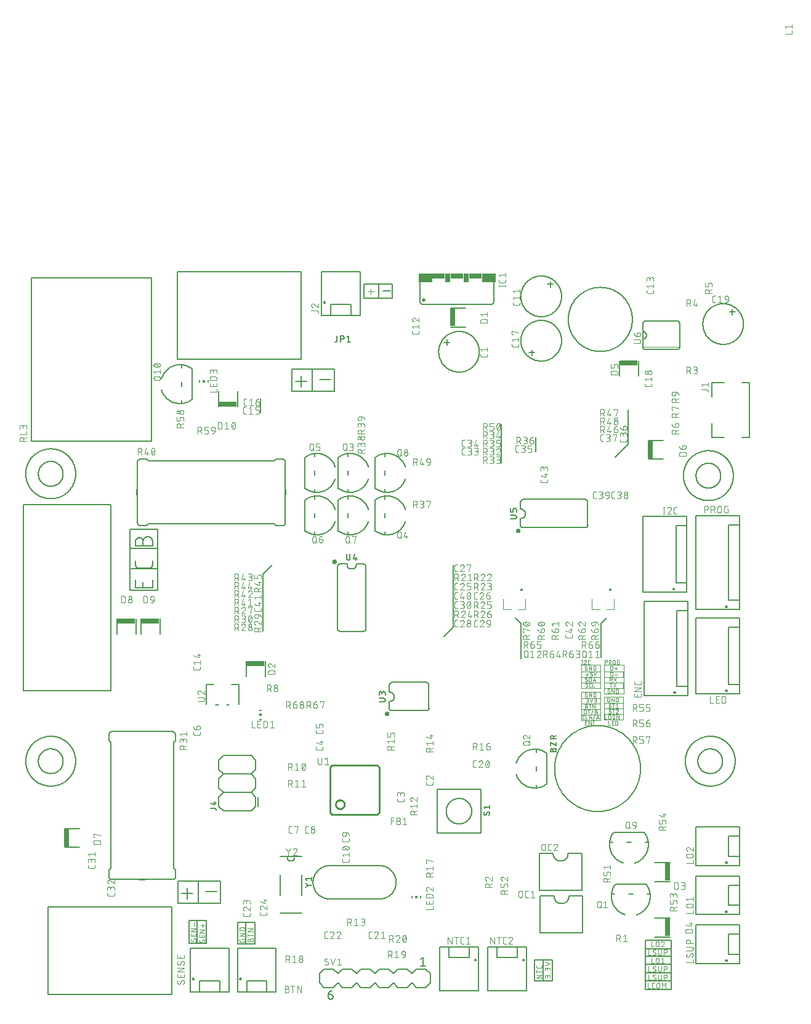
<source format=gbr>
G04 EAGLE Gerber RS-274X export*
G75*
%MOMM*%
%FSLAX34Y34*%
%LPD*%
%INSilkscreen Top*%
%IPPOS*%
%AMOC8*
5,1,8,0,0,1.08239X$1,22.5*%
G01*
%ADD10C,0.152400*%
%ADD11C,0.203200*%
%ADD12C,0.101600*%
%ADD13C,0.127000*%
%ADD14C,0.076200*%
%ADD15C,0.050800*%
%ADD16C,0.200000*%
%ADD17R,0.675000X2.450000*%
%ADD18R,2.450000X0.675000*%
%ADD19C,0.508000*%
%ADD20R,1.905000X1.270000*%
%ADD21R,1.778000X0.762000*%
%ADD22R,0.762000X1.270000*%
%ADD23R,0.300000X0.150000*%
%ADD24R,0.300000X0.300000*%
%ADD25R,0.150000X0.300000*%
%ADD26R,0.812800X0.152400*%
%ADD27R,0.152400X0.812800*%
%ADD28C,0.254000*%
%ADD29C,0.120000*%

G36*
X689365Y636020D02*
X689365Y636020D01*
X689367Y636022D01*
X689368Y636021D01*
X690039Y636256D01*
X690040Y636257D01*
X690041Y636257D01*
X690643Y636635D01*
X690644Y636637D01*
X690646Y636637D01*
X691148Y637139D01*
X691148Y637141D01*
X691150Y637142D01*
X691528Y637744D01*
X691528Y637745D01*
X691529Y637746D01*
X691764Y638417D01*
X691764Y638419D01*
X691765Y638420D01*
X691844Y639126D01*
X691844Y639127D01*
X691843Y639128D01*
X691844Y639129D01*
X691765Y639835D01*
X691763Y639837D01*
X691764Y639838D01*
X691529Y640509D01*
X691528Y640510D01*
X691528Y640511D01*
X691150Y641113D01*
X691148Y641114D01*
X691148Y641116D01*
X690646Y641618D01*
X690644Y641618D01*
X690643Y641620D01*
X690041Y641998D01*
X690040Y641998D01*
X690039Y641999D01*
X689368Y642234D01*
X689366Y642234D01*
X689365Y642235D01*
X688659Y642314D01*
X688657Y642313D01*
X688656Y642314D01*
X687950Y642235D01*
X687948Y642233D01*
X687947Y642234D01*
X687276Y641999D01*
X687275Y641998D01*
X687274Y641998D01*
X686672Y641620D01*
X686671Y641618D01*
X686669Y641618D01*
X686167Y641116D01*
X686167Y641114D01*
X686165Y641113D01*
X685787Y640511D01*
X685787Y640510D01*
X685786Y640509D01*
X685551Y639838D01*
X685552Y639836D01*
X685550Y639835D01*
X685471Y639129D01*
X685472Y639127D01*
X685471Y639126D01*
X685550Y638420D01*
X685552Y638418D01*
X685551Y638417D01*
X685786Y637746D01*
X685787Y637745D01*
X685787Y637744D01*
X686165Y637142D01*
X686167Y637141D01*
X686167Y637139D01*
X686669Y636637D01*
X686671Y636637D01*
X686672Y636635D01*
X687274Y636257D01*
X687275Y636257D01*
X687276Y636256D01*
X687947Y636021D01*
X687949Y636022D01*
X687950Y636020D01*
X688656Y635941D01*
X688658Y635942D01*
X688659Y635941D01*
X689365Y636020D01*
G37*
G36*
X436635Y593475D02*
X436635Y593475D01*
X436637Y593477D01*
X436638Y593476D01*
X437309Y593711D01*
X437310Y593712D01*
X437311Y593712D01*
X437913Y594090D01*
X437914Y594092D01*
X437916Y594092D01*
X438418Y594594D01*
X438418Y594596D01*
X438420Y594597D01*
X438798Y595199D01*
X438798Y595200D01*
X438799Y595201D01*
X439034Y595872D01*
X439034Y595874D01*
X439035Y595875D01*
X439114Y596581D01*
X439114Y596582D01*
X439113Y596583D01*
X439114Y596584D01*
X439035Y597290D01*
X439033Y597292D01*
X439034Y597293D01*
X438799Y597964D01*
X438798Y597965D01*
X438798Y597966D01*
X438420Y598568D01*
X438418Y598569D01*
X438418Y598571D01*
X437916Y599073D01*
X437914Y599073D01*
X437913Y599075D01*
X437311Y599453D01*
X437310Y599453D01*
X437309Y599454D01*
X436638Y599689D01*
X436636Y599689D01*
X436635Y599690D01*
X435929Y599769D01*
X435927Y599768D01*
X435926Y599769D01*
X435220Y599690D01*
X435218Y599688D01*
X435217Y599689D01*
X434546Y599454D01*
X434545Y599453D01*
X434544Y599453D01*
X433942Y599075D01*
X433941Y599073D01*
X433939Y599073D01*
X433437Y598571D01*
X433437Y598569D01*
X433435Y598568D01*
X433057Y597966D01*
X433057Y597965D01*
X433056Y597964D01*
X432821Y597293D01*
X432822Y597291D01*
X432820Y597290D01*
X432741Y596584D01*
X432742Y596582D01*
X432741Y596581D01*
X432820Y595875D01*
X432822Y595873D01*
X432821Y595872D01*
X433056Y595201D01*
X433057Y595200D01*
X433057Y595199D01*
X433435Y594597D01*
X433437Y594596D01*
X433437Y594594D01*
X433939Y594092D01*
X433941Y594092D01*
X433942Y594090D01*
X434544Y593712D01*
X434545Y593712D01*
X434546Y593711D01*
X435217Y593476D01*
X435219Y593477D01*
X435220Y593475D01*
X435926Y593396D01*
X435928Y593397D01*
X435929Y593396D01*
X436635Y593475D01*
G37*
G36*
X509025Y384560D02*
X509025Y384560D01*
X509027Y384562D01*
X509028Y384561D01*
X509699Y384796D01*
X509700Y384797D01*
X509701Y384797D01*
X510303Y385175D01*
X510304Y385177D01*
X510306Y385177D01*
X510808Y385679D01*
X510808Y385681D01*
X510810Y385682D01*
X511188Y386284D01*
X511188Y386285D01*
X511189Y386286D01*
X511424Y386957D01*
X511424Y386959D01*
X511425Y386960D01*
X511504Y387666D01*
X511504Y387667D01*
X511503Y387668D01*
X511504Y387669D01*
X511425Y388375D01*
X511423Y388377D01*
X511424Y388378D01*
X511189Y389049D01*
X511188Y389050D01*
X511188Y389051D01*
X510810Y389653D01*
X510808Y389654D01*
X510808Y389656D01*
X510306Y390158D01*
X510304Y390158D01*
X510303Y390160D01*
X509701Y390538D01*
X509700Y390538D01*
X509699Y390539D01*
X509028Y390774D01*
X509026Y390774D01*
X509025Y390775D01*
X508319Y390854D01*
X508317Y390853D01*
X508316Y390854D01*
X507610Y390775D01*
X507608Y390773D01*
X507607Y390774D01*
X506936Y390539D01*
X506935Y390538D01*
X506934Y390538D01*
X506332Y390160D01*
X506331Y390158D01*
X506329Y390158D01*
X505827Y389656D01*
X505827Y389654D01*
X505825Y389653D01*
X505447Y389051D01*
X505447Y389050D01*
X505446Y389049D01*
X505211Y388378D01*
X505212Y388376D01*
X505210Y388375D01*
X505131Y387669D01*
X505132Y387667D01*
X505131Y387666D01*
X505210Y386960D01*
X505212Y386958D01*
X505211Y386957D01*
X505446Y386286D01*
X505447Y386285D01*
X505447Y386284D01*
X505825Y385682D01*
X505827Y385681D01*
X505827Y385679D01*
X506329Y385177D01*
X506331Y385177D01*
X506332Y385175D01*
X506934Y384797D01*
X506935Y384797D01*
X506936Y384796D01*
X507607Y384561D01*
X507609Y384562D01*
X507610Y384560D01*
X508316Y384481D01*
X508318Y384482D01*
X508319Y384481D01*
X509025Y384560D01*
G37*
D10*
X377190Y861060D02*
X405130Y861060D01*
X435610Y861060D01*
X435610Y830580D01*
X405130Y830580D01*
X377190Y830580D01*
X377190Y861060D01*
X405130Y861060D02*
X405130Y830580D01*
D11*
X397595Y844494D02*
X382016Y844494D01*
X389805Y852283D02*
X389805Y836704D01*
X415036Y847034D02*
X430615Y847034D01*
D10*
X248920Y157480D02*
X220980Y157480D01*
X248920Y157480D02*
X279400Y157480D01*
X279400Y127000D01*
X248920Y127000D01*
X220980Y127000D01*
X220980Y157480D01*
X248920Y157480D02*
X248920Y127000D01*
D11*
X241385Y140914D02*
X225806Y140914D01*
X233595Y148703D02*
X233595Y133124D01*
X258826Y143454D02*
X274405Y143454D01*
D10*
X193040Y641350D02*
X154940Y641350D01*
X193040Y641350D02*
X193040Y614680D01*
X193040Y586740D02*
X193040Y557530D01*
X154940Y557530D01*
X154940Y614680D01*
X154940Y641350D01*
X154940Y614680D02*
X193040Y614680D01*
X193040Y586740D01*
X156210Y586740D01*
D11*
X172692Y618236D02*
X172692Y624727D01*
X172694Y624886D01*
X172700Y625045D01*
X172710Y625205D01*
X172723Y625363D01*
X172741Y625522D01*
X172762Y625679D01*
X172788Y625837D01*
X172817Y625993D01*
X172850Y626149D01*
X172887Y626304D01*
X172927Y626458D01*
X172972Y626611D01*
X173020Y626763D01*
X173071Y626914D01*
X173127Y627063D01*
X173186Y627211D01*
X173249Y627357D01*
X173315Y627502D01*
X173385Y627645D01*
X173458Y627787D01*
X173535Y627926D01*
X173615Y628064D01*
X173699Y628200D01*
X173786Y628333D01*
X173876Y628465D01*
X173969Y628594D01*
X174066Y628720D01*
X174165Y628845D01*
X174268Y628967D01*
X174373Y629086D01*
X174482Y629203D01*
X174593Y629317D01*
X174707Y629428D01*
X174824Y629537D01*
X174943Y629642D01*
X175065Y629745D01*
X175190Y629844D01*
X175316Y629941D01*
X175445Y630034D01*
X175577Y630124D01*
X175710Y630211D01*
X175846Y630295D01*
X175984Y630375D01*
X176123Y630452D01*
X176265Y630525D01*
X176408Y630595D01*
X176553Y630661D01*
X176699Y630724D01*
X176847Y630783D01*
X176996Y630839D01*
X177147Y630890D01*
X177299Y630938D01*
X177452Y630983D01*
X177606Y631023D01*
X177761Y631060D01*
X177917Y631093D01*
X178073Y631122D01*
X178231Y631148D01*
X178388Y631169D01*
X178547Y631187D01*
X178705Y631200D01*
X178865Y631210D01*
X179024Y631216D01*
X179183Y631218D01*
X179342Y631216D01*
X179501Y631210D01*
X179661Y631200D01*
X179819Y631187D01*
X179978Y631169D01*
X180135Y631148D01*
X180293Y631122D01*
X180449Y631093D01*
X180605Y631060D01*
X180760Y631023D01*
X180914Y630983D01*
X181067Y630938D01*
X181219Y630890D01*
X181370Y630839D01*
X181519Y630783D01*
X181667Y630724D01*
X181813Y630661D01*
X181958Y630595D01*
X182101Y630525D01*
X182243Y630452D01*
X182382Y630375D01*
X182520Y630295D01*
X182656Y630211D01*
X182789Y630124D01*
X182921Y630034D01*
X183050Y629941D01*
X183176Y629844D01*
X183301Y629745D01*
X183423Y629642D01*
X183542Y629537D01*
X183659Y629428D01*
X183773Y629317D01*
X183884Y629203D01*
X183993Y629086D01*
X184098Y628967D01*
X184201Y628845D01*
X184300Y628720D01*
X184397Y628594D01*
X184490Y628465D01*
X184580Y628333D01*
X184667Y628200D01*
X184751Y628064D01*
X184831Y627926D01*
X184908Y627787D01*
X184981Y627645D01*
X185051Y627502D01*
X185117Y627357D01*
X185180Y627211D01*
X185239Y627063D01*
X185295Y626914D01*
X185346Y626763D01*
X185394Y626611D01*
X185439Y626458D01*
X185479Y626304D01*
X185516Y626149D01*
X185549Y625993D01*
X185578Y625837D01*
X185604Y625679D01*
X185625Y625522D01*
X185643Y625363D01*
X185656Y625205D01*
X185666Y625045D01*
X185672Y624886D01*
X185674Y624727D01*
X185674Y618236D01*
X162306Y618236D01*
X162306Y624727D01*
X162308Y624870D01*
X162314Y625013D01*
X162324Y625156D01*
X162338Y625298D01*
X162355Y625440D01*
X162377Y625582D01*
X162402Y625723D01*
X162432Y625863D01*
X162465Y626002D01*
X162502Y626140D01*
X162543Y626277D01*
X162587Y626413D01*
X162636Y626548D01*
X162688Y626681D01*
X162743Y626813D01*
X162803Y626943D01*
X162866Y627072D01*
X162932Y627199D01*
X163002Y627324D01*
X163075Y627446D01*
X163152Y627567D01*
X163232Y627686D01*
X163315Y627802D01*
X163401Y627917D01*
X163490Y628028D01*
X163583Y628138D01*
X163678Y628244D01*
X163777Y628348D01*
X163878Y628449D01*
X163982Y628548D01*
X164088Y628643D01*
X164198Y628736D01*
X164309Y628825D01*
X164424Y628911D01*
X164540Y628994D01*
X164659Y629074D01*
X164780Y629151D01*
X164903Y629224D01*
X165027Y629294D01*
X165154Y629360D01*
X165283Y629423D01*
X165413Y629483D01*
X165545Y629538D01*
X165678Y629590D01*
X165813Y629639D01*
X165949Y629683D01*
X166086Y629724D01*
X166224Y629761D01*
X166363Y629794D01*
X166503Y629824D01*
X166644Y629849D01*
X166786Y629871D01*
X166928Y629888D01*
X167070Y629902D01*
X167213Y629912D01*
X167356Y629918D01*
X167499Y629920D01*
X167642Y629918D01*
X167785Y629912D01*
X167928Y629902D01*
X168070Y629888D01*
X168212Y629871D01*
X168354Y629849D01*
X168495Y629824D01*
X168635Y629794D01*
X168774Y629761D01*
X168912Y629724D01*
X169049Y629683D01*
X169185Y629639D01*
X169320Y629590D01*
X169453Y629538D01*
X169585Y629483D01*
X169715Y629423D01*
X169844Y629360D01*
X169971Y629294D01*
X170096Y629224D01*
X170218Y629151D01*
X170339Y629074D01*
X170458Y628994D01*
X170574Y628911D01*
X170689Y628825D01*
X170800Y628736D01*
X170910Y628643D01*
X171016Y628548D01*
X171120Y628449D01*
X171221Y628348D01*
X171320Y628244D01*
X171415Y628138D01*
X171508Y628028D01*
X171597Y627917D01*
X171683Y627802D01*
X171766Y627686D01*
X171846Y627567D01*
X171923Y627446D01*
X171996Y627324D01*
X172066Y627199D01*
X172132Y627072D01*
X172195Y626943D01*
X172255Y626813D01*
X172310Y626681D01*
X172362Y626548D01*
X172411Y626413D01*
X172455Y626277D01*
X172496Y626140D01*
X172533Y626002D01*
X172566Y625863D01*
X172596Y625723D01*
X172621Y625582D01*
X172643Y625440D01*
X172660Y625298D01*
X172674Y625156D01*
X172684Y625013D01*
X172690Y624870D01*
X172692Y624727D01*
X185674Y598142D02*
X185674Y592949D01*
X185672Y592806D01*
X185666Y592663D01*
X185656Y592520D01*
X185642Y592378D01*
X185625Y592236D01*
X185603Y592094D01*
X185578Y591953D01*
X185548Y591813D01*
X185515Y591674D01*
X185478Y591536D01*
X185437Y591399D01*
X185393Y591263D01*
X185344Y591128D01*
X185292Y590995D01*
X185237Y590863D01*
X185177Y590733D01*
X185114Y590604D01*
X185048Y590477D01*
X184978Y590353D01*
X184905Y590230D01*
X184828Y590109D01*
X184748Y589990D01*
X184665Y589874D01*
X184579Y589759D01*
X184490Y589648D01*
X184397Y589538D01*
X184302Y589432D01*
X184203Y589328D01*
X184102Y589227D01*
X183998Y589128D01*
X183892Y589033D01*
X183782Y588940D01*
X183671Y588851D01*
X183556Y588765D01*
X183440Y588682D01*
X183321Y588602D01*
X183200Y588525D01*
X183077Y588452D01*
X182953Y588382D01*
X182826Y588316D01*
X182697Y588253D01*
X182567Y588193D01*
X182435Y588138D01*
X182302Y588086D01*
X182167Y588037D01*
X182031Y587993D01*
X181894Y587952D01*
X181756Y587915D01*
X181617Y587882D01*
X181477Y587852D01*
X181336Y587827D01*
X181194Y587805D01*
X181052Y587788D01*
X180910Y587774D01*
X180767Y587764D01*
X180624Y587758D01*
X180481Y587756D01*
X167499Y587756D01*
X167356Y587758D01*
X167213Y587764D01*
X167070Y587774D01*
X166928Y587788D01*
X166786Y587805D01*
X166644Y587827D01*
X166503Y587852D01*
X166363Y587882D01*
X166224Y587915D01*
X166086Y587952D01*
X165949Y587993D01*
X165813Y588037D01*
X165678Y588086D01*
X165545Y588138D01*
X165413Y588193D01*
X165283Y588253D01*
X165154Y588316D01*
X165027Y588382D01*
X164903Y588452D01*
X164780Y588525D01*
X164659Y588602D01*
X164540Y588681D01*
X164424Y588765D01*
X164309Y588851D01*
X164198Y588940D01*
X164089Y589033D01*
X163982Y589128D01*
X163878Y589227D01*
X163777Y589328D01*
X163678Y589432D01*
X163583Y589538D01*
X163490Y589648D01*
X163401Y589759D01*
X163315Y589873D01*
X163232Y589990D01*
X163152Y590109D01*
X163075Y590230D01*
X163002Y590352D01*
X162932Y590477D01*
X162866Y590604D01*
X162803Y590733D01*
X162743Y590863D01*
X162688Y590995D01*
X162636Y591128D01*
X162587Y591263D01*
X162543Y591399D01*
X162502Y591536D01*
X162465Y591674D01*
X162432Y591813D01*
X162402Y591953D01*
X162377Y592094D01*
X162355Y592236D01*
X162338Y592378D01*
X162324Y592520D01*
X162314Y592663D01*
X162308Y592806D01*
X162306Y592949D01*
X162306Y598142D01*
X185674Y571472D02*
X185674Y561086D01*
X162306Y561086D01*
X162306Y571472D01*
X172692Y568875D02*
X172692Y561086D01*
D10*
X476250Y977900D02*
X496570Y977900D01*
X515620Y977900D01*
X515620Y958850D01*
X496570Y958850D01*
X476250Y958850D01*
X476250Y977900D01*
X496570Y977900D02*
X496570Y958850D01*
D12*
X489627Y967712D02*
X481838Y967712D01*
X485733Y971606D02*
X485733Y963817D01*
D13*
X502285Y969320D02*
X512614Y969320D01*
D10*
X334010Y820420D02*
X334010Y801370D01*
X665480Y786130D02*
X665480Y732790D01*
X712470Y748030D02*
X712470Y767080D01*
X839470Y758190D02*
X839470Y805180D01*
X839470Y758190D02*
X821690Y740410D01*
X337820Y579120D02*
X337820Y501650D01*
X337820Y579120D02*
X350520Y591820D01*
X802640Y511810D02*
X802640Y464820D01*
X802640Y511810D02*
X810260Y519430D01*
X692150Y511810D02*
X692150Y463550D01*
X692150Y511810D02*
X684530Y519430D01*
X599440Y506730D02*
X599440Y591820D01*
X599440Y506730D02*
X586740Y494030D01*
D14*
X732409Y26557D02*
X732409Y24511D01*
X732409Y26557D02*
X732407Y26646D01*
X732401Y26735D01*
X732391Y26824D01*
X732378Y26912D01*
X732361Y27000D01*
X732339Y27087D01*
X732314Y27172D01*
X732286Y27257D01*
X732253Y27340D01*
X732217Y27422D01*
X732178Y27502D01*
X732135Y27580D01*
X732089Y27656D01*
X732039Y27731D01*
X731986Y27803D01*
X731930Y27872D01*
X731871Y27939D01*
X731810Y28004D01*
X731745Y28065D01*
X731678Y28124D01*
X731609Y28180D01*
X731537Y28233D01*
X731462Y28283D01*
X731386Y28329D01*
X731308Y28372D01*
X731228Y28411D01*
X731146Y28447D01*
X731063Y28480D01*
X730978Y28508D01*
X730893Y28533D01*
X730806Y28555D01*
X730718Y28572D01*
X730630Y28585D01*
X730541Y28595D01*
X730452Y28601D01*
X730363Y28603D01*
X730274Y28601D01*
X730185Y28595D01*
X730096Y28585D01*
X730008Y28572D01*
X729920Y28555D01*
X729833Y28533D01*
X729748Y28508D01*
X729663Y28480D01*
X729580Y28447D01*
X729498Y28411D01*
X729418Y28372D01*
X729340Y28329D01*
X729264Y28283D01*
X729189Y28233D01*
X729117Y28180D01*
X729048Y28124D01*
X728981Y28065D01*
X728916Y28004D01*
X728855Y27939D01*
X728796Y27872D01*
X728740Y27803D01*
X728687Y27731D01*
X728637Y27656D01*
X728591Y27580D01*
X728548Y27502D01*
X728509Y27422D01*
X728473Y27340D01*
X728440Y27257D01*
X728412Y27172D01*
X728387Y27087D01*
X728365Y27000D01*
X728348Y26912D01*
X728335Y26824D01*
X728325Y26735D01*
X728319Y26646D01*
X728317Y26557D01*
X725043Y26966D02*
X725043Y24511D01*
X725043Y26966D02*
X725045Y27045D01*
X725051Y27124D01*
X725060Y27203D01*
X725073Y27281D01*
X725091Y27358D01*
X725111Y27434D01*
X725136Y27509D01*
X725164Y27583D01*
X725195Y27656D01*
X725231Y27727D01*
X725269Y27796D01*
X725311Y27863D01*
X725356Y27928D01*
X725404Y27991D01*
X725455Y28052D01*
X725509Y28109D01*
X725565Y28165D01*
X725624Y28217D01*
X725686Y28267D01*
X725750Y28313D01*
X725816Y28357D01*
X725884Y28397D01*
X725954Y28433D01*
X726026Y28467D01*
X726100Y28497D01*
X726174Y28523D01*
X726250Y28546D01*
X726327Y28564D01*
X726404Y28580D01*
X726483Y28591D01*
X726561Y28599D01*
X726640Y28603D01*
X726720Y28603D01*
X726799Y28599D01*
X726877Y28591D01*
X726956Y28580D01*
X727033Y28564D01*
X727110Y28546D01*
X727186Y28523D01*
X727260Y28497D01*
X727334Y28467D01*
X727406Y28433D01*
X727476Y28397D01*
X727544Y28357D01*
X727610Y28313D01*
X727674Y28267D01*
X727736Y28217D01*
X727795Y28165D01*
X727851Y28109D01*
X727905Y28052D01*
X727956Y27991D01*
X728004Y27928D01*
X728049Y27863D01*
X728091Y27796D01*
X728129Y27727D01*
X728165Y27656D01*
X728196Y27583D01*
X728224Y27509D01*
X728249Y27434D01*
X728269Y27358D01*
X728287Y27281D01*
X728300Y27203D01*
X728309Y27124D01*
X728315Y27045D01*
X728317Y26966D01*
X728317Y25329D01*
X732000Y31473D02*
X732409Y31473D01*
X732000Y31473D02*
X732000Y31882D01*
X732409Y31882D01*
X732409Y31473D01*
X732409Y34752D02*
X732409Y36798D01*
X732407Y36887D01*
X732401Y36976D01*
X732391Y37065D01*
X732378Y37153D01*
X732361Y37241D01*
X732339Y37328D01*
X732314Y37413D01*
X732286Y37498D01*
X732253Y37581D01*
X732217Y37663D01*
X732178Y37743D01*
X732135Y37821D01*
X732089Y37897D01*
X732039Y37972D01*
X731986Y38044D01*
X731930Y38113D01*
X731871Y38180D01*
X731810Y38245D01*
X731745Y38306D01*
X731678Y38365D01*
X731609Y38421D01*
X731537Y38474D01*
X731462Y38524D01*
X731386Y38570D01*
X731308Y38613D01*
X731228Y38652D01*
X731146Y38688D01*
X731063Y38721D01*
X730978Y38749D01*
X730893Y38774D01*
X730806Y38796D01*
X730718Y38813D01*
X730630Y38826D01*
X730541Y38836D01*
X730452Y38842D01*
X730363Y38844D01*
X730274Y38842D01*
X730185Y38836D01*
X730096Y38826D01*
X730008Y38813D01*
X729920Y38796D01*
X729833Y38774D01*
X729748Y38749D01*
X729663Y38721D01*
X729580Y38688D01*
X729498Y38652D01*
X729418Y38613D01*
X729340Y38570D01*
X729264Y38524D01*
X729189Y38474D01*
X729117Y38421D01*
X729048Y38365D01*
X728981Y38306D01*
X728916Y38245D01*
X728855Y38180D01*
X728796Y38113D01*
X728740Y38044D01*
X728687Y37972D01*
X728637Y37897D01*
X728591Y37821D01*
X728548Y37743D01*
X728509Y37663D01*
X728473Y37581D01*
X728440Y37498D01*
X728412Y37413D01*
X728387Y37328D01*
X728365Y37241D01*
X728348Y37153D01*
X728335Y37065D01*
X728325Y36976D01*
X728319Y36887D01*
X728317Y36798D01*
X725043Y37208D02*
X725043Y34752D01*
X725043Y37208D02*
X725045Y37287D01*
X725051Y37366D01*
X725060Y37445D01*
X725073Y37523D01*
X725091Y37600D01*
X725111Y37676D01*
X725136Y37751D01*
X725164Y37825D01*
X725195Y37898D01*
X725231Y37969D01*
X725269Y38038D01*
X725311Y38105D01*
X725356Y38170D01*
X725404Y38233D01*
X725455Y38294D01*
X725509Y38351D01*
X725565Y38407D01*
X725624Y38459D01*
X725686Y38509D01*
X725750Y38555D01*
X725816Y38599D01*
X725884Y38639D01*
X725954Y38675D01*
X726026Y38709D01*
X726100Y38739D01*
X726174Y38765D01*
X726250Y38788D01*
X726327Y38806D01*
X726404Y38822D01*
X726483Y38833D01*
X726561Y38841D01*
X726640Y38845D01*
X726720Y38845D01*
X726799Y38841D01*
X726877Y38833D01*
X726956Y38822D01*
X727033Y38806D01*
X727110Y38788D01*
X727186Y38765D01*
X727260Y38739D01*
X727334Y38709D01*
X727406Y38675D01*
X727476Y38639D01*
X727544Y38599D01*
X727610Y38555D01*
X727674Y38509D01*
X727736Y38459D01*
X727795Y38407D01*
X727851Y38351D01*
X727905Y38294D01*
X727956Y38233D01*
X728004Y38170D01*
X728049Y38105D01*
X728091Y38038D01*
X728129Y37969D01*
X728165Y37898D01*
X728196Y37825D01*
X728224Y37751D01*
X728249Y37676D01*
X728269Y37600D01*
X728287Y37523D01*
X728300Y37445D01*
X728309Y37366D01*
X728315Y37287D01*
X728317Y37208D01*
X728317Y35571D01*
X725043Y41658D02*
X732409Y44114D01*
X725043Y46569D01*
X720979Y24511D02*
X713613Y24511D01*
X720979Y28603D01*
X713613Y28603D01*
X713613Y33628D02*
X720979Y33628D01*
X713613Y31582D02*
X713613Y35675D01*
X720979Y40024D02*
X720979Y41661D01*
X720979Y40024D02*
X720977Y39946D01*
X720972Y39868D01*
X720962Y39791D01*
X720949Y39714D01*
X720933Y39638D01*
X720913Y39563D01*
X720889Y39489D01*
X720862Y39416D01*
X720831Y39344D01*
X720797Y39274D01*
X720760Y39206D01*
X720719Y39139D01*
X720675Y39074D01*
X720629Y39012D01*
X720579Y38952D01*
X720527Y38894D01*
X720472Y38839D01*
X720414Y38787D01*
X720354Y38737D01*
X720292Y38691D01*
X720227Y38647D01*
X720161Y38606D01*
X720092Y38569D01*
X720022Y38535D01*
X719950Y38504D01*
X719877Y38477D01*
X719803Y38453D01*
X719728Y38433D01*
X719652Y38417D01*
X719575Y38404D01*
X719498Y38394D01*
X719420Y38389D01*
X719342Y38387D01*
X715250Y38387D01*
X715170Y38389D01*
X715090Y38395D01*
X715010Y38405D01*
X714931Y38418D01*
X714852Y38436D01*
X714775Y38457D01*
X714699Y38483D01*
X714624Y38512D01*
X714550Y38544D01*
X714478Y38580D01*
X714408Y38620D01*
X714341Y38663D01*
X714275Y38709D01*
X714212Y38759D01*
X714151Y38811D01*
X714092Y38866D01*
X714037Y38925D01*
X713985Y38985D01*
X713935Y39049D01*
X713889Y39114D01*
X713846Y39182D01*
X713806Y39252D01*
X713770Y39324D01*
X713738Y39398D01*
X713709Y39472D01*
X713684Y39549D01*
X713662Y39626D01*
X713644Y39705D01*
X713631Y39784D01*
X713621Y39863D01*
X713615Y39944D01*
X713613Y40024D01*
X713613Y41661D01*
D10*
X711200Y49530D02*
X722630Y49530D01*
X735330Y49530D01*
X735330Y20320D01*
X722630Y20320D01*
X711200Y20320D01*
X711200Y49530D01*
X722630Y49530D02*
X722630Y20320D01*
D14*
X866521Y17907D02*
X866521Y10541D01*
X869795Y10541D01*
X874215Y10541D02*
X875852Y10541D01*
X874215Y10541D02*
X874137Y10543D01*
X874059Y10548D01*
X873982Y10558D01*
X873905Y10571D01*
X873829Y10587D01*
X873754Y10607D01*
X873680Y10631D01*
X873607Y10658D01*
X873535Y10689D01*
X873465Y10723D01*
X873397Y10760D01*
X873330Y10801D01*
X873265Y10845D01*
X873203Y10891D01*
X873143Y10941D01*
X873085Y10993D01*
X873030Y11048D01*
X872978Y11106D01*
X872928Y11166D01*
X872882Y11228D01*
X872838Y11293D01*
X872797Y11360D01*
X872760Y11428D01*
X872726Y11498D01*
X872695Y11570D01*
X872668Y11643D01*
X872644Y11717D01*
X872624Y11792D01*
X872608Y11868D01*
X872595Y11945D01*
X872585Y12022D01*
X872580Y12100D01*
X872578Y12178D01*
X872578Y16270D01*
X872580Y16350D01*
X872586Y16430D01*
X872596Y16510D01*
X872609Y16589D01*
X872627Y16668D01*
X872648Y16745D01*
X872674Y16821D01*
X872703Y16896D01*
X872735Y16970D01*
X872771Y17042D01*
X872811Y17112D01*
X872854Y17179D01*
X872900Y17245D01*
X872950Y17308D01*
X873002Y17369D01*
X873057Y17428D01*
X873116Y17483D01*
X873176Y17535D01*
X873240Y17585D01*
X873306Y17631D01*
X873373Y17674D01*
X873443Y17714D01*
X873515Y17750D01*
X873589Y17782D01*
X873663Y17811D01*
X873740Y17837D01*
X873817Y17858D01*
X873896Y17876D01*
X873975Y17889D01*
X874055Y17899D01*
X874135Y17905D01*
X874215Y17907D01*
X875852Y17907D01*
X878697Y15861D02*
X878697Y12587D01*
X878697Y15861D02*
X878699Y15950D01*
X878705Y16039D01*
X878715Y16128D01*
X878728Y16216D01*
X878745Y16304D01*
X878767Y16391D01*
X878792Y16476D01*
X878820Y16561D01*
X878853Y16644D01*
X878889Y16726D01*
X878928Y16806D01*
X878971Y16884D01*
X879017Y16960D01*
X879067Y17035D01*
X879120Y17107D01*
X879176Y17176D01*
X879235Y17243D01*
X879296Y17308D01*
X879361Y17369D01*
X879428Y17428D01*
X879497Y17484D01*
X879569Y17537D01*
X879644Y17587D01*
X879720Y17633D01*
X879798Y17676D01*
X879878Y17715D01*
X879960Y17751D01*
X880043Y17784D01*
X880128Y17812D01*
X880213Y17837D01*
X880300Y17859D01*
X880388Y17876D01*
X880476Y17889D01*
X880565Y17899D01*
X880654Y17905D01*
X880743Y17907D01*
X880832Y17905D01*
X880921Y17899D01*
X881010Y17889D01*
X881098Y17876D01*
X881186Y17859D01*
X881273Y17837D01*
X881358Y17812D01*
X881443Y17784D01*
X881526Y17751D01*
X881608Y17715D01*
X881688Y17676D01*
X881766Y17633D01*
X881842Y17587D01*
X881917Y17537D01*
X881989Y17484D01*
X882058Y17428D01*
X882125Y17369D01*
X882190Y17308D01*
X882251Y17243D01*
X882310Y17176D01*
X882366Y17107D01*
X882419Y17035D01*
X882469Y16960D01*
X882515Y16884D01*
X882558Y16806D01*
X882597Y16726D01*
X882633Y16644D01*
X882666Y16561D01*
X882694Y16476D01*
X882719Y16391D01*
X882741Y16304D01*
X882758Y16216D01*
X882771Y16128D01*
X882781Y16039D01*
X882787Y15950D01*
X882789Y15861D01*
X882789Y12587D01*
X882787Y12498D01*
X882781Y12409D01*
X882771Y12320D01*
X882758Y12232D01*
X882741Y12144D01*
X882719Y12057D01*
X882694Y11972D01*
X882666Y11887D01*
X882633Y11804D01*
X882597Y11722D01*
X882558Y11642D01*
X882515Y11564D01*
X882469Y11488D01*
X882419Y11413D01*
X882366Y11341D01*
X882310Y11272D01*
X882251Y11205D01*
X882190Y11140D01*
X882125Y11079D01*
X882058Y11020D01*
X881989Y10964D01*
X881917Y10911D01*
X881842Y10861D01*
X881766Y10815D01*
X881688Y10772D01*
X881608Y10733D01*
X881526Y10697D01*
X881443Y10664D01*
X881358Y10636D01*
X881273Y10611D01*
X881186Y10589D01*
X881098Y10572D01*
X881010Y10559D01*
X880921Y10549D01*
X880832Y10543D01*
X880743Y10541D01*
X880654Y10543D01*
X880565Y10549D01*
X880476Y10559D01*
X880388Y10572D01*
X880300Y10589D01*
X880213Y10611D01*
X880128Y10636D01*
X880043Y10664D01*
X879960Y10697D01*
X879878Y10733D01*
X879798Y10772D01*
X879720Y10815D01*
X879644Y10861D01*
X879569Y10911D01*
X879497Y10964D01*
X879428Y11020D01*
X879361Y11079D01*
X879296Y11140D01*
X879235Y11205D01*
X879176Y11272D01*
X879120Y11341D01*
X879067Y11413D01*
X879017Y11488D01*
X878971Y11564D01*
X878928Y11642D01*
X878889Y11722D01*
X878853Y11804D01*
X878820Y11887D01*
X878792Y11972D01*
X878767Y12057D01*
X878745Y12144D01*
X878728Y12232D01*
X878715Y12320D01*
X878705Y12409D01*
X878699Y12498D01*
X878697Y12587D01*
X886335Y10541D02*
X886335Y17907D01*
X888790Y13815D01*
X891245Y17907D01*
X891245Y10541D01*
X867791Y21971D02*
X867791Y29337D01*
X867791Y21971D02*
X871065Y21971D01*
X876083Y21971D02*
X876161Y21973D01*
X876239Y21978D01*
X876316Y21988D01*
X876393Y22001D01*
X876469Y22017D01*
X876544Y22037D01*
X876618Y22061D01*
X876691Y22088D01*
X876763Y22119D01*
X876833Y22153D01*
X876902Y22190D01*
X876968Y22231D01*
X877033Y22275D01*
X877095Y22321D01*
X877155Y22371D01*
X877213Y22423D01*
X877268Y22478D01*
X877320Y22536D01*
X877370Y22596D01*
X877416Y22658D01*
X877460Y22723D01*
X877501Y22790D01*
X877538Y22858D01*
X877572Y22928D01*
X877603Y23000D01*
X877630Y23073D01*
X877654Y23147D01*
X877674Y23222D01*
X877690Y23298D01*
X877703Y23375D01*
X877713Y23452D01*
X877718Y23530D01*
X877720Y23608D01*
X876083Y21971D02*
X875969Y21973D01*
X875856Y21978D01*
X875742Y21988D01*
X875629Y22001D01*
X875517Y22018D01*
X875405Y22038D01*
X875294Y22062D01*
X875183Y22090D01*
X875074Y22121D01*
X874966Y22156D01*
X874859Y22195D01*
X874753Y22237D01*
X874649Y22282D01*
X874546Y22331D01*
X874445Y22384D01*
X874346Y22439D01*
X874248Y22498D01*
X874153Y22560D01*
X874060Y22625D01*
X873968Y22693D01*
X873880Y22764D01*
X873793Y22838D01*
X873709Y22915D01*
X873628Y22994D01*
X873832Y27700D02*
X873834Y27778D01*
X873839Y27856D01*
X873849Y27933D01*
X873862Y28010D01*
X873878Y28086D01*
X873898Y28161D01*
X873922Y28235D01*
X873949Y28308D01*
X873980Y28380D01*
X874014Y28450D01*
X874051Y28519D01*
X874092Y28585D01*
X874136Y28650D01*
X874182Y28712D01*
X874232Y28772D01*
X874284Y28830D01*
X874339Y28885D01*
X874397Y28937D01*
X874457Y28987D01*
X874519Y29033D01*
X874584Y29077D01*
X874651Y29118D01*
X874719Y29155D01*
X874789Y29189D01*
X874861Y29220D01*
X874934Y29247D01*
X875008Y29271D01*
X875083Y29291D01*
X875159Y29307D01*
X875236Y29320D01*
X875313Y29330D01*
X875391Y29335D01*
X875469Y29337D01*
X875579Y29335D01*
X875688Y29329D01*
X875798Y29319D01*
X875906Y29306D01*
X876015Y29288D01*
X876122Y29267D01*
X876229Y29241D01*
X876335Y29212D01*
X876440Y29180D01*
X876543Y29143D01*
X876645Y29103D01*
X876746Y29059D01*
X876845Y29011D01*
X876942Y28961D01*
X877037Y28906D01*
X877130Y28848D01*
X877221Y28787D01*
X877310Y28723D01*
X874651Y26267D02*
X874584Y26309D01*
X874519Y26353D01*
X874457Y26401D01*
X874397Y26451D01*
X874339Y26504D01*
X874284Y26560D01*
X874232Y26619D01*
X874182Y26679D01*
X874135Y26743D01*
X874092Y26808D01*
X874051Y26875D01*
X874014Y26944D01*
X873980Y27015D01*
X873949Y27087D01*
X873922Y27161D01*
X873898Y27235D01*
X873878Y27311D01*
X873862Y27388D01*
X873849Y27465D01*
X873839Y27543D01*
X873834Y27622D01*
X873832Y27700D01*
X876901Y25040D02*
X876967Y24998D01*
X877032Y24954D01*
X877094Y24907D01*
X877154Y24856D01*
X877212Y24803D01*
X877267Y24747D01*
X877320Y24689D01*
X877369Y24628D01*
X877416Y24565D01*
X877459Y24500D01*
X877500Y24433D01*
X877537Y24364D01*
X877571Y24293D01*
X877602Y24221D01*
X877629Y24147D01*
X877653Y24072D01*
X877673Y23997D01*
X877689Y23920D01*
X877702Y23843D01*
X877712Y23765D01*
X877717Y23686D01*
X877719Y23608D01*
X876901Y25040D02*
X874650Y26268D01*
X880943Y24017D02*
X880943Y29337D01*
X880943Y24017D02*
X880945Y23928D01*
X880951Y23839D01*
X880961Y23750D01*
X880974Y23662D01*
X880991Y23574D01*
X881013Y23487D01*
X881038Y23402D01*
X881066Y23317D01*
X881099Y23234D01*
X881135Y23152D01*
X881174Y23072D01*
X881217Y22994D01*
X881263Y22918D01*
X881313Y22843D01*
X881366Y22771D01*
X881422Y22702D01*
X881481Y22635D01*
X881542Y22570D01*
X881607Y22509D01*
X881674Y22450D01*
X881743Y22394D01*
X881815Y22341D01*
X881890Y22291D01*
X881966Y22245D01*
X882044Y22202D01*
X882124Y22163D01*
X882206Y22127D01*
X882289Y22094D01*
X882374Y22066D01*
X882459Y22041D01*
X882546Y22019D01*
X882634Y22002D01*
X882722Y21989D01*
X882811Y21979D01*
X882900Y21973D01*
X882989Y21971D01*
X883078Y21973D01*
X883167Y21979D01*
X883256Y21989D01*
X883344Y22002D01*
X883432Y22019D01*
X883519Y22041D01*
X883604Y22066D01*
X883689Y22094D01*
X883772Y22127D01*
X883854Y22163D01*
X883934Y22202D01*
X884012Y22245D01*
X884088Y22291D01*
X884163Y22341D01*
X884235Y22394D01*
X884304Y22450D01*
X884371Y22509D01*
X884436Y22570D01*
X884497Y22635D01*
X884556Y22702D01*
X884612Y22771D01*
X884665Y22843D01*
X884715Y22918D01*
X884761Y22994D01*
X884804Y23072D01*
X884843Y23152D01*
X884879Y23234D01*
X884912Y23317D01*
X884940Y23402D01*
X884965Y23487D01*
X884987Y23574D01*
X885004Y23662D01*
X885017Y23750D01*
X885027Y23839D01*
X885033Y23928D01*
X885035Y24017D01*
X885035Y29337D01*
X888863Y29337D02*
X888863Y21971D01*
X888863Y29337D02*
X890909Y29337D01*
X890998Y29335D01*
X891087Y29329D01*
X891176Y29319D01*
X891264Y29306D01*
X891352Y29289D01*
X891439Y29267D01*
X891524Y29242D01*
X891609Y29214D01*
X891692Y29181D01*
X891774Y29145D01*
X891854Y29106D01*
X891932Y29063D01*
X892008Y29017D01*
X892083Y28967D01*
X892155Y28914D01*
X892224Y28858D01*
X892291Y28799D01*
X892356Y28738D01*
X892417Y28673D01*
X892476Y28606D01*
X892532Y28537D01*
X892585Y28465D01*
X892635Y28390D01*
X892681Y28314D01*
X892724Y28236D01*
X892763Y28156D01*
X892799Y28074D01*
X892832Y27991D01*
X892860Y27906D01*
X892885Y27821D01*
X892907Y27734D01*
X892924Y27646D01*
X892937Y27558D01*
X892947Y27469D01*
X892953Y27380D01*
X892955Y27291D01*
X892953Y27202D01*
X892947Y27113D01*
X892937Y27024D01*
X892924Y26936D01*
X892907Y26848D01*
X892885Y26761D01*
X892860Y26676D01*
X892832Y26591D01*
X892799Y26508D01*
X892763Y26426D01*
X892724Y26346D01*
X892681Y26268D01*
X892635Y26192D01*
X892585Y26117D01*
X892532Y26045D01*
X892476Y25976D01*
X892417Y25909D01*
X892356Y25844D01*
X892291Y25783D01*
X892224Y25724D01*
X892155Y25668D01*
X892083Y25615D01*
X892008Y25565D01*
X891932Y25519D01*
X891854Y25476D01*
X891774Y25437D01*
X891692Y25401D01*
X891609Y25368D01*
X891524Y25340D01*
X891439Y25315D01*
X891352Y25293D01*
X891264Y25276D01*
X891176Y25263D01*
X891087Y25253D01*
X890998Y25247D01*
X890909Y25245D01*
X888863Y25245D01*
X867791Y33401D02*
X867791Y40767D01*
X867791Y33401D02*
X871065Y33401D01*
X876083Y33401D02*
X876161Y33403D01*
X876239Y33408D01*
X876316Y33418D01*
X876393Y33431D01*
X876469Y33447D01*
X876544Y33467D01*
X876618Y33491D01*
X876691Y33518D01*
X876763Y33549D01*
X876833Y33583D01*
X876902Y33620D01*
X876968Y33661D01*
X877033Y33705D01*
X877095Y33751D01*
X877155Y33801D01*
X877213Y33853D01*
X877268Y33908D01*
X877320Y33966D01*
X877370Y34026D01*
X877416Y34088D01*
X877460Y34153D01*
X877501Y34220D01*
X877538Y34288D01*
X877572Y34358D01*
X877603Y34430D01*
X877630Y34503D01*
X877654Y34577D01*
X877674Y34652D01*
X877690Y34728D01*
X877703Y34805D01*
X877713Y34882D01*
X877718Y34960D01*
X877720Y35038D01*
X876083Y33401D02*
X875969Y33403D01*
X875856Y33408D01*
X875742Y33418D01*
X875629Y33431D01*
X875517Y33448D01*
X875405Y33468D01*
X875294Y33492D01*
X875183Y33520D01*
X875074Y33551D01*
X874966Y33586D01*
X874859Y33625D01*
X874753Y33667D01*
X874649Y33712D01*
X874546Y33761D01*
X874445Y33814D01*
X874346Y33869D01*
X874248Y33928D01*
X874153Y33990D01*
X874060Y34055D01*
X873968Y34123D01*
X873880Y34194D01*
X873793Y34268D01*
X873709Y34345D01*
X873628Y34424D01*
X873832Y39130D02*
X873834Y39208D01*
X873839Y39286D01*
X873849Y39363D01*
X873862Y39440D01*
X873878Y39516D01*
X873898Y39591D01*
X873922Y39665D01*
X873949Y39738D01*
X873980Y39810D01*
X874014Y39880D01*
X874051Y39949D01*
X874092Y40015D01*
X874136Y40080D01*
X874182Y40142D01*
X874232Y40202D01*
X874284Y40260D01*
X874339Y40315D01*
X874397Y40367D01*
X874457Y40417D01*
X874519Y40463D01*
X874584Y40507D01*
X874651Y40548D01*
X874719Y40585D01*
X874789Y40619D01*
X874861Y40650D01*
X874934Y40677D01*
X875008Y40701D01*
X875083Y40721D01*
X875159Y40737D01*
X875236Y40750D01*
X875313Y40760D01*
X875391Y40765D01*
X875469Y40767D01*
X875579Y40765D01*
X875688Y40759D01*
X875798Y40749D01*
X875906Y40736D01*
X876015Y40718D01*
X876122Y40697D01*
X876229Y40671D01*
X876335Y40642D01*
X876440Y40610D01*
X876543Y40573D01*
X876645Y40533D01*
X876746Y40489D01*
X876845Y40441D01*
X876942Y40391D01*
X877037Y40336D01*
X877130Y40278D01*
X877221Y40217D01*
X877310Y40153D01*
X874651Y37697D02*
X874584Y37739D01*
X874519Y37783D01*
X874457Y37831D01*
X874397Y37881D01*
X874339Y37934D01*
X874284Y37990D01*
X874232Y38049D01*
X874182Y38109D01*
X874135Y38173D01*
X874092Y38238D01*
X874051Y38305D01*
X874014Y38374D01*
X873980Y38445D01*
X873949Y38517D01*
X873922Y38591D01*
X873898Y38665D01*
X873878Y38741D01*
X873862Y38818D01*
X873849Y38895D01*
X873839Y38973D01*
X873834Y39052D01*
X873832Y39130D01*
X876901Y36470D02*
X876967Y36428D01*
X877032Y36384D01*
X877094Y36337D01*
X877154Y36286D01*
X877212Y36233D01*
X877267Y36177D01*
X877320Y36119D01*
X877369Y36058D01*
X877416Y35995D01*
X877459Y35930D01*
X877500Y35863D01*
X877537Y35794D01*
X877571Y35723D01*
X877602Y35651D01*
X877629Y35577D01*
X877653Y35502D01*
X877673Y35427D01*
X877689Y35350D01*
X877702Y35273D01*
X877712Y35195D01*
X877717Y35116D01*
X877719Y35038D01*
X876901Y36470D02*
X874650Y37698D01*
X880943Y35447D02*
X880943Y40767D01*
X880943Y35447D02*
X880945Y35358D01*
X880951Y35269D01*
X880961Y35180D01*
X880974Y35092D01*
X880991Y35004D01*
X881013Y34917D01*
X881038Y34832D01*
X881066Y34747D01*
X881099Y34664D01*
X881135Y34582D01*
X881174Y34502D01*
X881217Y34424D01*
X881263Y34348D01*
X881313Y34273D01*
X881366Y34201D01*
X881422Y34132D01*
X881481Y34065D01*
X881542Y34000D01*
X881607Y33939D01*
X881674Y33880D01*
X881743Y33824D01*
X881815Y33771D01*
X881890Y33721D01*
X881966Y33675D01*
X882044Y33632D01*
X882124Y33593D01*
X882206Y33557D01*
X882289Y33524D01*
X882374Y33496D01*
X882459Y33471D01*
X882546Y33449D01*
X882634Y33432D01*
X882722Y33419D01*
X882811Y33409D01*
X882900Y33403D01*
X882989Y33401D01*
X883078Y33403D01*
X883167Y33409D01*
X883256Y33419D01*
X883344Y33432D01*
X883432Y33449D01*
X883519Y33471D01*
X883604Y33496D01*
X883689Y33524D01*
X883772Y33557D01*
X883854Y33593D01*
X883934Y33632D01*
X884012Y33675D01*
X884088Y33721D01*
X884163Y33771D01*
X884235Y33824D01*
X884304Y33880D01*
X884371Y33939D01*
X884436Y34000D01*
X884497Y34065D01*
X884556Y34132D01*
X884612Y34201D01*
X884665Y34273D01*
X884715Y34348D01*
X884761Y34424D01*
X884804Y34502D01*
X884843Y34582D01*
X884879Y34664D01*
X884912Y34747D01*
X884940Y34832D01*
X884965Y34917D01*
X884987Y35004D01*
X885004Y35092D01*
X885017Y35180D01*
X885027Y35269D01*
X885033Y35358D01*
X885035Y35447D01*
X885035Y40767D01*
X888863Y40767D02*
X888863Y33401D01*
X888863Y40767D02*
X890909Y40767D01*
X890998Y40765D01*
X891087Y40759D01*
X891176Y40749D01*
X891264Y40736D01*
X891352Y40719D01*
X891439Y40697D01*
X891524Y40672D01*
X891609Y40644D01*
X891692Y40611D01*
X891774Y40575D01*
X891854Y40536D01*
X891932Y40493D01*
X892008Y40447D01*
X892083Y40397D01*
X892155Y40344D01*
X892224Y40288D01*
X892291Y40229D01*
X892356Y40168D01*
X892417Y40103D01*
X892476Y40036D01*
X892532Y39967D01*
X892585Y39895D01*
X892635Y39820D01*
X892681Y39744D01*
X892724Y39666D01*
X892763Y39586D01*
X892799Y39504D01*
X892832Y39421D01*
X892860Y39336D01*
X892885Y39251D01*
X892907Y39164D01*
X892924Y39076D01*
X892937Y38988D01*
X892947Y38899D01*
X892953Y38810D01*
X892955Y38721D01*
X892953Y38632D01*
X892947Y38543D01*
X892937Y38454D01*
X892924Y38366D01*
X892907Y38278D01*
X892885Y38191D01*
X892860Y38106D01*
X892832Y38021D01*
X892799Y37938D01*
X892763Y37856D01*
X892724Y37776D01*
X892681Y37698D01*
X892635Y37622D01*
X892585Y37547D01*
X892532Y37475D01*
X892476Y37406D01*
X892417Y37339D01*
X892356Y37274D01*
X892291Y37213D01*
X892224Y37154D01*
X892155Y37098D01*
X892083Y37045D01*
X892008Y36995D01*
X891932Y36949D01*
X891854Y36906D01*
X891774Y36867D01*
X891692Y36831D01*
X891609Y36798D01*
X891524Y36770D01*
X891439Y36745D01*
X891352Y36723D01*
X891264Y36706D01*
X891176Y36693D01*
X891087Y36683D01*
X890998Y36677D01*
X890909Y36675D01*
X888863Y36675D01*
X871601Y44831D02*
X871601Y52197D01*
X871601Y44831D02*
X874875Y44831D01*
X877681Y46877D02*
X877681Y50151D01*
X877683Y50240D01*
X877689Y50329D01*
X877699Y50418D01*
X877712Y50506D01*
X877729Y50594D01*
X877751Y50681D01*
X877776Y50766D01*
X877804Y50851D01*
X877837Y50934D01*
X877873Y51016D01*
X877912Y51096D01*
X877955Y51174D01*
X878001Y51250D01*
X878051Y51325D01*
X878104Y51397D01*
X878160Y51466D01*
X878219Y51533D01*
X878280Y51598D01*
X878345Y51659D01*
X878412Y51718D01*
X878481Y51774D01*
X878553Y51827D01*
X878628Y51877D01*
X878704Y51923D01*
X878782Y51966D01*
X878862Y52005D01*
X878944Y52041D01*
X879027Y52074D01*
X879112Y52102D01*
X879197Y52127D01*
X879284Y52149D01*
X879372Y52166D01*
X879460Y52179D01*
X879549Y52189D01*
X879638Y52195D01*
X879727Y52197D01*
X879816Y52195D01*
X879905Y52189D01*
X879994Y52179D01*
X880082Y52166D01*
X880170Y52149D01*
X880257Y52127D01*
X880342Y52102D01*
X880427Y52074D01*
X880510Y52041D01*
X880592Y52005D01*
X880672Y51966D01*
X880750Y51923D01*
X880826Y51877D01*
X880901Y51827D01*
X880973Y51774D01*
X881042Y51718D01*
X881109Y51659D01*
X881174Y51598D01*
X881235Y51533D01*
X881294Y51466D01*
X881350Y51397D01*
X881403Y51325D01*
X881453Y51250D01*
X881499Y51174D01*
X881542Y51096D01*
X881581Y51016D01*
X881617Y50934D01*
X881650Y50851D01*
X881678Y50766D01*
X881703Y50681D01*
X881725Y50594D01*
X881742Y50506D01*
X881755Y50418D01*
X881765Y50329D01*
X881771Y50240D01*
X881773Y50151D01*
X881774Y50151D02*
X881774Y46877D01*
X881773Y46877D02*
X881771Y46788D01*
X881765Y46699D01*
X881755Y46610D01*
X881742Y46522D01*
X881725Y46434D01*
X881703Y46347D01*
X881678Y46262D01*
X881650Y46177D01*
X881617Y46094D01*
X881581Y46012D01*
X881542Y45932D01*
X881499Y45854D01*
X881453Y45778D01*
X881403Y45703D01*
X881350Y45631D01*
X881294Y45562D01*
X881235Y45495D01*
X881174Y45430D01*
X881109Y45369D01*
X881042Y45310D01*
X880973Y45254D01*
X880901Y45201D01*
X880826Y45151D01*
X880750Y45105D01*
X880672Y45062D01*
X880592Y45023D01*
X880510Y44987D01*
X880427Y44954D01*
X880342Y44926D01*
X880257Y44901D01*
X880170Y44879D01*
X880082Y44862D01*
X879994Y44849D01*
X879905Y44839D01*
X879816Y44833D01*
X879727Y44831D01*
X879638Y44833D01*
X879549Y44839D01*
X879460Y44849D01*
X879372Y44862D01*
X879284Y44879D01*
X879197Y44901D01*
X879112Y44926D01*
X879027Y44954D01*
X878944Y44987D01*
X878862Y45023D01*
X878782Y45062D01*
X878704Y45105D01*
X878628Y45151D01*
X878553Y45201D01*
X878481Y45254D01*
X878412Y45310D01*
X878345Y45369D01*
X878280Y45430D01*
X878219Y45495D01*
X878160Y45562D01*
X878104Y45631D01*
X878051Y45703D01*
X878001Y45778D01*
X877955Y45854D01*
X877912Y45932D01*
X877873Y46012D01*
X877837Y46094D01*
X877804Y46177D01*
X877776Y46262D01*
X877751Y46347D01*
X877729Y46434D01*
X877712Y46522D01*
X877699Y46610D01*
X877689Y46699D01*
X877683Y46788D01*
X877681Y46877D01*
X884997Y50560D02*
X887043Y52197D01*
X887043Y44831D01*
X884997Y44831D02*
X889089Y44831D01*
X867791Y56261D02*
X867791Y63627D01*
X867791Y56261D02*
X871065Y56261D01*
X876083Y56261D02*
X876161Y56263D01*
X876239Y56268D01*
X876316Y56278D01*
X876393Y56291D01*
X876469Y56307D01*
X876544Y56327D01*
X876618Y56351D01*
X876691Y56378D01*
X876763Y56409D01*
X876833Y56443D01*
X876902Y56480D01*
X876968Y56521D01*
X877033Y56565D01*
X877095Y56611D01*
X877155Y56661D01*
X877213Y56713D01*
X877268Y56768D01*
X877320Y56826D01*
X877370Y56886D01*
X877416Y56948D01*
X877460Y57013D01*
X877501Y57080D01*
X877538Y57148D01*
X877572Y57218D01*
X877603Y57290D01*
X877630Y57363D01*
X877654Y57437D01*
X877674Y57512D01*
X877690Y57588D01*
X877703Y57665D01*
X877713Y57742D01*
X877718Y57820D01*
X877720Y57898D01*
X876083Y56261D02*
X875969Y56263D01*
X875856Y56268D01*
X875742Y56278D01*
X875629Y56291D01*
X875517Y56308D01*
X875405Y56328D01*
X875294Y56352D01*
X875183Y56380D01*
X875074Y56411D01*
X874966Y56446D01*
X874859Y56485D01*
X874753Y56527D01*
X874649Y56572D01*
X874546Y56621D01*
X874445Y56674D01*
X874346Y56729D01*
X874248Y56788D01*
X874153Y56850D01*
X874060Y56915D01*
X873968Y56983D01*
X873880Y57054D01*
X873793Y57128D01*
X873709Y57205D01*
X873628Y57284D01*
X873832Y61990D02*
X873834Y62068D01*
X873839Y62146D01*
X873849Y62223D01*
X873862Y62300D01*
X873878Y62376D01*
X873898Y62451D01*
X873922Y62525D01*
X873949Y62598D01*
X873980Y62670D01*
X874014Y62740D01*
X874051Y62809D01*
X874092Y62875D01*
X874136Y62940D01*
X874182Y63002D01*
X874232Y63062D01*
X874284Y63120D01*
X874339Y63175D01*
X874397Y63227D01*
X874457Y63277D01*
X874519Y63323D01*
X874584Y63367D01*
X874651Y63408D01*
X874719Y63445D01*
X874789Y63479D01*
X874861Y63510D01*
X874934Y63537D01*
X875008Y63561D01*
X875083Y63581D01*
X875159Y63597D01*
X875236Y63610D01*
X875313Y63620D01*
X875391Y63625D01*
X875469Y63627D01*
X875579Y63625D01*
X875688Y63619D01*
X875798Y63609D01*
X875906Y63596D01*
X876015Y63578D01*
X876122Y63557D01*
X876229Y63531D01*
X876335Y63502D01*
X876440Y63470D01*
X876543Y63433D01*
X876645Y63393D01*
X876746Y63349D01*
X876845Y63301D01*
X876942Y63251D01*
X877037Y63196D01*
X877130Y63138D01*
X877221Y63077D01*
X877310Y63013D01*
X874651Y60557D02*
X874584Y60599D01*
X874519Y60643D01*
X874457Y60691D01*
X874397Y60741D01*
X874339Y60794D01*
X874284Y60850D01*
X874232Y60909D01*
X874182Y60969D01*
X874135Y61033D01*
X874092Y61098D01*
X874051Y61165D01*
X874014Y61234D01*
X873980Y61305D01*
X873949Y61377D01*
X873922Y61451D01*
X873898Y61525D01*
X873878Y61601D01*
X873862Y61678D01*
X873849Y61755D01*
X873839Y61833D01*
X873834Y61912D01*
X873832Y61990D01*
X876901Y59330D02*
X876967Y59288D01*
X877032Y59244D01*
X877094Y59197D01*
X877154Y59146D01*
X877212Y59093D01*
X877267Y59037D01*
X877320Y58979D01*
X877369Y58918D01*
X877416Y58855D01*
X877459Y58790D01*
X877500Y58723D01*
X877537Y58654D01*
X877571Y58583D01*
X877602Y58511D01*
X877629Y58437D01*
X877653Y58362D01*
X877673Y58287D01*
X877689Y58210D01*
X877702Y58133D01*
X877712Y58055D01*
X877717Y57976D01*
X877719Y57898D01*
X876901Y59330D02*
X874650Y60558D01*
X880943Y58307D02*
X880943Y63627D01*
X880943Y58307D02*
X880945Y58218D01*
X880951Y58129D01*
X880961Y58040D01*
X880974Y57952D01*
X880991Y57864D01*
X881013Y57777D01*
X881038Y57692D01*
X881066Y57607D01*
X881099Y57524D01*
X881135Y57442D01*
X881174Y57362D01*
X881217Y57284D01*
X881263Y57208D01*
X881313Y57133D01*
X881366Y57061D01*
X881422Y56992D01*
X881481Y56925D01*
X881542Y56860D01*
X881607Y56799D01*
X881674Y56740D01*
X881743Y56684D01*
X881815Y56631D01*
X881890Y56581D01*
X881966Y56535D01*
X882044Y56492D01*
X882124Y56453D01*
X882206Y56417D01*
X882289Y56384D01*
X882374Y56356D01*
X882459Y56331D01*
X882546Y56309D01*
X882634Y56292D01*
X882722Y56279D01*
X882811Y56269D01*
X882900Y56263D01*
X882989Y56261D01*
X883078Y56263D01*
X883167Y56269D01*
X883256Y56279D01*
X883344Y56292D01*
X883432Y56309D01*
X883519Y56331D01*
X883604Y56356D01*
X883689Y56384D01*
X883772Y56417D01*
X883854Y56453D01*
X883934Y56492D01*
X884012Y56535D01*
X884088Y56581D01*
X884163Y56631D01*
X884235Y56684D01*
X884304Y56740D01*
X884371Y56799D01*
X884436Y56860D01*
X884497Y56925D01*
X884556Y56992D01*
X884612Y57061D01*
X884665Y57133D01*
X884715Y57208D01*
X884761Y57284D01*
X884804Y57362D01*
X884843Y57442D01*
X884879Y57524D01*
X884912Y57607D01*
X884940Y57692D01*
X884965Y57777D01*
X884987Y57864D01*
X885004Y57952D01*
X885017Y58040D01*
X885027Y58129D01*
X885033Y58218D01*
X885035Y58307D01*
X885035Y63627D01*
X888863Y63627D02*
X888863Y56261D01*
X888863Y63627D02*
X890909Y63627D01*
X890998Y63625D01*
X891087Y63619D01*
X891176Y63609D01*
X891264Y63596D01*
X891352Y63579D01*
X891439Y63557D01*
X891524Y63532D01*
X891609Y63504D01*
X891692Y63471D01*
X891774Y63435D01*
X891854Y63396D01*
X891932Y63353D01*
X892008Y63307D01*
X892083Y63257D01*
X892155Y63204D01*
X892224Y63148D01*
X892291Y63089D01*
X892356Y63028D01*
X892417Y62963D01*
X892476Y62896D01*
X892532Y62827D01*
X892585Y62755D01*
X892635Y62680D01*
X892681Y62604D01*
X892724Y62526D01*
X892763Y62446D01*
X892799Y62364D01*
X892832Y62281D01*
X892860Y62196D01*
X892885Y62111D01*
X892907Y62024D01*
X892924Y61936D01*
X892937Y61848D01*
X892947Y61759D01*
X892953Y61670D01*
X892955Y61581D01*
X892953Y61492D01*
X892947Y61403D01*
X892937Y61314D01*
X892924Y61226D01*
X892907Y61138D01*
X892885Y61051D01*
X892860Y60966D01*
X892832Y60881D01*
X892799Y60798D01*
X892763Y60716D01*
X892724Y60636D01*
X892681Y60558D01*
X892635Y60482D01*
X892585Y60407D01*
X892532Y60335D01*
X892476Y60266D01*
X892417Y60199D01*
X892356Y60134D01*
X892291Y60073D01*
X892224Y60014D01*
X892155Y59958D01*
X892083Y59905D01*
X892008Y59855D01*
X891932Y59809D01*
X891854Y59766D01*
X891774Y59727D01*
X891692Y59691D01*
X891609Y59658D01*
X891524Y59630D01*
X891439Y59605D01*
X891352Y59583D01*
X891264Y59566D01*
X891176Y59553D01*
X891087Y59543D01*
X890998Y59537D01*
X890909Y59535D01*
X888863Y59535D01*
X871601Y67691D02*
X871601Y75057D01*
X871601Y67691D02*
X874875Y67691D01*
X877681Y69737D02*
X877681Y73011D01*
X877683Y73100D01*
X877689Y73189D01*
X877699Y73278D01*
X877712Y73366D01*
X877729Y73454D01*
X877751Y73541D01*
X877776Y73626D01*
X877804Y73711D01*
X877837Y73794D01*
X877873Y73876D01*
X877912Y73956D01*
X877955Y74034D01*
X878001Y74110D01*
X878051Y74185D01*
X878104Y74257D01*
X878160Y74326D01*
X878219Y74393D01*
X878280Y74458D01*
X878345Y74519D01*
X878412Y74578D01*
X878481Y74634D01*
X878553Y74687D01*
X878628Y74737D01*
X878704Y74783D01*
X878782Y74826D01*
X878862Y74865D01*
X878944Y74901D01*
X879027Y74934D01*
X879112Y74962D01*
X879197Y74987D01*
X879284Y75009D01*
X879372Y75026D01*
X879460Y75039D01*
X879549Y75049D01*
X879638Y75055D01*
X879727Y75057D01*
X879816Y75055D01*
X879905Y75049D01*
X879994Y75039D01*
X880082Y75026D01*
X880170Y75009D01*
X880257Y74987D01*
X880342Y74962D01*
X880427Y74934D01*
X880510Y74901D01*
X880592Y74865D01*
X880672Y74826D01*
X880750Y74783D01*
X880826Y74737D01*
X880901Y74687D01*
X880973Y74634D01*
X881042Y74578D01*
X881109Y74519D01*
X881174Y74458D01*
X881235Y74393D01*
X881294Y74326D01*
X881350Y74257D01*
X881403Y74185D01*
X881453Y74110D01*
X881499Y74034D01*
X881542Y73956D01*
X881581Y73876D01*
X881617Y73794D01*
X881650Y73711D01*
X881678Y73626D01*
X881703Y73541D01*
X881725Y73454D01*
X881742Y73366D01*
X881755Y73278D01*
X881765Y73189D01*
X881771Y73100D01*
X881773Y73011D01*
X881774Y73011D02*
X881774Y69737D01*
X881773Y69737D02*
X881771Y69648D01*
X881765Y69559D01*
X881755Y69470D01*
X881742Y69382D01*
X881725Y69294D01*
X881703Y69207D01*
X881678Y69122D01*
X881650Y69037D01*
X881617Y68954D01*
X881581Y68872D01*
X881542Y68792D01*
X881499Y68714D01*
X881453Y68638D01*
X881403Y68563D01*
X881350Y68491D01*
X881294Y68422D01*
X881235Y68355D01*
X881174Y68290D01*
X881109Y68229D01*
X881042Y68170D01*
X880973Y68114D01*
X880901Y68061D01*
X880826Y68011D01*
X880750Y67965D01*
X880672Y67922D01*
X880592Y67883D01*
X880510Y67847D01*
X880427Y67814D01*
X880342Y67786D01*
X880257Y67761D01*
X880170Y67739D01*
X880082Y67722D01*
X879994Y67709D01*
X879905Y67699D01*
X879816Y67693D01*
X879727Y67691D01*
X879638Y67693D01*
X879549Y67699D01*
X879460Y67709D01*
X879372Y67722D01*
X879284Y67739D01*
X879197Y67761D01*
X879112Y67786D01*
X879027Y67814D01*
X878944Y67847D01*
X878862Y67883D01*
X878782Y67922D01*
X878704Y67965D01*
X878628Y68011D01*
X878553Y68061D01*
X878481Y68114D01*
X878412Y68170D01*
X878345Y68229D01*
X878280Y68290D01*
X878219Y68355D01*
X878160Y68422D01*
X878104Y68491D01*
X878051Y68563D01*
X878001Y68638D01*
X877955Y68714D01*
X877912Y68792D01*
X877873Y68872D01*
X877837Y68954D01*
X877804Y69037D01*
X877776Y69122D01*
X877751Y69207D01*
X877729Y69294D01*
X877712Y69382D01*
X877699Y69470D01*
X877689Y69559D01*
X877683Y69648D01*
X877681Y69737D01*
X887247Y75058D02*
X887332Y75056D01*
X887417Y75050D01*
X887501Y75040D01*
X887585Y75027D01*
X887669Y75009D01*
X887751Y74988D01*
X887832Y74963D01*
X887912Y74934D01*
X887991Y74901D01*
X888068Y74865D01*
X888143Y74825D01*
X888217Y74782D01*
X888288Y74736D01*
X888357Y74686D01*
X888424Y74633D01*
X888488Y74577D01*
X888549Y74518D01*
X888608Y74457D01*
X888664Y74393D01*
X888717Y74326D01*
X888767Y74257D01*
X888813Y74186D01*
X888856Y74112D01*
X888896Y74037D01*
X888932Y73960D01*
X888965Y73881D01*
X888994Y73801D01*
X889019Y73720D01*
X889040Y73638D01*
X889058Y73554D01*
X889071Y73470D01*
X889081Y73386D01*
X889087Y73301D01*
X889089Y73216D01*
X887247Y75057D02*
X887151Y75055D01*
X887055Y75049D01*
X886960Y75039D01*
X886865Y75026D01*
X886770Y75008D01*
X886677Y74987D01*
X886584Y74962D01*
X886493Y74933D01*
X886402Y74901D01*
X886313Y74865D01*
X886226Y74825D01*
X886140Y74782D01*
X886056Y74736D01*
X885974Y74686D01*
X885894Y74632D01*
X885817Y74576D01*
X885742Y74516D01*
X885669Y74454D01*
X885599Y74388D01*
X885531Y74320D01*
X885466Y74249D01*
X885405Y74176D01*
X885346Y74100D01*
X885290Y74021D01*
X885238Y73941D01*
X885189Y73858D01*
X885143Y73774D01*
X885101Y73688D01*
X885063Y73600D01*
X885028Y73511D01*
X884996Y73420D01*
X888475Y71784D02*
X888535Y71843D01*
X888592Y71905D01*
X888647Y71969D01*
X888698Y72036D01*
X888747Y72105D01*
X888793Y72175D01*
X888836Y72248D01*
X888876Y72322D01*
X888912Y72398D01*
X888945Y72476D01*
X888975Y72555D01*
X889002Y72635D01*
X889025Y72716D01*
X889044Y72798D01*
X889060Y72880D01*
X889073Y72964D01*
X889082Y73048D01*
X889087Y73132D01*
X889089Y73216D01*
X888475Y71783D02*
X884997Y67691D01*
X889089Y67691D01*
D10*
X899160Y8890D02*
X863600Y8890D01*
X899160Y8890D02*
X899160Y20320D01*
X899160Y31750D01*
X899160Y43180D02*
X899160Y54610D01*
X899160Y64770D01*
X899160Y76200D01*
X863600Y76200D01*
X863600Y64770D01*
X863600Y54610D01*
X863600Y43180D01*
X863600Y31750D01*
X863600Y20320D02*
X863600Y8890D01*
X863600Y64770D02*
X899160Y64770D01*
X899160Y54610D02*
X863600Y54610D01*
X863600Y43180D02*
X899160Y43180D01*
X899160Y31750D01*
X863600Y31750D01*
X863600Y20320D01*
X899160Y20320D01*
D15*
X779216Y380238D02*
X777974Y380238D01*
X777904Y380240D01*
X777835Y380246D01*
X777766Y380256D01*
X777698Y380269D01*
X777630Y380287D01*
X777564Y380308D01*
X777499Y380333D01*
X777435Y380361D01*
X777373Y380393D01*
X777313Y380428D01*
X777255Y380467D01*
X777200Y380509D01*
X777146Y380554D01*
X777096Y380602D01*
X777048Y380652D01*
X777003Y380706D01*
X776961Y380761D01*
X776922Y380819D01*
X776887Y380879D01*
X776855Y380941D01*
X776827Y381005D01*
X776802Y381070D01*
X776781Y381136D01*
X776763Y381204D01*
X776750Y381272D01*
X776740Y381341D01*
X776734Y381410D01*
X776732Y381480D01*
X776732Y384584D01*
X776734Y384654D01*
X776740Y384723D01*
X776750Y384792D01*
X776763Y384860D01*
X776781Y384928D01*
X776802Y384994D01*
X776827Y385059D01*
X776855Y385123D01*
X776887Y385185D01*
X776922Y385245D01*
X776961Y385303D01*
X777003Y385358D01*
X777048Y385412D01*
X777096Y385462D01*
X777146Y385510D01*
X777200Y385555D01*
X777255Y385597D01*
X777313Y385636D01*
X777373Y385671D01*
X777435Y385703D01*
X777499Y385731D01*
X777564Y385756D01*
X777630Y385777D01*
X777698Y385795D01*
X777766Y385808D01*
X777835Y385818D01*
X777904Y385824D01*
X777974Y385826D01*
X779216Y385826D01*
X781514Y385826D02*
X781514Y380238D01*
X783998Y380238D01*
X786341Y380238D02*
X786341Y385826D01*
X789445Y385826D02*
X786341Y382411D01*
X787583Y383653D02*
X789445Y380238D01*
X791323Y379617D02*
X793807Y386447D01*
X797503Y385826D02*
X795640Y380238D01*
X799365Y380238D02*
X797503Y385826D01*
X798900Y381635D02*
X796106Y381635D01*
X778764Y387858D02*
X778764Y393446D01*
X780316Y393446D01*
X780392Y393444D01*
X780468Y393439D01*
X780544Y393429D01*
X780619Y393416D01*
X780693Y393399D01*
X780767Y393379D01*
X780839Y393355D01*
X780910Y393328D01*
X780980Y393297D01*
X781048Y393263D01*
X781114Y393225D01*
X781178Y393184D01*
X781241Y393141D01*
X781301Y393094D01*
X781358Y393044D01*
X781413Y392991D01*
X781466Y392936D01*
X781516Y392879D01*
X781563Y392819D01*
X781606Y392756D01*
X781647Y392692D01*
X781685Y392626D01*
X781719Y392558D01*
X781750Y392488D01*
X781777Y392417D01*
X781801Y392344D01*
X781821Y392271D01*
X781838Y392197D01*
X781851Y392122D01*
X781861Y392046D01*
X781866Y391970D01*
X781868Y391894D01*
X781868Y389410D01*
X781866Y389331D01*
X781860Y389253D01*
X781850Y389175D01*
X781836Y389098D01*
X781818Y389021D01*
X781797Y388945D01*
X781771Y388871D01*
X781742Y388798D01*
X781709Y388727D01*
X781673Y388657D01*
X781633Y388589D01*
X781590Y388523D01*
X781543Y388460D01*
X781494Y388399D01*
X781441Y388341D01*
X781385Y388285D01*
X781327Y388232D01*
X781266Y388183D01*
X781203Y388136D01*
X781137Y388093D01*
X781069Y388053D01*
X781000Y388017D01*
X780928Y387984D01*
X780855Y387955D01*
X780781Y387929D01*
X780705Y387908D01*
X780628Y387890D01*
X780551Y387876D01*
X780473Y387866D01*
X780395Y387860D01*
X780316Y387858D01*
X778764Y387858D01*
X785620Y387858D02*
X785620Y393446D01*
X784068Y393446D02*
X787172Y393446D01*
X791433Y394067D02*
X788950Y387237D01*
X793843Y390962D02*
X795395Y390962D01*
X795472Y390960D01*
X795550Y390954D01*
X795626Y390945D01*
X795703Y390931D01*
X795778Y390914D01*
X795852Y390893D01*
X795926Y390868D01*
X795998Y390840D01*
X796068Y390808D01*
X796137Y390773D01*
X796204Y390734D01*
X796269Y390692D01*
X796332Y390647D01*
X796393Y390599D01*
X796451Y390548D01*
X796506Y390494D01*
X796559Y390437D01*
X796608Y390378D01*
X796655Y390316D01*
X796699Y390252D01*
X796739Y390186D01*
X796776Y390118D01*
X796810Y390048D01*
X796840Y389977D01*
X796866Y389904D01*
X796889Y389830D01*
X796908Y389755D01*
X796923Y389680D01*
X796935Y389603D01*
X796943Y389526D01*
X796947Y389449D01*
X796947Y389371D01*
X796943Y389294D01*
X796935Y389217D01*
X796923Y389140D01*
X796908Y389065D01*
X796889Y388990D01*
X796866Y388916D01*
X796840Y388843D01*
X796810Y388772D01*
X796776Y388702D01*
X796739Y388634D01*
X796699Y388568D01*
X796655Y388504D01*
X796608Y388442D01*
X796559Y388383D01*
X796506Y388326D01*
X796451Y388272D01*
X796393Y388221D01*
X796332Y388173D01*
X796269Y388128D01*
X796204Y388086D01*
X796137Y388047D01*
X796068Y388012D01*
X795998Y387980D01*
X795926Y387952D01*
X795852Y387927D01*
X795778Y387906D01*
X795703Y387889D01*
X795626Y387875D01*
X795550Y387866D01*
X795472Y387860D01*
X795395Y387858D01*
X793843Y387858D01*
X793843Y393446D01*
X795395Y393446D01*
X795465Y393444D01*
X795534Y393438D01*
X795603Y393428D01*
X795671Y393415D01*
X795739Y393397D01*
X795805Y393376D01*
X795870Y393351D01*
X795934Y393323D01*
X795996Y393291D01*
X796056Y393256D01*
X796114Y393217D01*
X796169Y393175D01*
X796223Y393130D01*
X796273Y393082D01*
X796321Y393032D01*
X796366Y392978D01*
X796408Y392923D01*
X796447Y392865D01*
X796482Y392805D01*
X796514Y392743D01*
X796542Y392679D01*
X796567Y392614D01*
X796588Y392548D01*
X796606Y392480D01*
X796619Y392412D01*
X796629Y392343D01*
X796635Y392274D01*
X796637Y392204D01*
X796635Y392134D01*
X796629Y392065D01*
X796619Y391996D01*
X796606Y391928D01*
X796588Y391860D01*
X796567Y391794D01*
X796542Y391729D01*
X796514Y391665D01*
X796482Y391603D01*
X796447Y391543D01*
X796408Y391485D01*
X796366Y391430D01*
X796321Y391376D01*
X796273Y391326D01*
X796223Y391278D01*
X796169Y391233D01*
X796114Y391191D01*
X796056Y391152D01*
X795996Y391117D01*
X795934Y391085D01*
X795870Y391057D01*
X795805Y391032D01*
X795739Y391011D01*
X795671Y390993D01*
X795603Y390980D01*
X795534Y390970D01*
X795465Y390964D01*
X795395Y390962D01*
X781840Y398582D02*
X780288Y398582D01*
X781840Y398582D02*
X781917Y398580D01*
X781995Y398574D01*
X782071Y398565D01*
X782148Y398551D01*
X782223Y398534D01*
X782297Y398513D01*
X782371Y398488D01*
X782443Y398460D01*
X782513Y398428D01*
X782582Y398393D01*
X782649Y398354D01*
X782714Y398312D01*
X782777Y398267D01*
X782838Y398219D01*
X782896Y398168D01*
X782951Y398114D01*
X783004Y398057D01*
X783053Y397998D01*
X783100Y397936D01*
X783144Y397872D01*
X783184Y397806D01*
X783221Y397738D01*
X783255Y397668D01*
X783285Y397597D01*
X783311Y397524D01*
X783334Y397450D01*
X783353Y397375D01*
X783368Y397300D01*
X783380Y397223D01*
X783388Y397146D01*
X783392Y397069D01*
X783392Y396991D01*
X783388Y396914D01*
X783380Y396837D01*
X783368Y396760D01*
X783353Y396685D01*
X783334Y396610D01*
X783311Y396536D01*
X783285Y396463D01*
X783255Y396392D01*
X783221Y396322D01*
X783184Y396254D01*
X783144Y396188D01*
X783100Y396124D01*
X783053Y396062D01*
X783004Y396003D01*
X782951Y395946D01*
X782896Y395892D01*
X782838Y395841D01*
X782777Y395793D01*
X782714Y395748D01*
X782649Y395706D01*
X782582Y395667D01*
X782513Y395632D01*
X782443Y395600D01*
X782371Y395572D01*
X782297Y395547D01*
X782223Y395526D01*
X782148Y395509D01*
X782071Y395495D01*
X781995Y395486D01*
X781917Y395480D01*
X781840Y395478D01*
X780288Y395478D01*
X780288Y401066D01*
X781840Y401066D01*
X781910Y401064D01*
X781979Y401058D01*
X782048Y401048D01*
X782116Y401035D01*
X782184Y401017D01*
X782250Y400996D01*
X782315Y400971D01*
X782379Y400943D01*
X782441Y400911D01*
X782501Y400876D01*
X782559Y400837D01*
X782614Y400795D01*
X782668Y400750D01*
X782718Y400702D01*
X782766Y400652D01*
X782811Y400598D01*
X782853Y400543D01*
X782892Y400485D01*
X782927Y400425D01*
X782959Y400363D01*
X782987Y400299D01*
X783012Y400234D01*
X783033Y400168D01*
X783051Y400100D01*
X783064Y400032D01*
X783074Y399963D01*
X783080Y399894D01*
X783082Y399824D01*
X783080Y399754D01*
X783074Y399685D01*
X783064Y399616D01*
X783051Y399548D01*
X783033Y399480D01*
X783012Y399414D01*
X782987Y399349D01*
X782959Y399285D01*
X782927Y399223D01*
X782892Y399163D01*
X782853Y399105D01*
X782811Y399050D01*
X782766Y398996D01*
X782718Y398946D01*
X782668Y398898D01*
X782614Y398853D01*
X782559Y398811D01*
X782501Y398772D01*
X782441Y398737D01*
X782379Y398705D01*
X782315Y398677D01*
X782250Y398652D01*
X782184Y398631D01*
X782116Y398613D01*
X782048Y398600D01*
X781979Y398590D01*
X781910Y398584D01*
X781840Y398582D01*
X786695Y401066D02*
X786695Y395478D01*
X785143Y401066D02*
X788247Y401066D01*
X790446Y401066D02*
X790446Y395478D01*
X793551Y395478D02*
X790446Y401066D01*
X793551Y401066D02*
X793551Y395478D01*
X783364Y403098D02*
X781812Y403098D01*
X783364Y403098D02*
X783441Y403100D01*
X783519Y403106D01*
X783595Y403115D01*
X783672Y403129D01*
X783747Y403146D01*
X783821Y403167D01*
X783895Y403192D01*
X783967Y403220D01*
X784037Y403252D01*
X784106Y403287D01*
X784173Y403326D01*
X784238Y403368D01*
X784301Y403413D01*
X784362Y403461D01*
X784420Y403512D01*
X784475Y403566D01*
X784528Y403623D01*
X784577Y403682D01*
X784624Y403744D01*
X784668Y403808D01*
X784708Y403874D01*
X784745Y403942D01*
X784779Y404012D01*
X784809Y404083D01*
X784835Y404156D01*
X784858Y404230D01*
X784877Y404305D01*
X784892Y404380D01*
X784904Y404457D01*
X784912Y404534D01*
X784916Y404611D01*
X784916Y404689D01*
X784912Y404766D01*
X784904Y404843D01*
X784892Y404920D01*
X784877Y404995D01*
X784858Y405070D01*
X784835Y405144D01*
X784809Y405217D01*
X784779Y405288D01*
X784745Y405358D01*
X784708Y405426D01*
X784668Y405492D01*
X784624Y405556D01*
X784577Y405618D01*
X784528Y405677D01*
X784475Y405734D01*
X784420Y405788D01*
X784362Y405839D01*
X784301Y405887D01*
X784238Y405932D01*
X784173Y405974D01*
X784106Y406013D01*
X784037Y406048D01*
X783967Y406080D01*
X783895Y406108D01*
X783821Y406133D01*
X783747Y406154D01*
X783672Y406171D01*
X783595Y406185D01*
X783519Y406194D01*
X783441Y406200D01*
X783364Y406202D01*
X783675Y408686D02*
X781812Y408686D01*
X783675Y408686D02*
X783745Y408684D01*
X783814Y408678D01*
X783883Y408668D01*
X783951Y408655D01*
X784019Y408637D01*
X784085Y408616D01*
X784150Y408591D01*
X784214Y408563D01*
X784276Y408531D01*
X784336Y408496D01*
X784394Y408457D01*
X784449Y408415D01*
X784503Y408370D01*
X784553Y408322D01*
X784601Y408272D01*
X784646Y408218D01*
X784688Y408163D01*
X784727Y408105D01*
X784762Y408045D01*
X784794Y407983D01*
X784822Y407919D01*
X784847Y407854D01*
X784868Y407788D01*
X784886Y407720D01*
X784899Y407652D01*
X784909Y407583D01*
X784915Y407514D01*
X784917Y407444D01*
X784915Y407374D01*
X784909Y407305D01*
X784899Y407236D01*
X784886Y407168D01*
X784868Y407100D01*
X784847Y407034D01*
X784822Y406969D01*
X784794Y406905D01*
X784762Y406843D01*
X784727Y406783D01*
X784688Y406725D01*
X784646Y406670D01*
X784601Y406616D01*
X784553Y406566D01*
X784503Y406518D01*
X784449Y406473D01*
X784394Y406431D01*
X784336Y406392D01*
X784276Y406357D01*
X784214Y406325D01*
X784150Y406297D01*
X784085Y406272D01*
X784019Y406251D01*
X783951Y406233D01*
X783883Y406220D01*
X783814Y406210D01*
X783745Y406204D01*
X783675Y406202D01*
X782433Y406202D01*
X786988Y408686D02*
X788851Y403098D01*
X790713Y408686D01*
X792785Y403098D02*
X794337Y403098D01*
X794414Y403100D01*
X794492Y403106D01*
X794568Y403115D01*
X794645Y403129D01*
X794720Y403146D01*
X794794Y403167D01*
X794868Y403192D01*
X794940Y403220D01*
X795010Y403252D01*
X795079Y403287D01*
X795146Y403326D01*
X795211Y403368D01*
X795274Y403413D01*
X795335Y403461D01*
X795393Y403512D01*
X795448Y403566D01*
X795501Y403623D01*
X795550Y403682D01*
X795597Y403744D01*
X795641Y403808D01*
X795681Y403874D01*
X795718Y403942D01*
X795752Y404012D01*
X795782Y404083D01*
X795808Y404156D01*
X795831Y404230D01*
X795850Y404305D01*
X795865Y404380D01*
X795877Y404457D01*
X795885Y404534D01*
X795889Y404611D01*
X795889Y404689D01*
X795885Y404766D01*
X795877Y404843D01*
X795865Y404920D01*
X795850Y404995D01*
X795831Y405070D01*
X795808Y405144D01*
X795782Y405217D01*
X795752Y405288D01*
X795718Y405358D01*
X795681Y405426D01*
X795641Y405492D01*
X795597Y405556D01*
X795550Y405618D01*
X795501Y405677D01*
X795448Y405734D01*
X795393Y405788D01*
X795335Y405839D01*
X795274Y405887D01*
X795211Y405932D01*
X795146Y405974D01*
X795079Y406013D01*
X795010Y406048D01*
X794940Y406080D01*
X794868Y406108D01*
X794794Y406133D01*
X794720Y406154D01*
X794645Y406171D01*
X794568Y406185D01*
X794492Y406194D01*
X794414Y406200D01*
X794337Y406202D01*
X794647Y408686D02*
X792785Y408686D01*
X794647Y408686D02*
X794717Y408684D01*
X794786Y408678D01*
X794855Y408668D01*
X794923Y408655D01*
X794991Y408637D01*
X795057Y408616D01*
X795122Y408591D01*
X795186Y408563D01*
X795248Y408531D01*
X795308Y408496D01*
X795366Y408457D01*
X795421Y408415D01*
X795475Y408370D01*
X795525Y408322D01*
X795573Y408272D01*
X795618Y408218D01*
X795660Y408163D01*
X795699Y408105D01*
X795734Y408045D01*
X795766Y407983D01*
X795794Y407919D01*
X795819Y407854D01*
X795840Y407788D01*
X795858Y407720D01*
X795871Y407652D01*
X795881Y407583D01*
X795887Y407514D01*
X795889Y407444D01*
X795887Y407374D01*
X795881Y407305D01*
X795871Y407236D01*
X795858Y407168D01*
X795840Y407100D01*
X795819Y407034D01*
X795794Y406969D01*
X795766Y406905D01*
X795734Y406843D01*
X795699Y406783D01*
X795660Y406725D01*
X795618Y406670D01*
X795573Y406616D01*
X795525Y406566D01*
X795475Y406518D01*
X795421Y406473D01*
X795366Y406431D01*
X795308Y406392D01*
X795248Y406357D01*
X795186Y406325D01*
X795122Y406297D01*
X795057Y406272D01*
X794991Y406251D01*
X794923Y406233D01*
X794855Y406220D01*
X794786Y406210D01*
X794717Y406204D01*
X794647Y406202D01*
X793406Y406202D01*
X783138Y414330D02*
X782207Y414330D01*
X783138Y414330D02*
X783138Y411226D01*
X781276Y411226D01*
X781206Y411228D01*
X781137Y411234D01*
X781068Y411244D01*
X781000Y411257D01*
X780932Y411275D01*
X780866Y411296D01*
X780801Y411321D01*
X780737Y411349D01*
X780675Y411381D01*
X780615Y411416D01*
X780557Y411455D01*
X780502Y411497D01*
X780448Y411542D01*
X780398Y411590D01*
X780350Y411640D01*
X780305Y411694D01*
X780263Y411749D01*
X780224Y411807D01*
X780189Y411867D01*
X780157Y411929D01*
X780129Y411993D01*
X780104Y412058D01*
X780083Y412124D01*
X780065Y412192D01*
X780052Y412260D01*
X780042Y412329D01*
X780036Y412398D01*
X780034Y412468D01*
X780034Y415572D01*
X780036Y415642D01*
X780042Y415711D01*
X780052Y415780D01*
X780065Y415848D01*
X780083Y415916D01*
X780104Y415982D01*
X780129Y416047D01*
X780157Y416111D01*
X780189Y416173D01*
X780224Y416233D01*
X780263Y416291D01*
X780305Y416346D01*
X780350Y416400D01*
X780398Y416450D01*
X780448Y416498D01*
X780502Y416543D01*
X780557Y416585D01*
X780615Y416624D01*
X780675Y416659D01*
X780737Y416691D01*
X780801Y416719D01*
X780866Y416744D01*
X780932Y416765D01*
X781000Y416783D01*
X781068Y416796D01*
X781137Y416806D01*
X781206Y416812D01*
X781276Y416814D01*
X783138Y416814D01*
X785886Y416814D02*
X785886Y411226D01*
X788991Y411226D02*
X785886Y416814D01*
X788991Y416814D02*
X788991Y411226D01*
X791738Y411226D02*
X791738Y416814D01*
X793290Y416814D01*
X793366Y416812D01*
X793442Y416807D01*
X793518Y416797D01*
X793593Y416784D01*
X793667Y416767D01*
X793741Y416747D01*
X793813Y416723D01*
X793884Y416696D01*
X793954Y416665D01*
X794022Y416631D01*
X794088Y416593D01*
X794152Y416552D01*
X794215Y416509D01*
X794275Y416462D01*
X794332Y416412D01*
X794387Y416359D01*
X794440Y416304D01*
X794490Y416247D01*
X794537Y416187D01*
X794580Y416124D01*
X794621Y416060D01*
X794659Y415994D01*
X794693Y415926D01*
X794724Y415856D01*
X794751Y415785D01*
X794775Y415712D01*
X794795Y415639D01*
X794812Y415565D01*
X794825Y415490D01*
X794835Y415414D01*
X794840Y415338D01*
X794842Y415262D01*
X794843Y415262D02*
X794843Y412778D01*
X794842Y412778D02*
X794840Y412699D01*
X794834Y412621D01*
X794824Y412543D01*
X794810Y412466D01*
X794792Y412389D01*
X794771Y412313D01*
X794745Y412239D01*
X794716Y412166D01*
X794683Y412095D01*
X794647Y412025D01*
X794607Y411957D01*
X794564Y411891D01*
X794517Y411828D01*
X794468Y411767D01*
X794415Y411709D01*
X794359Y411653D01*
X794301Y411600D01*
X794240Y411551D01*
X794177Y411504D01*
X794111Y411461D01*
X794043Y411421D01*
X793974Y411385D01*
X793902Y411352D01*
X793829Y411323D01*
X793755Y411297D01*
X793679Y411276D01*
X793602Y411258D01*
X793525Y411244D01*
X793447Y411234D01*
X793369Y411228D01*
X793290Y411226D01*
X791738Y411226D01*
D12*
X801878Y378714D02*
X775208Y378714D01*
X801878Y378714D02*
X801878Y418084D01*
X775208Y418084D01*
X775208Y409448D01*
X775208Y401828D01*
X775208Y394208D02*
X775208Y386588D01*
X775208Y378714D01*
X775208Y386588D02*
X801624Y386588D01*
X801624Y394208D01*
X775208Y394208D01*
X775208Y401828D01*
X801624Y401828D01*
X801624Y409448D01*
X775208Y409448D01*
D14*
X257429Y75734D02*
X257427Y75812D01*
X257422Y75890D01*
X257412Y75967D01*
X257399Y76044D01*
X257383Y76120D01*
X257363Y76195D01*
X257339Y76269D01*
X257312Y76342D01*
X257281Y76414D01*
X257247Y76484D01*
X257210Y76553D01*
X257169Y76619D01*
X257125Y76684D01*
X257079Y76746D01*
X257029Y76806D01*
X256977Y76864D01*
X256922Y76919D01*
X256864Y76971D01*
X256804Y77021D01*
X256742Y77067D01*
X256677Y77111D01*
X256611Y77152D01*
X256542Y77189D01*
X256472Y77223D01*
X256400Y77254D01*
X256327Y77281D01*
X256253Y77305D01*
X256178Y77325D01*
X256102Y77341D01*
X256025Y77354D01*
X255948Y77364D01*
X255870Y77369D01*
X255792Y77371D01*
X257429Y75734D02*
X257427Y75620D01*
X257422Y75507D01*
X257412Y75393D01*
X257399Y75280D01*
X257382Y75168D01*
X257362Y75056D01*
X257338Y74945D01*
X257310Y74834D01*
X257279Y74725D01*
X257244Y74617D01*
X257205Y74510D01*
X257163Y74404D01*
X257118Y74300D01*
X257069Y74197D01*
X257016Y74096D01*
X256961Y73997D01*
X256902Y73899D01*
X256840Y73804D01*
X256775Y73711D01*
X256707Y73619D01*
X256636Y73531D01*
X256562Y73444D01*
X256485Y73360D01*
X256406Y73279D01*
X251700Y73484D02*
X251622Y73486D01*
X251544Y73491D01*
X251467Y73501D01*
X251390Y73514D01*
X251314Y73530D01*
X251239Y73550D01*
X251165Y73574D01*
X251092Y73601D01*
X251020Y73632D01*
X250950Y73666D01*
X250882Y73703D01*
X250815Y73744D01*
X250750Y73788D01*
X250688Y73834D01*
X250628Y73884D01*
X250570Y73936D01*
X250515Y73991D01*
X250463Y74049D01*
X250413Y74109D01*
X250367Y74171D01*
X250323Y74236D01*
X250282Y74303D01*
X250245Y74371D01*
X250211Y74441D01*
X250180Y74513D01*
X250153Y74586D01*
X250129Y74660D01*
X250109Y74735D01*
X250093Y74811D01*
X250080Y74888D01*
X250070Y74965D01*
X250065Y75043D01*
X250063Y75121D01*
X250065Y75231D01*
X250071Y75340D01*
X250081Y75450D01*
X250094Y75558D01*
X250112Y75667D01*
X250133Y75774D01*
X250159Y75881D01*
X250188Y75987D01*
X250220Y76092D01*
X250257Y76195D01*
X250297Y76297D01*
X250341Y76398D01*
X250389Y76497D01*
X250439Y76594D01*
X250494Y76689D01*
X250552Y76782D01*
X250613Y76873D01*
X250677Y76962D01*
X253132Y74302D02*
X253090Y74236D01*
X253046Y74171D01*
X252998Y74109D01*
X252948Y74049D01*
X252895Y73991D01*
X252839Y73936D01*
X252781Y73883D01*
X252720Y73834D01*
X252657Y73787D01*
X252592Y73743D01*
X252525Y73703D01*
X252456Y73666D01*
X252385Y73632D01*
X252313Y73601D01*
X252239Y73574D01*
X252164Y73550D01*
X252089Y73530D01*
X252012Y73514D01*
X251935Y73501D01*
X251857Y73491D01*
X251778Y73486D01*
X251700Y73484D01*
X254359Y76553D02*
X254401Y76620D01*
X254445Y76685D01*
X254493Y76747D01*
X254543Y76807D01*
X254596Y76865D01*
X254652Y76920D01*
X254711Y76972D01*
X254771Y77022D01*
X254835Y77069D01*
X254900Y77112D01*
X254967Y77153D01*
X255036Y77190D01*
X255107Y77224D01*
X255179Y77255D01*
X255253Y77282D01*
X255327Y77306D01*
X255403Y77326D01*
X255480Y77342D01*
X255557Y77355D01*
X255635Y77365D01*
X255714Y77370D01*
X255792Y77372D01*
X254360Y76553D02*
X253132Y74302D01*
X257429Y80610D02*
X257429Y83884D01*
X257429Y80610D02*
X250063Y80610D01*
X250063Y83884D01*
X253337Y83065D02*
X253337Y80610D01*
X250063Y86934D02*
X257429Y86934D01*
X257429Y91026D02*
X250063Y86934D01*
X250063Y91026D02*
X257429Y91026D01*
X254564Y94571D02*
X254564Y99482D01*
X252109Y97027D02*
X257020Y97027D01*
X243854Y78895D02*
X243932Y78893D01*
X244010Y78888D01*
X244087Y78878D01*
X244164Y78865D01*
X244240Y78849D01*
X244315Y78829D01*
X244389Y78805D01*
X244462Y78778D01*
X244534Y78747D01*
X244604Y78713D01*
X244673Y78676D01*
X244739Y78635D01*
X244804Y78591D01*
X244866Y78545D01*
X244926Y78495D01*
X244984Y78443D01*
X245039Y78388D01*
X245091Y78330D01*
X245141Y78270D01*
X245187Y78208D01*
X245231Y78143D01*
X245272Y78077D01*
X245309Y78008D01*
X245343Y77938D01*
X245374Y77866D01*
X245401Y77793D01*
X245425Y77719D01*
X245445Y77644D01*
X245461Y77568D01*
X245474Y77491D01*
X245484Y77414D01*
X245489Y77336D01*
X245491Y77258D01*
X245489Y77144D01*
X245484Y77031D01*
X245474Y76917D01*
X245461Y76804D01*
X245444Y76692D01*
X245424Y76580D01*
X245400Y76469D01*
X245372Y76358D01*
X245341Y76249D01*
X245306Y76141D01*
X245267Y76034D01*
X245225Y75928D01*
X245180Y75824D01*
X245131Y75721D01*
X245078Y75620D01*
X245023Y75521D01*
X244964Y75423D01*
X244902Y75328D01*
X244837Y75235D01*
X244769Y75143D01*
X244698Y75055D01*
X244624Y74968D01*
X244547Y74884D01*
X244468Y74803D01*
X239762Y75008D02*
X239684Y75010D01*
X239606Y75015D01*
X239529Y75025D01*
X239452Y75038D01*
X239376Y75054D01*
X239301Y75074D01*
X239227Y75098D01*
X239154Y75125D01*
X239082Y75156D01*
X239012Y75190D01*
X238944Y75227D01*
X238877Y75268D01*
X238812Y75312D01*
X238750Y75358D01*
X238690Y75408D01*
X238632Y75460D01*
X238577Y75515D01*
X238525Y75573D01*
X238475Y75633D01*
X238429Y75695D01*
X238385Y75760D01*
X238344Y75827D01*
X238307Y75895D01*
X238273Y75965D01*
X238242Y76037D01*
X238215Y76110D01*
X238191Y76184D01*
X238171Y76259D01*
X238155Y76335D01*
X238142Y76412D01*
X238132Y76489D01*
X238127Y76567D01*
X238125Y76645D01*
X238127Y76755D01*
X238133Y76864D01*
X238143Y76974D01*
X238156Y77082D01*
X238174Y77191D01*
X238195Y77298D01*
X238221Y77405D01*
X238250Y77511D01*
X238282Y77616D01*
X238319Y77719D01*
X238359Y77821D01*
X238403Y77922D01*
X238451Y78021D01*
X238501Y78118D01*
X238556Y78213D01*
X238614Y78306D01*
X238675Y78397D01*
X238739Y78486D01*
X241194Y75826D02*
X241152Y75760D01*
X241108Y75695D01*
X241060Y75633D01*
X241010Y75573D01*
X240957Y75515D01*
X240901Y75460D01*
X240843Y75407D01*
X240782Y75358D01*
X240719Y75311D01*
X240654Y75267D01*
X240587Y75227D01*
X240518Y75190D01*
X240447Y75156D01*
X240375Y75125D01*
X240301Y75098D01*
X240226Y75074D01*
X240151Y75054D01*
X240074Y75038D01*
X239997Y75025D01*
X239919Y75015D01*
X239840Y75010D01*
X239762Y75008D01*
X242421Y78077D02*
X242463Y78144D01*
X242507Y78209D01*
X242555Y78271D01*
X242605Y78331D01*
X242658Y78389D01*
X242714Y78444D01*
X242773Y78496D01*
X242833Y78546D01*
X242897Y78593D01*
X242962Y78636D01*
X243029Y78677D01*
X243098Y78714D01*
X243169Y78748D01*
X243241Y78779D01*
X243315Y78806D01*
X243389Y78830D01*
X243465Y78850D01*
X243542Y78866D01*
X243619Y78879D01*
X243697Y78889D01*
X243776Y78894D01*
X243854Y78896D01*
X242422Y78077D02*
X241194Y75826D01*
X245491Y82134D02*
X245491Y85408D01*
X245491Y82134D02*
X238125Y82134D01*
X238125Y85408D01*
X241399Y84589D02*
X241399Y82134D01*
X238125Y88458D02*
X245491Y88458D01*
X245491Y92550D02*
X238125Y88458D01*
X238125Y92550D02*
X245491Y92550D01*
X242626Y96095D02*
X242626Y101006D01*
D10*
X247142Y103886D02*
X235712Y103886D01*
X247142Y103886D02*
X259842Y103886D01*
X259842Y72644D01*
X247142Y72644D01*
X235712Y72644D01*
X235712Y103886D01*
X247142Y103886D02*
X247142Y72644D01*
D14*
X319885Y74803D02*
X319885Y76849D01*
X319887Y76938D01*
X319893Y77027D01*
X319903Y77116D01*
X319916Y77204D01*
X319933Y77292D01*
X319955Y77379D01*
X319980Y77464D01*
X320008Y77549D01*
X320041Y77632D01*
X320077Y77714D01*
X320116Y77794D01*
X320159Y77872D01*
X320205Y77948D01*
X320255Y78023D01*
X320308Y78095D01*
X320364Y78164D01*
X320423Y78231D01*
X320484Y78296D01*
X320549Y78357D01*
X320616Y78416D01*
X320685Y78472D01*
X320757Y78525D01*
X320832Y78575D01*
X320908Y78621D01*
X320986Y78664D01*
X321066Y78703D01*
X321148Y78739D01*
X321231Y78772D01*
X321316Y78800D01*
X321401Y78825D01*
X321488Y78847D01*
X321576Y78864D01*
X321664Y78877D01*
X321753Y78887D01*
X321842Y78893D01*
X321931Y78895D01*
X322020Y78893D01*
X322109Y78887D01*
X322198Y78877D01*
X322286Y78864D01*
X322374Y78847D01*
X322461Y78825D01*
X322546Y78800D01*
X322631Y78772D01*
X322714Y78739D01*
X322796Y78703D01*
X322876Y78664D01*
X322954Y78621D01*
X323030Y78575D01*
X323105Y78525D01*
X323177Y78472D01*
X323246Y78416D01*
X323313Y78357D01*
X323378Y78296D01*
X323439Y78231D01*
X323498Y78164D01*
X323554Y78095D01*
X323607Y78023D01*
X323657Y77948D01*
X323703Y77872D01*
X323746Y77794D01*
X323785Y77714D01*
X323821Y77632D01*
X323854Y77549D01*
X323882Y77464D01*
X323907Y77379D01*
X323929Y77292D01*
X323946Y77204D01*
X323959Y77116D01*
X323969Y77027D01*
X323975Y76938D01*
X323977Y76849D01*
X323977Y74803D01*
X316611Y74803D01*
X316611Y76849D01*
X316613Y76928D01*
X316619Y77007D01*
X316628Y77086D01*
X316641Y77164D01*
X316659Y77241D01*
X316679Y77317D01*
X316704Y77392D01*
X316732Y77466D01*
X316763Y77539D01*
X316799Y77610D01*
X316837Y77679D01*
X316879Y77746D01*
X316924Y77811D01*
X316972Y77874D01*
X317023Y77935D01*
X317077Y77992D01*
X317133Y78048D01*
X317192Y78100D01*
X317254Y78150D01*
X317318Y78196D01*
X317384Y78240D01*
X317452Y78280D01*
X317522Y78316D01*
X317594Y78350D01*
X317668Y78380D01*
X317742Y78406D01*
X317818Y78429D01*
X317895Y78447D01*
X317972Y78463D01*
X318051Y78474D01*
X318129Y78482D01*
X318208Y78486D01*
X318288Y78486D01*
X318367Y78482D01*
X318445Y78474D01*
X318524Y78463D01*
X318601Y78447D01*
X318678Y78429D01*
X318754Y78406D01*
X318828Y78380D01*
X318902Y78350D01*
X318974Y78316D01*
X319044Y78280D01*
X319112Y78240D01*
X319178Y78196D01*
X319242Y78150D01*
X319304Y78100D01*
X319363Y78048D01*
X319419Y77992D01*
X319473Y77935D01*
X319524Y77874D01*
X319572Y77811D01*
X319617Y77746D01*
X319659Y77679D01*
X319697Y77610D01*
X319733Y77539D01*
X319764Y77466D01*
X319792Y77392D01*
X319817Y77317D01*
X319837Y77241D01*
X319855Y77164D01*
X319868Y77086D01*
X319877Y77007D01*
X319883Y76928D01*
X319885Y76849D01*
X316611Y83315D02*
X323977Y83315D01*
X316611Y81269D02*
X316611Y85361D01*
X316611Y88340D02*
X323977Y88340D01*
X323977Y92433D02*
X316611Y88340D01*
X316611Y92433D02*
X323977Y92433D01*
X308455Y78387D02*
X308455Y77160D01*
X308455Y78387D02*
X312547Y78387D01*
X312547Y75932D01*
X312545Y75854D01*
X312540Y75776D01*
X312530Y75699D01*
X312517Y75622D01*
X312501Y75546D01*
X312481Y75471D01*
X312457Y75397D01*
X312430Y75324D01*
X312399Y75252D01*
X312365Y75182D01*
X312328Y75114D01*
X312287Y75047D01*
X312243Y74982D01*
X312197Y74920D01*
X312147Y74860D01*
X312095Y74802D01*
X312040Y74747D01*
X311982Y74695D01*
X311922Y74645D01*
X311860Y74599D01*
X311795Y74555D01*
X311729Y74514D01*
X311660Y74477D01*
X311590Y74443D01*
X311518Y74412D01*
X311445Y74385D01*
X311371Y74361D01*
X311296Y74341D01*
X311220Y74325D01*
X311143Y74312D01*
X311066Y74302D01*
X310988Y74297D01*
X310910Y74295D01*
X306818Y74295D01*
X306738Y74297D01*
X306658Y74303D01*
X306578Y74313D01*
X306499Y74326D01*
X306420Y74344D01*
X306343Y74365D01*
X306267Y74391D01*
X306192Y74420D01*
X306118Y74452D01*
X306046Y74488D01*
X305976Y74528D01*
X305909Y74571D01*
X305843Y74617D01*
X305780Y74667D01*
X305719Y74719D01*
X305660Y74774D01*
X305605Y74833D01*
X305553Y74893D01*
X305503Y74957D01*
X305457Y75022D01*
X305414Y75090D01*
X305374Y75160D01*
X305338Y75232D01*
X305306Y75306D01*
X305277Y75380D01*
X305252Y75457D01*
X305230Y75534D01*
X305212Y75613D01*
X305199Y75692D01*
X305189Y75771D01*
X305183Y75852D01*
X305181Y75932D01*
X305181Y78387D01*
X305181Y82098D02*
X312547Y82098D01*
X312547Y86190D02*
X305181Y82098D01*
X305181Y86190D02*
X312547Y86190D01*
X312547Y89901D02*
X305181Y89901D01*
X305181Y91947D01*
X305183Y92036D01*
X305189Y92125D01*
X305199Y92214D01*
X305212Y92302D01*
X305229Y92390D01*
X305251Y92477D01*
X305276Y92562D01*
X305304Y92647D01*
X305337Y92730D01*
X305373Y92812D01*
X305412Y92892D01*
X305455Y92970D01*
X305501Y93046D01*
X305551Y93121D01*
X305604Y93193D01*
X305660Y93262D01*
X305719Y93329D01*
X305780Y93394D01*
X305845Y93455D01*
X305912Y93514D01*
X305981Y93570D01*
X306053Y93623D01*
X306128Y93673D01*
X306204Y93719D01*
X306282Y93762D01*
X306362Y93801D01*
X306444Y93837D01*
X306527Y93870D01*
X306612Y93898D01*
X306697Y93923D01*
X306784Y93945D01*
X306872Y93962D01*
X306960Y93975D01*
X307049Y93985D01*
X307138Y93991D01*
X307227Y93993D01*
X310501Y93993D01*
X310590Y93991D01*
X310679Y93985D01*
X310768Y93975D01*
X310856Y93962D01*
X310944Y93945D01*
X311031Y93923D01*
X311116Y93898D01*
X311201Y93870D01*
X311284Y93837D01*
X311366Y93801D01*
X311446Y93762D01*
X311524Y93719D01*
X311600Y93673D01*
X311675Y93623D01*
X311747Y93570D01*
X311816Y93514D01*
X311883Y93455D01*
X311948Y93394D01*
X312009Y93329D01*
X312068Y93262D01*
X312124Y93193D01*
X312177Y93121D01*
X312227Y93046D01*
X312273Y92970D01*
X312316Y92892D01*
X312355Y92812D01*
X312391Y92730D01*
X312424Y92647D01*
X312452Y92562D01*
X312477Y92477D01*
X312499Y92390D01*
X312516Y92302D01*
X312529Y92214D01*
X312539Y92125D01*
X312545Y92036D01*
X312547Y91947D01*
X312547Y89901D01*
D10*
X314198Y100838D02*
X302768Y100838D01*
X314198Y100838D02*
X326898Y100838D01*
X326898Y71628D01*
X314198Y71628D01*
X302768Y71628D01*
X302768Y100838D01*
X314198Y100838D02*
X314198Y71628D01*
D15*
X813449Y419410D02*
X814380Y419410D01*
X814380Y416306D01*
X812518Y416306D01*
X812448Y416308D01*
X812379Y416314D01*
X812310Y416324D01*
X812242Y416337D01*
X812174Y416355D01*
X812108Y416376D01*
X812043Y416401D01*
X811979Y416429D01*
X811917Y416461D01*
X811857Y416496D01*
X811799Y416535D01*
X811744Y416577D01*
X811690Y416622D01*
X811640Y416670D01*
X811592Y416720D01*
X811547Y416774D01*
X811505Y416829D01*
X811466Y416887D01*
X811431Y416947D01*
X811399Y417009D01*
X811371Y417073D01*
X811346Y417138D01*
X811325Y417204D01*
X811307Y417272D01*
X811294Y417340D01*
X811284Y417409D01*
X811278Y417478D01*
X811276Y417548D01*
X811276Y420652D01*
X811278Y420722D01*
X811284Y420791D01*
X811294Y420860D01*
X811307Y420928D01*
X811325Y420996D01*
X811346Y421062D01*
X811371Y421127D01*
X811399Y421191D01*
X811431Y421253D01*
X811466Y421313D01*
X811505Y421371D01*
X811547Y421426D01*
X811592Y421480D01*
X811640Y421530D01*
X811690Y421578D01*
X811744Y421623D01*
X811799Y421665D01*
X811857Y421704D01*
X811917Y421739D01*
X811979Y421771D01*
X812043Y421799D01*
X812108Y421824D01*
X812174Y421845D01*
X812242Y421863D01*
X812310Y421876D01*
X812379Y421886D01*
X812448Y421892D01*
X812518Y421894D01*
X814380Y421894D01*
X817128Y421894D02*
X817128Y416306D01*
X820233Y416306D02*
X817128Y421894D01*
X820233Y421894D02*
X820233Y416306D01*
X822980Y416306D02*
X822980Y421894D01*
X824532Y421894D01*
X824608Y421892D01*
X824684Y421887D01*
X824760Y421877D01*
X824835Y421864D01*
X824909Y421847D01*
X824983Y421827D01*
X825055Y421803D01*
X825126Y421776D01*
X825196Y421745D01*
X825264Y421711D01*
X825330Y421673D01*
X825394Y421632D01*
X825457Y421589D01*
X825517Y421542D01*
X825574Y421492D01*
X825629Y421439D01*
X825682Y421384D01*
X825732Y421327D01*
X825779Y421267D01*
X825822Y421204D01*
X825863Y421140D01*
X825901Y421074D01*
X825935Y421006D01*
X825966Y420936D01*
X825993Y420865D01*
X826017Y420792D01*
X826037Y420719D01*
X826054Y420645D01*
X826067Y420570D01*
X826077Y420494D01*
X826082Y420418D01*
X826084Y420342D01*
X826085Y420342D02*
X826085Y417858D01*
X826084Y417858D02*
X826082Y417779D01*
X826076Y417701D01*
X826066Y417623D01*
X826052Y417546D01*
X826034Y417469D01*
X826013Y417393D01*
X825987Y417319D01*
X825958Y417246D01*
X825925Y417175D01*
X825889Y417105D01*
X825849Y417037D01*
X825806Y416971D01*
X825759Y416908D01*
X825710Y416847D01*
X825657Y416789D01*
X825601Y416733D01*
X825543Y416680D01*
X825482Y416631D01*
X825419Y416584D01*
X825353Y416541D01*
X825285Y416501D01*
X825216Y416465D01*
X825144Y416432D01*
X825071Y416403D01*
X824997Y416377D01*
X824921Y416356D01*
X824844Y416338D01*
X824767Y416324D01*
X824689Y416314D01*
X824611Y416308D01*
X824532Y416306D01*
X822980Y416306D01*
X815876Y424434D02*
X815876Y430022D01*
X814324Y430022D02*
X817428Y430022D01*
X822860Y430022D02*
X819134Y424434D01*
X822860Y424434D02*
X819134Y430022D01*
X814324Y432054D02*
X814324Y437642D01*
X815876Y437642D01*
X815953Y437640D01*
X816031Y437634D01*
X816107Y437625D01*
X816184Y437611D01*
X816259Y437594D01*
X816333Y437573D01*
X816407Y437548D01*
X816479Y437520D01*
X816549Y437488D01*
X816618Y437453D01*
X816685Y437414D01*
X816750Y437372D01*
X816813Y437327D01*
X816874Y437279D01*
X816932Y437228D01*
X816987Y437174D01*
X817040Y437117D01*
X817089Y437058D01*
X817136Y436996D01*
X817180Y436932D01*
X817220Y436866D01*
X817257Y436798D01*
X817291Y436728D01*
X817321Y436657D01*
X817347Y436584D01*
X817370Y436510D01*
X817389Y436435D01*
X817404Y436360D01*
X817416Y436283D01*
X817424Y436206D01*
X817428Y436129D01*
X817428Y436051D01*
X817424Y435974D01*
X817416Y435897D01*
X817404Y435820D01*
X817389Y435745D01*
X817370Y435670D01*
X817347Y435596D01*
X817321Y435523D01*
X817291Y435452D01*
X817257Y435382D01*
X817220Y435314D01*
X817180Y435248D01*
X817136Y435184D01*
X817089Y435122D01*
X817040Y435063D01*
X816987Y435006D01*
X816932Y434952D01*
X816874Y434901D01*
X816813Y434853D01*
X816750Y434808D01*
X816685Y434766D01*
X816618Y434727D01*
X816549Y434692D01*
X816479Y434660D01*
X816407Y434632D01*
X816333Y434607D01*
X816259Y434586D01*
X816184Y434569D01*
X816107Y434555D01*
X816031Y434546D01*
X815953Y434540D01*
X815876Y434538D01*
X814324Y434538D01*
X816187Y434538D02*
X817428Y432054D01*
X819464Y432054D02*
X823189Y437642D01*
X819464Y437642D02*
X823189Y432054D01*
X815340Y439674D02*
X815340Y445262D01*
X816892Y445262D01*
X816968Y445260D01*
X817044Y445255D01*
X817120Y445245D01*
X817195Y445232D01*
X817269Y445215D01*
X817343Y445195D01*
X817415Y445171D01*
X817486Y445144D01*
X817556Y445113D01*
X817624Y445079D01*
X817690Y445041D01*
X817754Y445000D01*
X817817Y444957D01*
X817877Y444910D01*
X817934Y444860D01*
X817989Y444807D01*
X818042Y444752D01*
X818092Y444695D01*
X818139Y444635D01*
X818182Y444572D01*
X818223Y444508D01*
X818261Y444442D01*
X818295Y444374D01*
X818326Y444304D01*
X818353Y444233D01*
X818377Y444160D01*
X818397Y444087D01*
X818414Y444013D01*
X818427Y443938D01*
X818437Y443862D01*
X818442Y443786D01*
X818444Y443710D01*
X818444Y441226D01*
X818442Y441147D01*
X818436Y441069D01*
X818426Y440991D01*
X818412Y440914D01*
X818394Y440837D01*
X818373Y440761D01*
X818347Y440687D01*
X818318Y440614D01*
X818285Y440543D01*
X818249Y440473D01*
X818209Y440405D01*
X818166Y440339D01*
X818119Y440276D01*
X818070Y440215D01*
X818017Y440157D01*
X817961Y440101D01*
X817903Y440048D01*
X817842Y439999D01*
X817779Y439952D01*
X817713Y439909D01*
X817645Y439869D01*
X817576Y439833D01*
X817504Y439800D01*
X817431Y439771D01*
X817357Y439745D01*
X817281Y439724D01*
X817204Y439706D01*
X817127Y439692D01*
X817049Y439682D01*
X816971Y439676D01*
X816892Y439674D01*
X815340Y439674D01*
X821065Y441847D02*
X824790Y441847D01*
X815086Y447802D02*
X815086Y453390D01*
X816638Y453390D01*
X816714Y453388D01*
X816790Y453383D01*
X816866Y453373D01*
X816941Y453360D01*
X817015Y453343D01*
X817089Y453323D01*
X817161Y453299D01*
X817232Y453272D01*
X817302Y453241D01*
X817370Y453207D01*
X817436Y453169D01*
X817500Y453128D01*
X817563Y453085D01*
X817623Y453038D01*
X817680Y452988D01*
X817735Y452935D01*
X817788Y452880D01*
X817838Y452823D01*
X817885Y452763D01*
X817928Y452700D01*
X817969Y452636D01*
X818007Y452570D01*
X818041Y452502D01*
X818072Y452432D01*
X818099Y452361D01*
X818123Y452288D01*
X818143Y452215D01*
X818160Y452141D01*
X818173Y452066D01*
X818183Y451990D01*
X818188Y451914D01*
X818190Y451838D01*
X818190Y449354D01*
X818188Y449275D01*
X818182Y449197D01*
X818172Y449119D01*
X818158Y449042D01*
X818140Y448965D01*
X818119Y448889D01*
X818093Y448815D01*
X818064Y448742D01*
X818031Y448671D01*
X817995Y448601D01*
X817955Y448533D01*
X817912Y448467D01*
X817865Y448404D01*
X817816Y448343D01*
X817763Y448285D01*
X817707Y448229D01*
X817649Y448176D01*
X817588Y448127D01*
X817525Y448080D01*
X817459Y448037D01*
X817391Y447997D01*
X817322Y447961D01*
X817250Y447928D01*
X817177Y447899D01*
X817103Y447873D01*
X817027Y447852D01*
X816950Y447834D01*
X816873Y447820D01*
X816795Y447810D01*
X816717Y447804D01*
X816638Y447802D01*
X815086Y447802D01*
X820811Y449975D02*
X824536Y449975D01*
X822673Y448112D02*
X822673Y451838D01*
D12*
X833374Y415290D02*
X806704Y415290D01*
X833374Y415290D02*
X833374Y454660D01*
X806704Y454660D01*
X806704Y446024D01*
X806704Y438404D01*
X806704Y430784D02*
X806704Y423164D01*
X806704Y415290D01*
X806704Y423164D02*
X833120Y423164D01*
X833120Y430784D01*
X806704Y430784D01*
X806704Y438404D01*
X833120Y438404D01*
X833120Y446024D01*
X806704Y446024D01*
D15*
X807720Y386334D02*
X807720Y380746D01*
X810204Y380746D01*
X812464Y380746D02*
X812464Y386334D01*
X814016Y386334D01*
X814092Y386332D01*
X814168Y386327D01*
X814244Y386317D01*
X814319Y386304D01*
X814393Y386287D01*
X814467Y386267D01*
X814539Y386243D01*
X814610Y386216D01*
X814680Y386185D01*
X814748Y386151D01*
X814814Y386113D01*
X814878Y386072D01*
X814941Y386029D01*
X815001Y385982D01*
X815058Y385932D01*
X815113Y385879D01*
X815166Y385824D01*
X815216Y385767D01*
X815263Y385707D01*
X815306Y385644D01*
X815347Y385580D01*
X815385Y385514D01*
X815419Y385446D01*
X815450Y385376D01*
X815477Y385305D01*
X815501Y385232D01*
X815521Y385159D01*
X815538Y385085D01*
X815551Y385010D01*
X815561Y384934D01*
X815566Y384858D01*
X815568Y384782D01*
X815568Y382298D01*
X815566Y382219D01*
X815560Y382141D01*
X815550Y382063D01*
X815536Y381986D01*
X815518Y381909D01*
X815497Y381833D01*
X815471Y381759D01*
X815442Y381686D01*
X815409Y381615D01*
X815373Y381545D01*
X815333Y381477D01*
X815290Y381411D01*
X815243Y381348D01*
X815194Y381287D01*
X815141Y381229D01*
X815085Y381173D01*
X815027Y381120D01*
X814966Y381071D01*
X814903Y381024D01*
X814837Y380981D01*
X814769Y380941D01*
X814700Y380905D01*
X814628Y380872D01*
X814555Y380843D01*
X814481Y380817D01*
X814405Y380796D01*
X814328Y380778D01*
X814251Y380764D01*
X814173Y380754D01*
X814095Y380748D01*
X814016Y380746D01*
X812464Y380746D01*
X818133Y382298D02*
X818133Y384782D01*
X818135Y384859D01*
X818141Y384937D01*
X818150Y385013D01*
X818164Y385090D01*
X818181Y385165D01*
X818202Y385239D01*
X818227Y385313D01*
X818255Y385385D01*
X818287Y385455D01*
X818322Y385524D01*
X818361Y385591D01*
X818403Y385656D01*
X818448Y385719D01*
X818496Y385780D01*
X818547Y385838D01*
X818601Y385893D01*
X818658Y385946D01*
X818717Y385995D01*
X818779Y386042D01*
X818843Y386086D01*
X818909Y386126D01*
X818977Y386163D01*
X819047Y386197D01*
X819118Y386227D01*
X819191Y386253D01*
X819265Y386276D01*
X819340Y386295D01*
X819415Y386310D01*
X819492Y386322D01*
X819569Y386330D01*
X819646Y386334D01*
X819724Y386334D01*
X819801Y386330D01*
X819878Y386322D01*
X819955Y386310D01*
X820030Y386295D01*
X820105Y386276D01*
X820179Y386253D01*
X820252Y386227D01*
X820323Y386197D01*
X820393Y386163D01*
X820461Y386126D01*
X820527Y386086D01*
X820591Y386042D01*
X820653Y385995D01*
X820712Y385946D01*
X820769Y385893D01*
X820823Y385838D01*
X820874Y385780D01*
X820922Y385719D01*
X820967Y385656D01*
X821009Y385591D01*
X821048Y385524D01*
X821083Y385455D01*
X821115Y385385D01*
X821143Y385313D01*
X821168Y385239D01*
X821189Y385165D01*
X821206Y385090D01*
X821220Y385013D01*
X821229Y384937D01*
X821235Y384859D01*
X821237Y384782D01*
X821237Y382298D01*
X821235Y382221D01*
X821229Y382143D01*
X821220Y382067D01*
X821206Y381990D01*
X821189Y381915D01*
X821168Y381841D01*
X821143Y381767D01*
X821115Y381695D01*
X821083Y381625D01*
X821048Y381556D01*
X821009Y381489D01*
X820967Y381424D01*
X820922Y381361D01*
X820874Y381300D01*
X820823Y381242D01*
X820769Y381187D01*
X820712Y381134D01*
X820653Y381085D01*
X820591Y381038D01*
X820527Y380994D01*
X820461Y380954D01*
X820393Y380917D01*
X820323Y380883D01*
X820252Y380853D01*
X820179Y380827D01*
X820105Y380804D01*
X820030Y380785D01*
X819955Y380770D01*
X819878Y380758D01*
X819801Y380750D01*
X819724Y380746D01*
X819646Y380746D01*
X819569Y380750D01*
X819492Y380758D01*
X819415Y380770D01*
X819340Y380785D01*
X819265Y380804D01*
X819191Y380827D01*
X819118Y380853D01*
X819047Y380883D01*
X818977Y380917D01*
X818909Y380954D01*
X818843Y380994D01*
X818779Y381038D01*
X818717Y381085D01*
X818658Y381134D01*
X818601Y381187D01*
X818547Y381242D01*
X818496Y381300D01*
X818448Y381361D01*
X818403Y381424D01*
X818361Y381489D01*
X818322Y381556D01*
X818287Y381625D01*
X818255Y381695D01*
X818227Y381767D01*
X818202Y381841D01*
X818181Y381915D01*
X818164Y381990D01*
X818150Y382067D01*
X818141Y382143D01*
X818135Y382221D01*
X818133Y382298D01*
X823802Y380746D02*
X823802Y386334D01*
X826907Y380746D01*
X826907Y386334D01*
X815905Y389608D02*
X815903Y389538D01*
X815897Y389469D01*
X815887Y389400D01*
X815874Y389332D01*
X815856Y389264D01*
X815835Y389198D01*
X815810Y389133D01*
X815782Y389069D01*
X815750Y389007D01*
X815715Y388947D01*
X815676Y388889D01*
X815634Y388834D01*
X815589Y388780D01*
X815541Y388730D01*
X815491Y388682D01*
X815437Y388637D01*
X815382Y388595D01*
X815324Y388556D01*
X815264Y388521D01*
X815202Y388489D01*
X815138Y388461D01*
X815073Y388436D01*
X815007Y388415D01*
X814939Y388397D01*
X814871Y388384D01*
X814802Y388374D01*
X814733Y388368D01*
X814663Y388366D01*
X814564Y388368D01*
X814466Y388373D01*
X814368Y388383D01*
X814270Y388396D01*
X814173Y388412D01*
X814076Y388432D01*
X813981Y388456D01*
X813886Y388484D01*
X813792Y388515D01*
X813700Y388549D01*
X813609Y388587D01*
X813519Y388628D01*
X813431Y388673D01*
X813345Y388721D01*
X813261Y388772D01*
X813179Y388826D01*
X813098Y388884D01*
X813020Y388944D01*
X812945Y389007D01*
X812871Y389073D01*
X812801Y389142D01*
X812955Y392712D02*
X812957Y392782D01*
X812963Y392851D01*
X812973Y392920D01*
X812986Y392988D01*
X813004Y393056D01*
X813025Y393122D01*
X813050Y393187D01*
X813078Y393251D01*
X813110Y393313D01*
X813145Y393373D01*
X813184Y393431D01*
X813226Y393486D01*
X813271Y393540D01*
X813319Y393590D01*
X813369Y393638D01*
X813423Y393683D01*
X813478Y393725D01*
X813536Y393764D01*
X813596Y393799D01*
X813658Y393831D01*
X813722Y393859D01*
X813787Y393884D01*
X813853Y393905D01*
X813921Y393923D01*
X813989Y393936D01*
X814058Y393946D01*
X814127Y393952D01*
X814197Y393954D01*
X814291Y393952D01*
X814384Y393946D01*
X814477Y393937D01*
X814570Y393924D01*
X814662Y393907D01*
X814753Y393887D01*
X814844Y393862D01*
X814933Y393835D01*
X815021Y393803D01*
X815108Y393768D01*
X815194Y393730D01*
X815277Y393688D01*
X815359Y393643D01*
X815440Y393595D01*
X815518Y393543D01*
X815594Y393488D01*
X813576Y391626D02*
X813517Y391662D01*
X813461Y391702D01*
X813407Y391745D01*
X813355Y391790D01*
X813306Y391839D01*
X813260Y391890D01*
X813217Y391943D01*
X813176Y391999D01*
X813139Y392057D01*
X813104Y392117D01*
X813074Y392178D01*
X813046Y392241D01*
X813022Y392306D01*
X813002Y392372D01*
X812985Y392439D01*
X812972Y392506D01*
X812963Y392574D01*
X812957Y392643D01*
X812955Y392712D01*
X815283Y390694D02*
X815342Y390658D01*
X815398Y390618D01*
X815452Y390575D01*
X815504Y390530D01*
X815553Y390481D01*
X815599Y390430D01*
X815642Y390377D01*
X815683Y390321D01*
X815720Y390263D01*
X815755Y390203D01*
X815785Y390142D01*
X815813Y390079D01*
X815837Y390014D01*
X815857Y389948D01*
X815874Y389881D01*
X815887Y389814D01*
X815896Y389746D01*
X815902Y389677D01*
X815904Y389608D01*
X815284Y390694D02*
X813576Y391626D01*
X819290Y393954D02*
X819290Y388366D01*
X817738Y393954D02*
X820842Y393954D01*
X824566Y393954D02*
X824639Y393952D01*
X824712Y393946D01*
X824785Y393937D01*
X824856Y393923D01*
X824928Y393906D01*
X824998Y393886D01*
X825067Y393861D01*
X825134Y393833D01*
X825200Y393802D01*
X825265Y393767D01*
X825327Y393729D01*
X825387Y393687D01*
X825445Y393643D01*
X825501Y393595D01*
X825554Y393545D01*
X825604Y393492D01*
X825652Y393436D01*
X825696Y393378D01*
X825738Y393318D01*
X825776Y393256D01*
X825811Y393191D01*
X825842Y393125D01*
X825870Y393058D01*
X825895Y392989D01*
X825915Y392919D01*
X825932Y392847D01*
X825946Y392776D01*
X825955Y392703D01*
X825961Y392630D01*
X825963Y392557D01*
X824566Y393954D02*
X824482Y393952D01*
X824399Y393946D01*
X824316Y393937D01*
X824234Y393923D01*
X824152Y393906D01*
X824071Y393884D01*
X823991Y393859D01*
X823913Y393831D01*
X823835Y393799D01*
X823760Y393763D01*
X823686Y393724D01*
X823614Y393681D01*
X823544Y393635D01*
X823477Y393586D01*
X823411Y393533D01*
X823349Y393478D01*
X823289Y393420D01*
X823231Y393359D01*
X823177Y393296D01*
X823125Y393230D01*
X823077Y393162D01*
X823032Y393091D01*
X822990Y393019D01*
X822952Y392944D01*
X822917Y392868D01*
X822886Y392791D01*
X822858Y392712D01*
X825496Y391471D02*
X825550Y391524D01*
X825601Y391581D01*
X825649Y391640D01*
X825694Y391701D01*
X825735Y391764D01*
X825774Y391830D01*
X825809Y391897D01*
X825841Y391966D01*
X825869Y392037D01*
X825893Y392108D01*
X825914Y392181D01*
X825931Y392255D01*
X825945Y392330D01*
X825954Y392405D01*
X825960Y392481D01*
X825962Y392557D01*
X825497Y391470D02*
X822858Y388366D01*
X825963Y388366D01*
X815905Y397228D02*
X815903Y397158D01*
X815897Y397089D01*
X815887Y397020D01*
X815874Y396952D01*
X815856Y396884D01*
X815835Y396818D01*
X815810Y396753D01*
X815782Y396689D01*
X815750Y396627D01*
X815715Y396567D01*
X815676Y396509D01*
X815634Y396454D01*
X815589Y396400D01*
X815541Y396350D01*
X815491Y396302D01*
X815437Y396257D01*
X815382Y396215D01*
X815324Y396176D01*
X815264Y396141D01*
X815202Y396109D01*
X815138Y396081D01*
X815073Y396056D01*
X815007Y396035D01*
X814939Y396017D01*
X814871Y396004D01*
X814802Y395994D01*
X814733Y395988D01*
X814663Y395986D01*
X814564Y395988D01*
X814466Y395993D01*
X814368Y396003D01*
X814270Y396016D01*
X814173Y396032D01*
X814076Y396052D01*
X813981Y396076D01*
X813886Y396104D01*
X813792Y396135D01*
X813700Y396169D01*
X813609Y396207D01*
X813519Y396248D01*
X813431Y396293D01*
X813345Y396341D01*
X813261Y396392D01*
X813179Y396446D01*
X813098Y396504D01*
X813020Y396564D01*
X812945Y396627D01*
X812871Y396693D01*
X812801Y396762D01*
X812955Y400332D02*
X812957Y400402D01*
X812963Y400471D01*
X812973Y400540D01*
X812986Y400608D01*
X813004Y400676D01*
X813025Y400742D01*
X813050Y400807D01*
X813078Y400871D01*
X813110Y400933D01*
X813145Y400993D01*
X813184Y401051D01*
X813226Y401106D01*
X813271Y401160D01*
X813319Y401210D01*
X813369Y401258D01*
X813423Y401303D01*
X813478Y401345D01*
X813536Y401384D01*
X813596Y401419D01*
X813658Y401451D01*
X813722Y401479D01*
X813787Y401504D01*
X813853Y401525D01*
X813921Y401543D01*
X813989Y401556D01*
X814058Y401566D01*
X814127Y401572D01*
X814197Y401574D01*
X814291Y401572D01*
X814384Y401566D01*
X814477Y401557D01*
X814570Y401544D01*
X814662Y401527D01*
X814753Y401507D01*
X814844Y401482D01*
X814933Y401455D01*
X815021Y401423D01*
X815108Y401388D01*
X815194Y401350D01*
X815277Y401308D01*
X815359Y401263D01*
X815440Y401215D01*
X815518Y401163D01*
X815594Y401108D01*
X813576Y399246D02*
X813517Y399282D01*
X813461Y399322D01*
X813407Y399365D01*
X813355Y399410D01*
X813306Y399459D01*
X813260Y399510D01*
X813217Y399563D01*
X813176Y399619D01*
X813139Y399677D01*
X813104Y399737D01*
X813074Y399798D01*
X813046Y399861D01*
X813022Y399926D01*
X813002Y399992D01*
X812985Y400059D01*
X812972Y400126D01*
X812963Y400194D01*
X812957Y400263D01*
X812955Y400332D01*
X815283Y398314D02*
X815342Y398278D01*
X815398Y398238D01*
X815452Y398195D01*
X815504Y398150D01*
X815553Y398101D01*
X815599Y398050D01*
X815642Y397997D01*
X815683Y397941D01*
X815720Y397883D01*
X815755Y397823D01*
X815785Y397762D01*
X815813Y397699D01*
X815837Y397634D01*
X815857Y397568D01*
X815874Y397501D01*
X815887Y397434D01*
X815896Y397366D01*
X815902Y397297D01*
X815904Y397228D01*
X815284Y398314D02*
X813576Y399246D01*
X819290Y401574D02*
X819290Y395986D01*
X817738Y401574D02*
X820842Y401574D01*
X822858Y400332D02*
X824411Y401574D01*
X824411Y395986D01*
X825963Y395986D02*
X822858Y395986D01*
X814126Y407218D02*
X813195Y407218D01*
X814126Y407218D02*
X814126Y404114D01*
X812264Y404114D01*
X812194Y404116D01*
X812125Y404122D01*
X812056Y404132D01*
X811988Y404145D01*
X811920Y404163D01*
X811854Y404184D01*
X811789Y404209D01*
X811725Y404237D01*
X811663Y404269D01*
X811603Y404304D01*
X811545Y404343D01*
X811490Y404385D01*
X811436Y404430D01*
X811386Y404478D01*
X811338Y404528D01*
X811293Y404582D01*
X811251Y404637D01*
X811212Y404695D01*
X811177Y404755D01*
X811145Y404817D01*
X811117Y404881D01*
X811092Y404946D01*
X811071Y405012D01*
X811053Y405080D01*
X811040Y405148D01*
X811030Y405217D01*
X811024Y405286D01*
X811022Y405356D01*
X811022Y408460D01*
X811024Y408530D01*
X811030Y408599D01*
X811040Y408668D01*
X811053Y408736D01*
X811071Y408804D01*
X811092Y408870D01*
X811117Y408935D01*
X811145Y408999D01*
X811177Y409061D01*
X811212Y409121D01*
X811251Y409179D01*
X811293Y409234D01*
X811338Y409288D01*
X811386Y409338D01*
X811436Y409386D01*
X811490Y409431D01*
X811545Y409473D01*
X811603Y409512D01*
X811663Y409547D01*
X811725Y409579D01*
X811789Y409607D01*
X811854Y409632D01*
X811920Y409653D01*
X811988Y409671D01*
X812056Y409684D01*
X812125Y409694D01*
X812194Y409700D01*
X812264Y409702D01*
X814126Y409702D01*
X816874Y409702D02*
X816874Y404114D01*
X819979Y404114D02*
X816874Y409702D01*
X819979Y409702D02*
X819979Y404114D01*
X822726Y404114D02*
X822726Y409702D01*
X824278Y409702D01*
X824354Y409700D01*
X824430Y409695D01*
X824506Y409685D01*
X824581Y409672D01*
X824655Y409655D01*
X824729Y409635D01*
X824801Y409611D01*
X824872Y409584D01*
X824942Y409553D01*
X825010Y409519D01*
X825076Y409481D01*
X825140Y409440D01*
X825203Y409397D01*
X825263Y409350D01*
X825320Y409300D01*
X825375Y409247D01*
X825428Y409192D01*
X825478Y409135D01*
X825525Y409075D01*
X825568Y409012D01*
X825609Y408948D01*
X825647Y408882D01*
X825681Y408814D01*
X825712Y408744D01*
X825739Y408673D01*
X825763Y408600D01*
X825783Y408527D01*
X825800Y408453D01*
X825813Y408378D01*
X825823Y408302D01*
X825828Y408226D01*
X825830Y408150D01*
X825831Y408150D02*
X825831Y405666D01*
X825830Y405666D02*
X825828Y405587D01*
X825822Y405509D01*
X825812Y405431D01*
X825798Y405354D01*
X825780Y405277D01*
X825759Y405201D01*
X825733Y405127D01*
X825704Y405054D01*
X825671Y404983D01*
X825635Y404913D01*
X825595Y404845D01*
X825552Y404779D01*
X825505Y404716D01*
X825456Y404655D01*
X825403Y404597D01*
X825347Y404541D01*
X825289Y404488D01*
X825228Y404439D01*
X825165Y404392D01*
X825099Y404349D01*
X825031Y404309D01*
X824962Y404273D01*
X824890Y404240D01*
X824817Y404211D01*
X824743Y404185D01*
X824667Y404164D01*
X824590Y404146D01*
X824513Y404132D01*
X824435Y404122D01*
X824357Y404116D01*
X824278Y404114D01*
X822726Y404114D01*
D12*
X832612Y410972D02*
X832866Y410972D01*
X832612Y410972D02*
X806196Y410972D01*
X806196Y402336D01*
X806196Y394716D01*
X806196Y387096D02*
X806196Y379476D01*
X832612Y379476D01*
X832612Y387096D01*
X806196Y387096D01*
X806196Y394716D01*
X832612Y394716D01*
X832612Y402336D01*
X806196Y402336D01*
X832612Y410972D02*
X832612Y387096D01*
D15*
X783901Y425676D02*
X783899Y425606D01*
X783893Y425537D01*
X783883Y425468D01*
X783870Y425400D01*
X783852Y425332D01*
X783831Y425266D01*
X783806Y425201D01*
X783778Y425137D01*
X783746Y425075D01*
X783711Y425015D01*
X783672Y424957D01*
X783630Y424902D01*
X783585Y424848D01*
X783537Y424798D01*
X783487Y424750D01*
X783433Y424705D01*
X783378Y424663D01*
X783320Y424624D01*
X783260Y424589D01*
X783198Y424557D01*
X783134Y424529D01*
X783069Y424504D01*
X783003Y424483D01*
X782935Y424465D01*
X782867Y424452D01*
X782798Y424442D01*
X782729Y424436D01*
X782659Y424434D01*
X782560Y424436D01*
X782462Y424441D01*
X782364Y424451D01*
X782266Y424464D01*
X782169Y424480D01*
X782072Y424500D01*
X781977Y424524D01*
X781882Y424552D01*
X781788Y424583D01*
X781696Y424617D01*
X781605Y424655D01*
X781515Y424696D01*
X781427Y424741D01*
X781341Y424789D01*
X781257Y424840D01*
X781175Y424894D01*
X781094Y424952D01*
X781016Y425012D01*
X780941Y425075D01*
X780867Y425141D01*
X780797Y425210D01*
X780951Y428780D02*
X780953Y428850D01*
X780959Y428919D01*
X780969Y428988D01*
X780982Y429056D01*
X781000Y429124D01*
X781021Y429190D01*
X781046Y429255D01*
X781074Y429319D01*
X781106Y429381D01*
X781141Y429441D01*
X781180Y429499D01*
X781222Y429554D01*
X781267Y429608D01*
X781315Y429658D01*
X781365Y429706D01*
X781419Y429751D01*
X781474Y429793D01*
X781532Y429832D01*
X781592Y429867D01*
X781654Y429899D01*
X781718Y429927D01*
X781783Y429952D01*
X781849Y429973D01*
X781917Y429991D01*
X781985Y430004D01*
X782054Y430014D01*
X782123Y430020D01*
X782193Y430022D01*
X782287Y430020D01*
X782380Y430014D01*
X782473Y430005D01*
X782566Y429992D01*
X782658Y429975D01*
X782749Y429955D01*
X782840Y429930D01*
X782929Y429903D01*
X783017Y429871D01*
X783104Y429836D01*
X783190Y429798D01*
X783273Y429756D01*
X783355Y429711D01*
X783436Y429663D01*
X783514Y429611D01*
X783590Y429556D01*
X781572Y427694D02*
X781513Y427730D01*
X781457Y427770D01*
X781403Y427813D01*
X781351Y427858D01*
X781302Y427907D01*
X781256Y427958D01*
X781213Y428011D01*
X781172Y428067D01*
X781135Y428125D01*
X781100Y428185D01*
X781070Y428246D01*
X781042Y428309D01*
X781018Y428374D01*
X780998Y428440D01*
X780981Y428507D01*
X780968Y428574D01*
X780959Y428642D01*
X780953Y428711D01*
X780951Y428780D01*
X783279Y426762D02*
X783338Y426726D01*
X783394Y426686D01*
X783448Y426643D01*
X783500Y426598D01*
X783549Y426549D01*
X783595Y426498D01*
X783638Y426445D01*
X783679Y426389D01*
X783716Y426331D01*
X783751Y426271D01*
X783781Y426210D01*
X783809Y426147D01*
X783833Y426082D01*
X783853Y426016D01*
X783870Y425949D01*
X783883Y425882D01*
X783892Y425814D01*
X783898Y425745D01*
X783900Y425676D01*
X783280Y426762D02*
X781572Y427694D01*
X787325Y424434D02*
X788567Y424434D01*
X787325Y424434D02*
X787255Y424436D01*
X787186Y424442D01*
X787117Y424452D01*
X787049Y424465D01*
X786981Y424483D01*
X786915Y424504D01*
X786850Y424529D01*
X786786Y424557D01*
X786724Y424589D01*
X786664Y424624D01*
X786606Y424663D01*
X786551Y424705D01*
X786497Y424750D01*
X786447Y424798D01*
X786399Y424848D01*
X786354Y424902D01*
X786312Y424957D01*
X786273Y425015D01*
X786238Y425075D01*
X786206Y425137D01*
X786178Y425201D01*
X786153Y425266D01*
X786132Y425332D01*
X786114Y425400D01*
X786101Y425468D01*
X786091Y425537D01*
X786085Y425606D01*
X786083Y425676D01*
X786083Y428780D01*
X786085Y428850D01*
X786091Y428919D01*
X786101Y428988D01*
X786114Y429056D01*
X786132Y429124D01*
X786153Y429190D01*
X786178Y429255D01*
X786206Y429319D01*
X786238Y429381D01*
X786273Y429441D01*
X786312Y429499D01*
X786354Y429554D01*
X786399Y429608D01*
X786447Y429658D01*
X786497Y429706D01*
X786551Y429751D01*
X786606Y429793D01*
X786664Y429832D01*
X786724Y429867D01*
X786786Y429899D01*
X786850Y429927D01*
X786915Y429952D01*
X786981Y429973D01*
X787049Y429991D01*
X787117Y430004D01*
X787186Y430014D01*
X787255Y430020D01*
X787325Y430022D01*
X788567Y430022D01*
X790865Y430022D02*
X790865Y424434D01*
X793349Y424434D01*
X783393Y433296D02*
X783391Y433226D01*
X783385Y433157D01*
X783375Y433088D01*
X783362Y433020D01*
X783344Y432952D01*
X783323Y432886D01*
X783298Y432821D01*
X783270Y432757D01*
X783238Y432695D01*
X783203Y432635D01*
X783164Y432577D01*
X783122Y432522D01*
X783077Y432468D01*
X783029Y432418D01*
X782979Y432370D01*
X782925Y432325D01*
X782870Y432283D01*
X782812Y432244D01*
X782752Y432209D01*
X782690Y432177D01*
X782626Y432149D01*
X782561Y432124D01*
X782495Y432103D01*
X782427Y432085D01*
X782359Y432072D01*
X782290Y432062D01*
X782221Y432056D01*
X782151Y432054D01*
X782052Y432056D01*
X781954Y432061D01*
X781856Y432071D01*
X781758Y432084D01*
X781661Y432100D01*
X781564Y432120D01*
X781469Y432144D01*
X781374Y432172D01*
X781280Y432203D01*
X781188Y432237D01*
X781097Y432275D01*
X781007Y432316D01*
X780919Y432361D01*
X780833Y432409D01*
X780749Y432460D01*
X780667Y432514D01*
X780586Y432572D01*
X780508Y432632D01*
X780433Y432695D01*
X780359Y432761D01*
X780289Y432830D01*
X780443Y436400D02*
X780445Y436470D01*
X780451Y436539D01*
X780461Y436608D01*
X780474Y436676D01*
X780492Y436744D01*
X780513Y436810D01*
X780538Y436875D01*
X780566Y436939D01*
X780598Y437001D01*
X780633Y437061D01*
X780672Y437119D01*
X780714Y437174D01*
X780759Y437228D01*
X780807Y437278D01*
X780857Y437326D01*
X780911Y437371D01*
X780966Y437413D01*
X781024Y437452D01*
X781084Y437487D01*
X781146Y437519D01*
X781210Y437547D01*
X781275Y437572D01*
X781341Y437593D01*
X781409Y437611D01*
X781477Y437624D01*
X781546Y437634D01*
X781615Y437640D01*
X781685Y437642D01*
X781779Y437640D01*
X781872Y437634D01*
X781965Y437625D01*
X782058Y437612D01*
X782150Y437595D01*
X782241Y437575D01*
X782332Y437550D01*
X782421Y437523D01*
X782509Y437491D01*
X782596Y437456D01*
X782682Y437418D01*
X782765Y437376D01*
X782847Y437331D01*
X782928Y437283D01*
X783006Y437231D01*
X783082Y437176D01*
X781064Y435314D02*
X781005Y435350D01*
X780949Y435390D01*
X780895Y435433D01*
X780843Y435478D01*
X780794Y435527D01*
X780748Y435578D01*
X780705Y435631D01*
X780664Y435687D01*
X780627Y435745D01*
X780592Y435805D01*
X780562Y435866D01*
X780534Y435929D01*
X780510Y435994D01*
X780490Y436060D01*
X780473Y436127D01*
X780460Y436194D01*
X780451Y436262D01*
X780445Y436331D01*
X780443Y436400D01*
X782771Y434382D02*
X782830Y434346D01*
X782886Y434306D01*
X782940Y434263D01*
X782992Y434218D01*
X783041Y434169D01*
X783087Y434118D01*
X783130Y434065D01*
X783171Y434009D01*
X783208Y433951D01*
X783243Y433891D01*
X783273Y433830D01*
X783301Y433767D01*
X783325Y433702D01*
X783345Y433636D01*
X783362Y433569D01*
X783375Y433502D01*
X783384Y433434D01*
X783390Y433365D01*
X783392Y433296D01*
X782772Y434382D02*
X781064Y435314D01*
X785774Y437642D02*
X785774Y432054D01*
X785774Y437642D02*
X787327Y437642D01*
X787403Y437640D01*
X787479Y437635D01*
X787555Y437625D01*
X787630Y437612D01*
X787704Y437595D01*
X787778Y437575D01*
X787850Y437551D01*
X787921Y437524D01*
X787991Y437493D01*
X788059Y437459D01*
X788125Y437421D01*
X788189Y437380D01*
X788252Y437337D01*
X788312Y437290D01*
X788369Y437240D01*
X788424Y437187D01*
X788477Y437132D01*
X788527Y437075D01*
X788574Y437015D01*
X788617Y436952D01*
X788658Y436888D01*
X788696Y436822D01*
X788730Y436754D01*
X788761Y436684D01*
X788788Y436613D01*
X788812Y436540D01*
X788832Y436467D01*
X788849Y436393D01*
X788862Y436318D01*
X788872Y436242D01*
X788877Y436166D01*
X788879Y436090D01*
X788879Y433606D01*
X788877Y433527D01*
X788871Y433449D01*
X788861Y433371D01*
X788847Y433294D01*
X788829Y433217D01*
X788808Y433141D01*
X788782Y433067D01*
X788753Y432994D01*
X788720Y432923D01*
X788684Y432853D01*
X788644Y432785D01*
X788601Y432719D01*
X788554Y432656D01*
X788505Y432595D01*
X788452Y432537D01*
X788396Y432481D01*
X788338Y432428D01*
X788277Y432379D01*
X788214Y432332D01*
X788148Y432289D01*
X788080Y432249D01*
X788011Y432213D01*
X787939Y432180D01*
X787866Y432151D01*
X787792Y432125D01*
X787716Y432104D01*
X787639Y432086D01*
X787562Y432072D01*
X787484Y432062D01*
X787406Y432056D01*
X787327Y432054D01*
X785774Y432054D01*
X791133Y432054D02*
X792996Y437642D01*
X794859Y432054D01*
X794393Y433451D02*
X791599Y433451D01*
X784521Y441847D02*
X780796Y441847D01*
X782659Y439984D02*
X782659Y443710D01*
X786959Y439674D02*
X788821Y439674D01*
X788891Y439676D01*
X788960Y439682D01*
X789029Y439692D01*
X789097Y439705D01*
X789165Y439723D01*
X789231Y439744D01*
X789296Y439769D01*
X789360Y439797D01*
X789422Y439829D01*
X789482Y439864D01*
X789540Y439903D01*
X789595Y439945D01*
X789649Y439990D01*
X789699Y440038D01*
X789747Y440088D01*
X789792Y440142D01*
X789834Y440197D01*
X789873Y440255D01*
X789908Y440315D01*
X789940Y440377D01*
X789968Y440441D01*
X789993Y440506D01*
X790014Y440572D01*
X790032Y440640D01*
X790045Y440708D01*
X790055Y440777D01*
X790061Y440846D01*
X790063Y440916D01*
X790063Y441537D01*
X790061Y441607D01*
X790055Y441676D01*
X790045Y441745D01*
X790032Y441813D01*
X790014Y441881D01*
X789993Y441947D01*
X789968Y442012D01*
X789940Y442076D01*
X789908Y442138D01*
X789873Y442198D01*
X789834Y442256D01*
X789792Y442311D01*
X789747Y442365D01*
X789699Y442415D01*
X789649Y442463D01*
X789595Y442508D01*
X789540Y442550D01*
X789482Y442589D01*
X789422Y442624D01*
X789360Y442656D01*
X789296Y442684D01*
X789231Y442709D01*
X789165Y442730D01*
X789097Y442748D01*
X789029Y442761D01*
X788960Y442771D01*
X788891Y442777D01*
X788821Y442779D01*
X788821Y442778D02*
X786959Y442778D01*
X786959Y445262D01*
X790063Y445262D01*
X792135Y445262D02*
X793997Y439674D01*
X795860Y445262D01*
X783138Y450906D02*
X782207Y450906D01*
X783138Y450906D02*
X783138Y447802D01*
X781276Y447802D01*
X781206Y447804D01*
X781137Y447810D01*
X781068Y447820D01*
X781000Y447833D01*
X780932Y447851D01*
X780866Y447872D01*
X780801Y447897D01*
X780737Y447925D01*
X780675Y447957D01*
X780615Y447992D01*
X780557Y448031D01*
X780502Y448073D01*
X780448Y448118D01*
X780398Y448166D01*
X780350Y448216D01*
X780305Y448270D01*
X780263Y448325D01*
X780224Y448383D01*
X780189Y448443D01*
X780157Y448505D01*
X780129Y448569D01*
X780104Y448634D01*
X780083Y448700D01*
X780065Y448768D01*
X780052Y448836D01*
X780042Y448905D01*
X780036Y448974D01*
X780034Y449044D01*
X780034Y452148D01*
X780036Y452218D01*
X780042Y452287D01*
X780052Y452356D01*
X780065Y452424D01*
X780083Y452492D01*
X780104Y452558D01*
X780129Y452623D01*
X780157Y452687D01*
X780189Y452749D01*
X780224Y452809D01*
X780263Y452867D01*
X780305Y452922D01*
X780350Y452976D01*
X780398Y453026D01*
X780448Y453074D01*
X780502Y453119D01*
X780557Y453161D01*
X780615Y453200D01*
X780675Y453235D01*
X780737Y453267D01*
X780801Y453295D01*
X780866Y453320D01*
X780932Y453341D01*
X781000Y453359D01*
X781068Y453372D01*
X781137Y453382D01*
X781206Y453388D01*
X781276Y453390D01*
X783138Y453390D01*
X785886Y453390D02*
X785886Y447802D01*
X788991Y447802D02*
X785886Y453390D01*
X788991Y453390D02*
X788991Y447802D01*
X791738Y447802D02*
X791738Y453390D01*
X793290Y453390D01*
X793366Y453388D01*
X793442Y453383D01*
X793518Y453373D01*
X793593Y453360D01*
X793667Y453343D01*
X793741Y453323D01*
X793813Y453299D01*
X793884Y453272D01*
X793954Y453241D01*
X794022Y453207D01*
X794088Y453169D01*
X794152Y453128D01*
X794215Y453085D01*
X794275Y453038D01*
X794332Y452988D01*
X794387Y452935D01*
X794440Y452880D01*
X794490Y452823D01*
X794537Y452763D01*
X794580Y452700D01*
X794621Y452636D01*
X794659Y452570D01*
X794693Y452502D01*
X794724Y452432D01*
X794751Y452361D01*
X794775Y452288D01*
X794795Y452215D01*
X794812Y452141D01*
X794825Y452066D01*
X794835Y451990D01*
X794840Y451914D01*
X794842Y451838D01*
X794843Y451838D02*
X794843Y449354D01*
X794842Y449354D02*
X794840Y449275D01*
X794834Y449197D01*
X794824Y449119D01*
X794810Y449042D01*
X794792Y448965D01*
X794771Y448889D01*
X794745Y448815D01*
X794716Y448742D01*
X794683Y448671D01*
X794647Y448601D01*
X794607Y448533D01*
X794564Y448467D01*
X794517Y448404D01*
X794468Y448343D01*
X794415Y448285D01*
X794359Y448229D01*
X794301Y448176D01*
X794240Y448127D01*
X794177Y448080D01*
X794111Y448037D01*
X794043Y447997D01*
X793974Y447961D01*
X793902Y447928D01*
X793829Y447899D01*
X793755Y447873D01*
X793679Y447852D01*
X793602Y447834D01*
X793525Y447820D01*
X793447Y447810D01*
X793369Y447804D01*
X793290Y447802D01*
X791738Y447802D01*
D12*
X801624Y454660D02*
X801878Y454660D01*
X801624Y454660D02*
X775208Y454660D01*
X775208Y446024D01*
X775208Y438404D01*
X775208Y430784D02*
X775208Y423164D01*
X801624Y423164D01*
X801624Y430784D01*
X775208Y430784D01*
X775208Y438404D01*
X801624Y438404D01*
X801624Y446024D01*
X775208Y446024D01*
X801624Y454660D02*
X801624Y430784D01*
D15*
X776083Y455930D02*
X776083Y461518D01*
X775462Y455930D02*
X776704Y455930D01*
X776704Y461518D02*
X775462Y461518D01*
X780627Y461518D02*
X780700Y461516D01*
X780773Y461510D01*
X780846Y461501D01*
X780917Y461487D01*
X780989Y461470D01*
X781059Y461450D01*
X781128Y461425D01*
X781195Y461397D01*
X781261Y461366D01*
X781326Y461331D01*
X781388Y461293D01*
X781448Y461251D01*
X781506Y461207D01*
X781562Y461159D01*
X781615Y461109D01*
X781665Y461056D01*
X781713Y461000D01*
X781757Y460942D01*
X781799Y460882D01*
X781837Y460820D01*
X781872Y460755D01*
X781903Y460689D01*
X781931Y460622D01*
X781956Y460553D01*
X781976Y460483D01*
X781993Y460411D01*
X782007Y460340D01*
X782016Y460267D01*
X782022Y460194D01*
X782024Y460121D01*
X780627Y461518D02*
X780543Y461516D01*
X780460Y461510D01*
X780377Y461501D01*
X780295Y461487D01*
X780213Y461470D01*
X780132Y461448D01*
X780052Y461423D01*
X779974Y461395D01*
X779896Y461363D01*
X779821Y461327D01*
X779747Y461288D01*
X779675Y461245D01*
X779605Y461199D01*
X779538Y461150D01*
X779472Y461097D01*
X779410Y461042D01*
X779350Y460984D01*
X779292Y460923D01*
X779238Y460860D01*
X779186Y460794D01*
X779138Y460726D01*
X779093Y460655D01*
X779051Y460583D01*
X779013Y460508D01*
X778978Y460432D01*
X778947Y460355D01*
X778919Y460276D01*
X781558Y459035D02*
X781612Y459088D01*
X781663Y459145D01*
X781711Y459204D01*
X781756Y459265D01*
X781797Y459328D01*
X781836Y459394D01*
X781871Y459461D01*
X781903Y459530D01*
X781931Y459601D01*
X781955Y459672D01*
X781976Y459745D01*
X781993Y459819D01*
X782007Y459894D01*
X782016Y459969D01*
X782022Y460045D01*
X782024Y460121D01*
X781559Y459034D02*
X778920Y455930D01*
X782024Y455930D01*
X785632Y455930D02*
X786873Y455930D01*
X785632Y455930D02*
X785562Y455932D01*
X785493Y455938D01*
X785424Y455948D01*
X785356Y455961D01*
X785288Y455979D01*
X785222Y456000D01*
X785157Y456025D01*
X785093Y456053D01*
X785031Y456085D01*
X784971Y456120D01*
X784913Y456159D01*
X784858Y456201D01*
X784804Y456246D01*
X784754Y456294D01*
X784706Y456344D01*
X784661Y456398D01*
X784619Y456453D01*
X784580Y456511D01*
X784545Y456571D01*
X784513Y456633D01*
X784485Y456697D01*
X784460Y456762D01*
X784439Y456828D01*
X784421Y456896D01*
X784408Y456964D01*
X784398Y457033D01*
X784392Y457102D01*
X784390Y457172D01*
X784390Y460276D01*
X784392Y460346D01*
X784398Y460415D01*
X784408Y460484D01*
X784421Y460552D01*
X784439Y460620D01*
X784460Y460686D01*
X784485Y460751D01*
X784513Y460815D01*
X784545Y460877D01*
X784580Y460937D01*
X784619Y460995D01*
X784661Y461050D01*
X784706Y461104D01*
X784754Y461154D01*
X784804Y461202D01*
X784858Y461247D01*
X784913Y461289D01*
X784971Y461328D01*
X785031Y461363D01*
X785093Y461395D01*
X785157Y461423D01*
X785222Y461448D01*
X785288Y461469D01*
X785356Y461487D01*
X785424Y461500D01*
X785493Y461510D01*
X785562Y461516D01*
X785632Y461518D01*
X786873Y461518D01*
X807466Y461518D02*
X807466Y455930D01*
X807466Y461518D02*
X809018Y461518D01*
X809095Y461516D01*
X809173Y461510D01*
X809249Y461501D01*
X809326Y461487D01*
X809401Y461470D01*
X809475Y461449D01*
X809549Y461424D01*
X809621Y461396D01*
X809691Y461364D01*
X809760Y461329D01*
X809827Y461290D01*
X809892Y461248D01*
X809955Y461203D01*
X810016Y461155D01*
X810074Y461104D01*
X810129Y461050D01*
X810182Y460993D01*
X810231Y460934D01*
X810278Y460872D01*
X810322Y460808D01*
X810362Y460742D01*
X810399Y460674D01*
X810433Y460604D01*
X810463Y460533D01*
X810489Y460460D01*
X810512Y460386D01*
X810531Y460311D01*
X810546Y460236D01*
X810558Y460159D01*
X810566Y460082D01*
X810570Y460005D01*
X810570Y459927D01*
X810566Y459850D01*
X810558Y459773D01*
X810546Y459696D01*
X810531Y459621D01*
X810512Y459546D01*
X810489Y459472D01*
X810463Y459399D01*
X810433Y459328D01*
X810399Y459258D01*
X810362Y459190D01*
X810322Y459124D01*
X810278Y459060D01*
X810231Y458998D01*
X810182Y458939D01*
X810129Y458882D01*
X810074Y458828D01*
X810016Y458777D01*
X809955Y458729D01*
X809892Y458684D01*
X809827Y458642D01*
X809760Y458603D01*
X809691Y458568D01*
X809621Y458536D01*
X809549Y458508D01*
X809475Y458483D01*
X809401Y458462D01*
X809326Y458445D01*
X809249Y458431D01*
X809173Y458422D01*
X809095Y458416D01*
X809018Y458414D01*
X807466Y458414D01*
X812905Y455930D02*
X812905Y461518D01*
X814458Y461518D01*
X814535Y461516D01*
X814613Y461510D01*
X814689Y461501D01*
X814766Y461487D01*
X814841Y461470D01*
X814915Y461449D01*
X814989Y461424D01*
X815061Y461396D01*
X815131Y461364D01*
X815200Y461329D01*
X815267Y461290D01*
X815332Y461248D01*
X815395Y461203D01*
X815456Y461155D01*
X815514Y461104D01*
X815569Y461050D01*
X815622Y460993D01*
X815671Y460934D01*
X815718Y460872D01*
X815762Y460808D01*
X815802Y460742D01*
X815839Y460674D01*
X815873Y460604D01*
X815903Y460533D01*
X815929Y460460D01*
X815952Y460386D01*
X815971Y460311D01*
X815986Y460236D01*
X815998Y460159D01*
X816006Y460082D01*
X816010Y460005D01*
X816010Y459927D01*
X816006Y459850D01*
X815998Y459773D01*
X815986Y459696D01*
X815971Y459621D01*
X815952Y459546D01*
X815929Y459472D01*
X815903Y459399D01*
X815873Y459328D01*
X815839Y459258D01*
X815802Y459190D01*
X815762Y459124D01*
X815718Y459060D01*
X815671Y458998D01*
X815622Y458939D01*
X815569Y458882D01*
X815514Y458828D01*
X815456Y458777D01*
X815395Y458729D01*
X815332Y458684D01*
X815267Y458642D01*
X815200Y458603D01*
X815131Y458568D01*
X815061Y458536D01*
X814989Y458508D01*
X814915Y458483D01*
X814841Y458462D01*
X814766Y458445D01*
X814689Y458431D01*
X814613Y458422D01*
X814535Y458416D01*
X814458Y458414D01*
X812905Y458414D01*
X814768Y458414D02*
X816010Y455930D01*
X818356Y457482D02*
X818356Y459966D01*
X818358Y460043D01*
X818364Y460121D01*
X818373Y460197D01*
X818387Y460274D01*
X818404Y460349D01*
X818425Y460423D01*
X818450Y460497D01*
X818478Y460569D01*
X818510Y460639D01*
X818545Y460708D01*
X818584Y460775D01*
X818626Y460840D01*
X818671Y460903D01*
X818719Y460964D01*
X818770Y461022D01*
X818824Y461077D01*
X818881Y461130D01*
X818940Y461179D01*
X819002Y461226D01*
X819066Y461270D01*
X819132Y461310D01*
X819200Y461347D01*
X819270Y461381D01*
X819341Y461411D01*
X819414Y461437D01*
X819488Y461460D01*
X819563Y461479D01*
X819638Y461494D01*
X819715Y461506D01*
X819792Y461514D01*
X819869Y461518D01*
X819947Y461518D01*
X820024Y461514D01*
X820101Y461506D01*
X820178Y461494D01*
X820253Y461479D01*
X820328Y461460D01*
X820402Y461437D01*
X820475Y461411D01*
X820546Y461381D01*
X820616Y461347D01*
X820684Y461310D01*
X820750Y461270D01*
X820814Y461226D01*
X820876Y461179D01*
X820935Y461130D01*
X820992Y461077D01*
X821046Y461022D01*
X821097Y460964D01*
X821145Y460903D01*
X821190Y460840D01*
X821232Y460775D01*
X821271Y460708D01*
X821306Y460639D01*
X821338Y460569D01*
X821366Y460497D01*
X821391Y460423D01*
X821412Y460349D01*
X821429Y460274D01*
X821443Y460197D01*
X821452Y460121D01*
X821458Y460043D01*
X821460Y459966D01*
X821460Y457482D01*
X821458Y457405D01*
X821452Y457327D01*
X821443Y457251D01*
X821429Y457174D01*
X821412Y457099D01*
X821391Y457025D01*
X821366Y456951D01*
X821338Y456879D01*
X821306Y456809D01*
X821271Y456740D01*
X821232Y456673D01*
X821190Y456608D01*
X821145Y456545D01*
X821097Y456484D01*
X821046Y456426D01*
X820992Y456371D01*
X820935Y456318D01*
X820876Y456269D01*
X820814Y456222D01*
X820750Y456178D01*
X820684Y456138D01*
X820616Y456101D01*
X820546Y456067D01*
X820475Y456037D01*
X820402Y456011D01*
X820328Y455988D01*
X820253Y455969D01*
X820178Y455954D01*
X820101Y455942D01*
X820024Y455934D01*
X819947Y455930D01*
X819869Y455930D01*
X819792Y455934D01*
X819715Y455942D01*
X819638Y455954D01*
X819563Y455969D01*
X819488Y455988D01*
X819414Y456011D01*
X819341Y456037D01*
X819270Y456067D01*
X819200Y456101D01*
X819132Y456138D01*
X819066Y456178D01*
X819002Y456222D01*
X818940Y456269D01*
X818881Y456318D01*
X818824Y456371D01*
X818770Y456426D01*
X818719Y456484D01*
X818671Y456545D01*
X818626Y456608D01*
X818584Y456673D01*
X818545Y456740D01*
X818510Y456809D01*
X818478Y456879D01*
X818450Y456951D01*
X818425Y457025D01*
X818404Y457099D01*
X818387Y457174D01*
X818373Y457251D01*
X818364Y457327D01*
X818358Y457405D01*
X818356Y457482D01*
X826198Y459034D02*
X827129Y459034D01*
X827129Y455930D01*
X825267Y455930D01*
X825197Y455932D01*
X825128Y455938D01*
X825059Y455948D01*
X824991Y455961D01*
X824923Y455979D01*
X824857Y456000D01*
X824792Y456025D01*
X824728Y456053D01*
X824666Y456085D01*
X824606Y456120D01*
X824548Y456159D01*
X824493Y456201D01*
X824439Y456246D01*
X824389Y456294D01*
X824341Y456344D01*
X824296Y456398D01*
X824254Y456453D01*
X824215Y456511D01*
X824180Y456571D01*
X824148Y456633D01*
X824120Y456697D01*
X824095Y456762D01*
X824074Y456828D01*
X824056Y456896D01*
X824043Y456964D01*
X824033Y457033D01*
X824027Y457102D01*
X824025Y457172D01*
X824025Y460276D01*
X824027Y460346D01*
X824033Y460415D01*
X824043Y460484D01*
X824056Y460552D01*
X824074Y460620D01*
X824095Y460686D01*
X824120Y460751D01*
X824148Y460815D01*
X824180Y460877D01*
X824215Y460937D01*
X824254Y460995D01*
X824296Y461050D01*
X824341Y461104D01*
X824389Y461154D01*
X824439Y461202D01*
X824493Y461247D01*
X824548Y461289D01*
X824606Y461328D01*
X824666Y461363D01*
X824728Y461395D01*
X824792Y461423D01*
X824857Y461448D01*
X824923Y461469D01*
X824991Y461487D01*
X825059Y461500D01*
X825128Y461510D01*
X825197Y461516D01*
X825267Y461518D01*
X827129Y461518D01*
X783026Y372110D02*
X780542Y372110D01*
X780542Y377698D01*
X783026Y377698D01*
X782405Y375214D02*
X780542Y375214D01*
X785286Y377698D02*
X785286Y372110D01*
X788390Y372110D02*
X785286Y377698D01*
X788390Y377698D02*
X788390Y372110D01*
X792180Y372110D02*
X793422Y372110D01*
X792180Y372110D02*
X792110Y372112D01*
X792041Y372118D01*
X791972Y372128D01*
X791904Y372141D01*
X791836Y372159D01*
X791770Y372180D01*
X791705Y372205D01*
X791641Y372233D01*
X791579Y372265D01*
X791519Y372300D01*
X791461Y372339D01*
X791406Y372381D01*
X791352Y372426D01*
X791302Y372474D01*
X791254Y372524D01*
X791209Y372578D01*
X791167Y372633D01*
X791128Y372691D01*
X791093Y372751D01*
X791061Y372813D01*
X791033Y372877D01*
X791008Y372942D01*
X790987Y373008D01*
X790969Y373076D01*
X790956Y373144D01*
X790946Y373213D01*
X790940Y373282D01*
X790938Y373352D01*
X790939Y373352D02*
X790939Y376456D01*
X790941Y376526D01*
X790947Y376595D01*
X790957Y376664D01*
X790970Y376732D01*
X790988Y376800D01*
X791009Y376866D01*
X791034Y376931D01*
X791062Y376995D01*
X791094Y377057D01*
X791129Y377117D01*
X791168Y377175D01*
X791210Y377230D01*
X791255Y377284D01*
X791303Y377334D01*
X791353Y377382D01*
X791407Y377427D01*
X791462Y377469D01*
X791520Y377508D01*
X791580Y377543D01*
X791642Y377575D01*
X791706Y377603D01*
X791771Y377628D01*
X791837Y377649D01*
X791905Y377667D01*
X791973Y377680D01*
X792042Y377690D01*
X792111Y377696D01*
X792181Y377698D01*
X792180Y377698D02*
X793422Y377698D01*
X812546Y377698D02*
X812546Y372110D01*
X815030Y372110D01*
X817301Y372110D02*
X819784Y372110D01*
X817301Y372110D02*
X817301Y377698D01*
X819784Y377698D01*
X819163Y375214D02*
X817301Y375214D01*
X822045Y377698D02*
X822045Y372110D01*
X822045Y377698D02*
X823597Y377698D01*
X823673Y377696D01*
X823749Y377691D01*
X823825Y377681D01*
X823900Y377668D01*
X823974Y377651D01*
X824048Y377631D01*
X824120Y377607D01*
X824191Y377580D01*
X824261Y377549D01*
X824329Y377515D01*
X824395Y377477D01*
X824459Y377436D01*
X824522Y377393D01*
X824582Y377346D01*
X824639Y377296D01*
X824694Y377243D01*
X824747Y377188D01*
X824797Y377131D01*
X824844Y377071D01*
X824887Y377008D01*
X824928Y376944D01*
X824966Y376878D01*
X825000Y376810D01*
X825031Y376740D01*
X825058Y376669D01*
X825082Y376596D01*
X825102Y376523D01*
X825119Y376449D01*
X825132Y376374D01*
X825142Y376298D01*
X825147Y376222D01*
X825149Y376146D01*
X825149Y373662D01*
X825147Y373583D01*
X825141Y373505D01*
X825131Y373427D01*
X825117Y373350D01*
X825099Y373273D01*
X825078Y373197D01*
X825052Y373123D01*
X825023Y373050D01*
X824990Y372979D01*
X824954Y372909D01*
X824914Y372841D01*
X824871Y372775D01*
X824824Y372712D01*
X824775Y372651D01*
X824722Y372593D01*
X824666Y372537D01*
X824608Y372484D01*
X824547Y372435D01*
X824484Y372388D01*
X824418Y372345D01*
X824350Y372305D01*
X824281Y372269D01*
X824209Y372236D01*
X824136Y372207D01*
X824062Y372181D01*
X823986Y372160D01*
X823909Y372142D01*
X823832Y372128D01*
X823754Y372118D01*
X823676Y372112D01*
X823597Y372110D01*
X822045Y372110D01*
D16*
X355330Y5560D02*
X342630Y5560D01*
X315230Y5560D01*
X302530Y5560D01*
X302530Y65560D01*
X355330Y65560D01*
X355330Y5560D01*
X342630Y5560D02*
X342630Y20560D01*
X315230Y20560D01*
X315230Y5560D01*
X305530Y23560D02*
X305532Y23623D01*
X305538Y23685D01*
X305548Y23747D01*
X305561Y23809D01*
X305579Y23869D01*
X305600Y23928D01*
X305625Y23986D01*
X305654Y24042D01*
X305686Y24096D01*
X305721Y24148D01*
X305759Y24197D01*
X305801Y24245D01*
X305845Y24289D01*
X305893Y24331D01*
X305942Y24369D01*
X305994Y24404D01*
X306048Y24436D01*
X306104Y24465D01*
X306162Y24490D01*
X306221Y24511D01*
X306281Y24529D01*
X306343Y24542D01*
X306405Y24552D01*
X306467Y24558D01*
X306530Y24560D01*
X306593Y24558D01*
X306655Y24552D01*
X306717Y24542D01*
X306779Y24529D01*
X306839Y24511D01*
X306898Y24490D01*
X306956Y24465D01*
X307012Y24436D01*
X307066Y24404D01*
X307118Y24369D01*
X307167Y24331D01*
X307215Y24289D01*
X307259Y24245D01*
X307301Y24197D01*
X307339Y24148D01*
X307374Y24096D01*
X307406Y24042D01*
X307435Y23986D01*
X307460Y23928D01*
X307481Y23869D01*
X307499Y23809D01*
X307512Y23747D01*
X307522Y23685D01*
X307528Y23623D01*
X307530Y23560D01*
X307528Y23497D01*
X307522Y23435D01*
X307512Y23373D01*
X307499Y23311D01*
X307481Y23251D01*
X307460Y23192D01*
X307435Y23134D01*
X307406Y23078D01*
X307374Y23024D01*
X307339Y22972D01*
X307301Y22923D01*
X307259Y22875D01*
X307215Y22831D01*
X307167Y22789D01*
X307118Y22751D01*
X307066Y22716D01*
X307012Y22684D01*
X306956Y22655D01*
X306898Y22630D01*
X306839Y22609D01*
X306779Y22591D01*
X306717Y22578D01*
X306655Y22568D01*
X306593Y22562D01*
X306530Y22560D01*
X306467Y22562D01*
X306405Y22568D01*
X306343Y22578D01*
X306281Y22591D01*
X306221Y22609D01*
X306162Y22630D01*
X306104Y22655D01*
X306048Y22684D01*
X305994Y22716D01*
X305942Y22751D01*
X305893Y22789D01*
X305845Y22831D01*
X305801Y22875D01*
X305759Y22923D01*
X305721Y22972D01*
X305686Y23024D01*
X305654Y23078D01*
X305625Y23134D01*
X305600Y23192D01*
X305579Y23251D01*
X305561Y23311D01*
X305548Y23373D01*
X305538Y23435D01*
X305532Y23497D01*
X305530Y23560D01*
D14*
X367760Y9762D02*
X370371Y9762D01*
X370371Y9763D02*
X370472Y9761D01*
X370573Y9755D01*
X370674Y9745D01*
X370774Y9732D01*
X370874Y9714D01*
X370973Y9693D01*
X371071Y9667D01*
X371168Y9638D01*
X371264Y9606D01*
X371358Y9569D01*
X371451Y9529D01*
X371543Y9485D01*
X371632Y9438D01*
X371720Y9387D01*
X371806Y9333D01*
X371889Y9276D01*
X371971Y9216D01*
X372049Y9152D01*
X372126Y9086D01*
X372199Y9016D01*
X372270Y8944D01*
X372338Y8869D01*
X372403Y8791D01*
X372465Y8711D01*
X372524Y8629D01*
X372580Y8544D01*
X372632Y8457D01*
X372681Y8369D01*
X372727Y8278D01*
X372768Y8186D01*
X372807Y8092D01*
X372841Y7997D01*
X372872Y7901D01*
X372899Y7803D01*
X372923Y7705D01*
X372942Y7605D01*
X372958Y7505D01*
X372970Y7405D01*
X372978Y7304D01*
X372982Y7203D01*
X372982Y7101D01*
X372978Y7000D01*
X372970Y6899D01*
X372958Y6799D01*
X372942Y6699D01*
X372923Y6599D01*
X372899Y6501D01*
X372872Y6403D01*
X372841Y6307D01*
X372807Y6212D01*
X372768Y6118D01*
X372727Y6026D01*
X372681Y5935D01*
X372632Y5846D01*
X372580Y5760D01*
X372524Y5675D01*
X372465Y5593D01*
X372403Y5513D01*
X372338Y5435D01*
X372270Y5360D01*
X372199Y5288D01*
X372126Y5218D01*
X372049Y5152D01*
X371971Y5088D01*
X371889Y5028D01*
X371806Y4971D01*
X371720Y4917D01*
X371632Y4866D01*
X371543Y4819D01*
X371451Y4775D01*
X371358Y4735D01*
X371264Y4698D01*
X371168Y4666D01*
X371071Y4637D01*
X370973Y4611D01*
X370874Y4590D01*
X370774Y4572D01*
X370674Y4559D01*
X370573Y4549D01*
X370472Y4543D01*
X370371Y4541D01*
X367760Y4541D01*
X367760Y13939D01*
X370371Y13939D01*
X370461Y13937D01*
X370550Y13931D01*
X370640Y13922D01*
X370729Y13908D01*
X370817Y13891D01*
X370904Y13870D01*
X370991Y13845D01*
X371076Y13816D01*
X371160Y13784D01*
X371242Y13749D01*
X371323Y13709D01*
X371402Y13667D01*
X371479Y13621D01*
X371554Y13571D01*
X371627Y13519D01*
X371698Y13463D01*
X371766Y13405D01*
X371831Y13343D01*
X371894Y13279D01*
X371954Y13212D01*
X372011Y13143D01*
X372065Y13071D01*
X372116Y12997D01*
X372164Y12921D01*
X372208Y12843D01*
X372249Y12763D01*
X372287Y12681D01*
X372321Y12598D01*
X372351Y12513D01*
X372378Y12427D01*
X372401Y12341D01*
X372420Y12253D01*
X372435Y12164D01*
X372447Y12075D01*
X372455Y11986D01*
X372459Y11896D01*
X372459Y11806D01*
X372455Y11716D01*
X372447Y11627D01*
X372435Y11538D01*
X372420Y11449D01*
X372401Y11361D01*
X372378Y11275D01*
X372351Y11189D01*
X372321Y11104D01*
X372287Y11021D01*
X372249Y10939D01*
X372208Y10859D01*
X372164Y10781D01*
X372116Y10705D01*
X372065Y10631D01*
X372011Y10559D01*
X371954Y10490D01*
X371894Y10423D01*
X371831Y10359D01*
X371766Y10297D01*
X371698Y10239D01*
X371627Y10183D01*
X371554Y10131D01*
X371479Y10081D01*
X371402Y10035D01*
X371323Y9993D01*
X371242Y9953D01*
X371160Y9918D01*
X371076Y9886D01*
X370991Y9857D01*
X370904Y9832D01*
X370817Y9811D01*
X370729Y9794D01*
X370640Y9780D01*
X370550Y9771D01*
X370461Y9765D01*
X370371Y9763D01*
X378469Y13939D02*
X378469Y4541D01*
X375859Y13939D02*
X381080Y13939D01*
X384698Y13939D02*
X384698Y4541D01*
X389919Y4541D02*
X384698Y13939D01*
X389919Y13939D02*
X389919Y4541D01*
D11*
X738560Y312420D02*
X738578Y313868D01*
X738631Y315315D01*
X738720Y316760D01*
X738844Y318203D01*
X739004Y319642D01*
X739199Y321077D01*
X739429Y322507D01*
X739694Y323930D01*
X739994Y325347D01*
X740328Y326756D01*
X740697Y328156D01*
X741101Y329547D01*
X741538Y330927D01*
X742009Y332297D01*
X742513Y333654D01*
X743051Y334998D01*
X743622Y336329D01*
X744225Y337646D01*
X744860Y338947D01*
X745527Y340232D01*
X746225Y341501D01*
X746954Y342752D01*
X747714Y343985D01*
X748503Y345199D01*
X749322Y346393D01*
X750171Y347566D01*
X751048Y348719D01*
X751952Y349849D01*
X752885Y350957D01*
X753844Y352042D01*
X754829Y353103D01*
X755841Y354139D01*
X756877Y355151D01*
X757938Y356136D01*
X759023Y357095D01*
X760131Y358028D01*
X761261Y358932D01*
X762414Y359809D01*
X763587Y360658D01*
X764781Y361477D01*
X765995Y362266D01*
X767228Y363026D01*
X768479Y363755D01*
X769748Y364453D01*
X771033Y365120D01*
X772334Y365755D01*
X773651Y366358D01*
X774982Y366929D01*
X776326Y367467D01*
X777683Y367971D01*
X779053Y368442D01*
X780433Y368879D01*
X781824Y369283D01*
X783224Y369652D01*
X784633Y369986D01*
X786050Y370286D01*
X787473Y370551D01*
X788903Y370781D01*
X790338Y370976D01*
X791777Y371136D01*
X793220Y371260D01*
X794665Y371349D01*
X796112Y371402D01*
X797560Y371420D01*
X799008Y371402D01*
X800455Y371349D01*
X801900Y371260D01*
X803343Y371136D01*
X804782Y370976D01*
X806217Y370781D01*
X807647Y370551D01*
X809070Y370286D01*
X810487Y369986D01*
X811896Y369652D01*
X813296Y369283D01*
X814687Y368879D01*
X816067Y368442D01*
X817437Y367971D01*
X818794Y367467D01*
X820138Y366929D01*
X821469Y366358D01*
X822786Y365755D01*
X824087Y365120D01*
X825372Y364453D01*
X826641Y363755D01*
X827892Y363026D01*
X829125Y362266D01*
X830339Y361477D01*
X831533Y360658D01*
X832706Y359809D01*
X833859Y358932D01*
X834989Y358028D01*
X836097Y357095D01*
X837182Y356136D01*
X838243Y355151D01*
X839279Y354139D01*
X840291Y353103D01*
X841276Y352042D01*
X842235Y350957D01*
X843168Y349849D01*
X844072Y348719D01*
X844949Y347566D01*
X845798Y346393D01*
X846617Y345199D01*
X847406Y343985D01*
X848166Y342752D01*
X848895Y341501D01*
X849593Y340232D01*
X850260Y338947D01*
X850895Y337646D01*
X851498Y336329D01*
X852069Y334998D01*
X852607Y333654D01*
X853111Y332297D01*
X853582Y330927D01*
X854019Y329547D01*
X854423Y328156D01*
X854792Y326756D01*
X855126Y325347D01*
X855426Y323930D01*
X855691Y322507D01*
X855921Y321077D01*
X856116Y319642D01*
X856276Y318203D01*
X856400Y316760D01*
X856489Y315315D01*
X856542Y313868D01*
X856560Y312420D01*
X856542Y310972D01*
X856489Y309525D01*
X856400Y308080D01*
X856276Y306637D01*
X856116Y305198D01*
X855921Y303763D01*
X855691Y302333D01*
X855426Y300910D01*
X855126Y299493D01*
X854792Y298084D01*
X854423Y296684D01*
X854019Y295293D01*
X853582Y293913D01*
X853111Y292543D01*
X852607Y291186D01*
X852069Y289842D01*
X851498Y288511D01*
X850895Y287194D01*
X850260Y285893D01*
X849593Y284608D01*
X848895Y283339D01*
X848166Y282088D01*
X847406Y280855D01*
X846617Y279641D01*
X845798Y278447D01*
X844949Y277274D01*
X844072Y276121D01*
X843168Y274991D01*
X842235Y273883D01*
X841276Y272798D01*
X840291Y271737D01*
X839279Y270701D01*
X838243Y269689D01*
X837182Y268704D01*
X836097Y267745D01*
X834989Y266812D01*
X833859Y265908D01*
X832706Y265031D01*
X831533Y264182D01*
X830339Y263363D01*
X829125Y262574D01*
X827892Y261814D01*
X826641Y261085D01*
X825372Y260387D01*
X824087Y259720D01*
X822786Y259085D01*
X821469Y258482D01*
X820138Y257911D01*
X818794Y257373D01*
X817437Y256869D01*
X816067Y256398D01*
X814687Y255961D01*
X813296Y255557D01*
X811896Y255188D01*
X810487Y254854D01*
X809070Y254554D01*
X807647Y254289D01*
X806217Y254059D01*
X804782Y253864D01*
X803343Y253704D01*
X801900Y253580D01*
X800455Y253491D01*
X799008Y253438D01*
X797560Y253420D01*
X796112Y253438D01*
X794665Y253491D01*
X793220Y253580D01*
X791777Y253704D01*
X790338Y253864D01*
X788903Y254059D01*
X787473Y254289D01*
X786050Y254554D01*
X784633Y254854D01*
X783224Y255188D01*
X781824Y255557D01*
X780433Y255961D01*
X779053Y256398D01*
X777683Y256869D01*
X776326Y257373D01*
X774982Y257911D01*
X773651Y258482D01*
X772334Y259085D01*
X771033Y259720D01*
X769748Y260387D01*
X768479Y261085D01*
X767228Y261814D01*
X765995Y262574D01*
X764781Y263363D01*
X763587Y264182D01*
X762414Y265031D01*
X761261Y265908D01*
X760131Y266812D01*
X759023Y267745D01*
X757938Y268704D01*
X756877Y269689D01*
X755841Y270701D01*
X754829Y271737D01*
X753844Y272798D01*
X752885Y273883D01*
X751952Y274991D01*
X751048Y276121D01*
X750171Y277274D01*
X749322Y278447D01*
X748503Y279641D01*
X747714Y280855D01*
X746954Y282088D01*
X746225Y283339D01*
X745527Y284608D01*
X744860Y285893D01*
X744225Y287194D01*
X743622Y288511D01*
X743051Y289842D01*
X742513Y291186D01*
X742009Y292543D01*
X741538Y293913D01*
X741101Y295293D01*
X740697Y296684D01*
X740328Y298084D01*
X739994Y299493D01*
X739694Y300910D01*
X739429Y302333D01*
X739199Y303763D01*
X739004Y305198D01*
X738844Y306637D01*
X738720Y308080D01*
X738631Y309525D01*
X738578Y310972D01*
X738560Y312420D01*
X736148Y335680D02*
X736148Y337938D01*
X736150Y338031D01*
X736156Y338124D01*
X736165Y338217D01*
X736179Y338310D01*
X736196Y338401D01*
X736217Y338492D01*
X736242Y338582D01*
X736270Y338671D01*
X736302Y338759D01*
X736338Y338845D01*
X736377Y338930D01*
X736420Y339013D01*
X736466Y339094D01*
X736516Y339173D01*
X736568Y339250D01*
X736624Y339325D01*
X736683Y339397D01*
X736745Y339467D01*
X736809Y339535D01*
X736877Y339599D01*
X736947Y339661D01*
X737019Y339720D01*
X737094Y339776D01*
X737171Y339828D01*
X737250Y339878D01*
X737331Y339924D01*
X737414Y339967D01*
X737499Y340006D01*
X737585Y340042D01*
X737673Y340074D01*
X737762Y340102D01*
X737852Y340127D01*
X737943Y340148D01*
X738034Y340165D01*
X738127Y340179D01*
X738220Y340188D01*
X738313Y340194D01*
X738406Y340196D01*
X738499Y340194D01*
X738592Y340188D01*
X738685Y340179D01*
X738778Y340165D01*
X738869Y340148D01*
X738960Y340127D01*
X739050Y340102D01*
X739139Y340074D01*
X739227Y340042D01*
X739313Y340006D01*
X739398Y339967D01*
X739481Y339924D01*
X739562Y339878D01*
X739641Y339828D01*
X739718Y339776D01*
X739793Y339720D01*
X739865Y339661D01*
X739935Y339599D01*
X740003Y339535D01*
X740067Y339467D01*
X740129Y339397D01*
X740188Y339325D01*
X740244Y339250D01*
X740296Y339173D01*
X740346Y339094D01*
X740392Y339013D01*
X740435Y338930D01*
X740474Y338845D01*
X740510Y338759D01*
X740542Y338671D01*
X740570Y338582D01*
X740595Y338492D01*
X740616Y338401D01*
X740633Y338310D01*
X740647Y338217D01*
X740656Y338124D01*
X740662Y338031D01*
X740664Y337938D01*
X740664Y335680D01*
X732536Y335680D01*
X732536Y337938D01*
X732538Y338021D01*
X732544Y338105D01*
X732553Y338188D01*
X732567Y338270D01*
X732584Y338351D01*
X732605Y338432D01*
X732630Y338512D01*
X732658Y338590D01*
X732690Y338667D01*
X732725Y338743D01*
X732764Y338817D01*
X732807Y338889D01*
X732852Y338959D01*
X732901Y339026D01*
X732953Y339092D01*
X733007Y339155D01*
X733065Y339215D01*
X733125Y339273D01*
X733188Y339327D01*
X733254Y339379D01*
X733321Y339428D01*
X733391Y339473D01*
X733463Y339516D01*
X733537Y339555D01*
X733613Y339590D01*
X733690Y339622D01*
X733768Y339650D01*
X733848Y339675D01*
X733929Y339696D01*
X734010Y339713D01*
X734092Y339727D01*
X734175Y339736D01*
X734259Y339742D01*
X734342Y339744D01*
X734425Y339742D01*
X734509Y339736D01*
X734592Y339727D01*
X734674Y339713D01*
X734755Y339696D01*
X734836Y339675D01*
X734916Y339650D01*
X734994Y339622D01*
X735071Y339590D01*
X735147Y339555D01*
X735221Y339516D01*
X735293Y339473D01*
X735363Y339428D01*
X735430Y339379D01*
X735496Y339327D01*
X735559Y339273D01*
X735619Y339215D01*
X735677Y339155D01*
X735731Y339092D01*
X735783Y339026D01*
X735832Y338959D01*
X735877Y338889D01*
X735920Y338817D01*
X735959Y338743D01*
X735994Y338667D01*
X736026Y338590D01*
X736054Y338512D01*
X736079Y338432D01*
X736100Y338351D01*
X736117Y338270D01*
X736131Y338188D01*
X736140Y338105D01*
X736146Y338021D01*
X736148Y337938D01*
X732536Y343977D02*
X732536Y348493D01*
X740664Y343977D01*
X740664Y348493D01*
X740664Y353224D02*
X732536Y353224D01*
X732536Y355482D01*
X732538Y355575D01*
X732544Y355668D01*
X732553Y355761D01*
X732567Y355854D01*
X732584Y355945D01*
X732605Y356036D01*
X732630Y356126D01*
X732658Y356215D01*
X732690Y356303D01*
X732726Y356389D01*
X732765Y356474D01*
X732808Y356557D01*
X732854Y356638D01*
X732904Y356717D01*
X732956Y356794D01*
X733012Y356869D01*
X733071Y356941D01*
X733133Y357011D01*
X733197Y357079D01*
X733265Y357143D01*
X733335Y357205D01*
X733407Y357264D01*
X733482Y357320D01*
X733559Y357372D01*
X733638Y357422D01*
X733719Y357468D01*
X733802Y357511D01*
X733887Y357550D01*
X733973Y357586D01*
X734061Y357618D01*
X734150Y357646D01*
X734240Y357671D01*
X734331Y357692D01*
X734422Y357709D01*
X734515Y357723D01*
X734608Y357732D01*
X734701Y357738D01*
X734794Y357740D01*
X734887Y357738D01*
X734980Y357732D01*
X735073Y357723D01*
X735166Y357709D01*
X735257Y357692D01*
X735348Y357671D01*
X735438Y357646D01*
X735527Y357618D01*
X735615Y357586D01*
X735701Y357550D01*
X735786Y357511D01*
X735869Y357468D01*
X735950Y357422D01*
X736029Y357372D01*
X736106Y357320D01*
X736181Y357264D01*
X736253Y357205D01*
X736323Y357143D01*
X736391Y357079D01*
X736455Y357011D01*
X736517Y356941D01*
X736576Y356869D01*
X736632Y356794D01*
X736684Y356717D01*
X736734Y356638D01*
X736780Y356557D01*
X736823Y356474D01*
X736862Y356389D01*
X736898Y356303D01*
X736930Y356215D01*
X736958Y356126D01*
X736983Y356036D01*
X737004Y355945D01*
X737021Y355854D01*
X737035Y355761D01*
X737044Y355668D01*
X737050Y355575D01*
X737052Y355482D01*
X737052Y353224D01*
X737052Y355934D02*
X740664Y357740D01*
D10*
X590550Y897890D02*
X586740Y897890D01*
X590550Y897890D02*
X590550Y894080D01*
X590550Y897890D02*
X594360Y897890D01*
X590550Y897890D02*
X590550Y901700D01*
X579120Y885190D02*
X579128Y885876D01*
X579154Y886561D01*
X579196Y887245D01*
X579255Y887929D01*
X579330Y888610D01*
X579422Y889290D01*
X579531Y889967D01*
X579657Y890641D01*
X579799Y891312D01*
X579957Y891979D01*
X580132Y892642D01*
X580323Y893301D01*
X580530Y893954D01*
X580753Y894603D01*
X580992Y895245D01*
X581247Y895882D01*
X581517Y896512D01*
X581803Y897136D01*
X582103Y897752D01*
X582419Y898361D01*
X582750Y898962D01*
X583095Y899554D01*
X583455Y900138D01*
X583829Y900713D01*
X584217Y901278D01*
X584618Y901834D01*
X585034Y902380D01*
X585462Y902915D01*
X585904Y903440D01*
X586358Y903953D01*
X586825Y904456D01*
X587303Y904947D01*
X587794Y905425D01*
X588297Y905892D01*
X588810Y906346D01*
X589335Y906788D01*
X589870Y907216D01*
X590416Y907632D01*
X590972Y908033D01*
X591537Y908421D01*
X592112Y908795D01*
X592696Y909155D01*
X593288Y909500D01*
X593889Y909831D01*
X594498Y910147D01*
X595114Y910447D01*
X595738Y910733D01*
X596368Y911003D01*
X597005Y911258D01*
X597647Y911497D01*
X598296Y911720D01*
X598949Y911927D01*
X599608Y912118D01*
X600271Y912293D01*
X600938Y912451D01*
X601609Y912593D01*
X602283Y912719D01*
X602960Y912828D01*
X603640Y912920D01*
X604321Y912995D01*
X605005Y913054D01*
X605689Y913096D01*
X606374Y913122D01*
X607060Y913130D01*
X607746Y913122D01*
X608431Y913096D01*
X609115Y913054D01*
X609799Y912995D01*
X610480Y912920D01*
X611160Y912828D01*
X611837Y912719D01*
X612511Y912593D01*
X613182Y912451D01*
X613849Y912293D01*
X614512Y912118D01*
X615171Y911927D01*
X615824Y911720D01*
X616473Y911497D01*
X617115Y911258D01*
X617752Y911003D01*
X618382Y910733D01*
X619006Y910447D01*
X619622Y910147D01*
X620231Y909831D01*
X620832Y909500D01*
X621424Y909155D01*
X622008Y908795D01*
X622583Y908421D01*
X623148Y908033D01*
X623704Y907632D01*
X624250Y907216D01*
X624785Y906788D01*
X625310Y906346D01*
X625823Y905892D01*
X626326Y905425D01*
X626817Y904947D01*
X627295Y904456D01*
X627762Y903953D01*
X628216Y903440D01*
X628658Y902915D01*
X629086Y902380D01*
X629502Y901834D01*
X629903Y901278D01*
X630291Y900713D01*
X630665Y900138D01*
X631025Y899554D01*
X631370Y898962D01*
X631701Y898361D01*
X632017Y897752D01*
X632317Y897136D01*
X632603Y896512D01*
X632873Y895882D01*
X633128Y895245D01*
X633367Y894603D01*
X633590Y893954D01*
X633797Y893301D01*
X633988Y892642D01*
X634163Y891979D01*
X634321Y891312D01*
X634463Y890641D01*
X634589Y889967D01*
X634698Y889290D01*
X634790Y888610D01*
X634865Y887929D01*
X634924Y887245D01*
X634966Y886561D01*
X634992Y885876D01*
X635000Y885190D01*
X634992Y884504D01*
X634966Y883819D01*
X634924Y883135D01*
X634865Y882451D01*
X634790Y881770D01*
X634698Y881090D01*
X634589Y880413D01*
X634463Y879739D01*
X634321Y879068D01*
X634163Y878401D01*
X633988Y877738D01*
X633797Y877079D01*
X633590Y876426D01*
X633367Y875777D01*
X633128Y875135D01*
X632873Y874498D01*
X632603Y873868D01*
X632317Y873244D01*
X632017Y872628D01*
X631701Y872019D01*
X631370Y871418D01*
X631025Y870826D01*
X630665Y870242D01*
X630291Y869667D01*
X629903Y869102D01*
X629502Y868546D01*
X629086Y868000D01*
X628658Y867465D01*
X628216Y866940D01*
X627762Y866427D01*
X627295Y865924D01*
X626817Y865433D01*
X626326Y864955D01*
X625823Y864488D01*
X625310Y864034D01*
X624785Y863592D01*
X624250Y863164D01*
X623704Y862748D01*
X623148Y862347D01*
X622583Y861959D01*
X622008Y861585D01*
X621424Y861225D01*
X620832Y860880D01*
X620231Y860549D01*
X619622Y860233D01*
X619006Y859933D01*
X618382Y859647D01*
X617752Y859377D01*
X617115Y859122D01*
X616473Y858883D01*
X615824Y858660D01*
X615171Y858453D01*
X614512Y858262D01*
X613849Y858087D01*
X613182Y857929D01*
X612511Y857787D01*
X611837Y857661D01*
X611160Y857552D01*
X610480Y857460D01*
X609799Y857385D01*
X609115Y857326D01*
X608431Y857284D01*
X607746Y857258D01*
X607060Y857250D01*
X606374Y857258D01*
X605689Y857284D01*
X605005Y857326D01*
X604321Y857385D01*
X603640Y857460D01*
X602960Y857552D01*
X602283Y857661D01*
X601609Y857787D01*
X600938Y857929D01*
X600271Y858087D01*
X599608Y858262D01*
X598949Y858453D01*
X598296Y858660D01*
X597647Y858883D01*
X597005Y859122D01*
X596368Y859377D01*
X595738Y859647D01*
X595114Y859933D01*
X594498Y860233D01*
X593889Y860549D01*
X593288Y860880D01*
X592696Y861225D01*
X592112Y861585D01*
X591537Y861959D01*
X590972Y862347D01*
X590416Y862748D01*
X589870Y863164D01*
X589335Y863592D01*
X588810Y864034D01*
X588297Y864488D01*
X587794Y864955D01*
X587303Y865433D01*
X586825Y865924D01*
X586358Y866427D01*
X585904Y866940D01*
X585462Y867465D01*
X585034Y868000D01*
X584618Y868546D01*
X584217Y869102D01*
X583829Y869667D01*
X583455Y870242D01*
X583095Y870826D01*
X582750Y871418D01*
X582419Y872019D01*
X582103Y872628D01*
X581803Y873244D01*
X581517Y873868D01*
X581247Y874498D01*
X580992Y875135D01*
X580753Y875777D01*
X580530Y876426D01*
X580323Y877079D01*
X580132Y877738D01*
X579957Y878401D01*
X579799Y879068D01*
X579657Y879739D01*
X579531Y880413D01*
X579422Y881090D01*
X579330Y881770D01*
X579255Y882451D01*
X579196Y883135D01*
X579154Y883819D01*
X579128Y884504D01*
X579120Y885190D01*
D12*
X645922Y882142D02*
X645922Y880110D01*
X645920Y880021D01*
X645914Y879933D01*
X645905Y879845D01*
X645891Y879757D01*
X645874Y879670D01*
X645853Y879584D01*
X645828Y879499D01*
X645799Y879415D01*
X645767Y879332D01*
X645732Y879251D01*
X645692Y879172D01*
X645650Y879094D01*
X645604Y879018D01*
X645555Y878944D01*
X645502Y878873D01*
X645447Y878804D01*
X645388Y878737D01*
X645327Y878673D01*
X645263Y878612D01*
X645196Y878553D01*
X645127Y878498D01*
X645056Y878445D01*
X644982Y878396D01*
X644906Y878350D01*
X644828Y878308D01*
X644749Y878268D01*
X644668Y878233D01*
X644585Y878201D01*
X644501Y878172D01*
X644416Y878147D01*
X644330Y878126D01*
X644243Y878109D01*
X644155Y878095D01*
X644067Y878086D01*
X643979Y878080D01*
X643890Y878078D01*
X638810Y878078D01*
X638721Y878080D01*
X638633Y878086D01*
X638545Y878095D01*
X638457Y878109D01*
X638370Y878126D01*
X638284Y878147D01*
X638199Y878172D01*
X638115Y878201D01*
X638032Y878233D01*
X637951Y878268D01*
X637872Y878308D01*
X637794Y878350D01*
X637718Y878396D01*
X637644Y878445D01*
X637573Y878498D01*
X637504Y878553D01*
X637437Y878612D01*
X637373Y878673D01*
X637312Y878737D01*
X637253Y878804D01*
X637198Y878873D01*
X637145Y878944D01*
X637096Y879018D01*
X637050Y879094D01*
X637008Y879172D01*
X636968Y879251D01*
X636933Y879332D01*
X636901Y879415D01*
X636872Y879499D01*
X636847Y879584D01*
X636826Y879670D01*
X636809Y879757D01*
X636795Y879845D01*
X636786Y879933D01*
X636780Y880021D01*
X636778Y880110D01*
X636778Y882142D01*
X638810Y885728D02*
X636778Y888268D01*
X645922Y888268D01*
X645922Y885728D02*
X645922Y890808D01*
D14*
X455803Y188033D02*
X455803Y185945D01*
X455801Y185856D01*
X455795Y185768D01*
X455786Y185680D01*
X455773Y185592D01*
X455756Y185505D01*
X455736Y185419D01*
X455711Y185334D01*
X455684Y185249D01*
X455652Y185166D01*
X455618Y185085D01*
X455579Y185005D01*
X455538Y184927D01*
X455493Y184850D01*
X455445Y184776D01*
X455394Y184703D01*
X455340Y184633D01*
X455282Y184566D01*
X455222Y184500D01*
X455160Y184438D01*
X455094Y184378D01*
X455027Y184320D01*
X454957Y184266D01*
X454884Y184215D01*
X454810Y184167D01*
X454733Y184122D01*
X454655Y184081D01*
X454575Y184042D01*
X454494Y184008D01*
X454411Y183976D01*
X454326Y183949D01*
X454241Y183924D01*
X454155Y183904D01*
X454068Y183887D01*
X453980Y183874D01*
X453892Y183865D01*
X453804Y183859D01*
X453715Y183857D01*
X453715Y183856D02*
X448493Y183856D01*
X448402Y183858D01*
X448311Y183864D01*
X448220Y183874D01*
X448130Y183888D01*
X448041Y183906D01*
X447952Y183927D01*
X447865Y183953D01*
X447779Y183982D01*
X447694Y184015D01*
X447610Y184052D01*
X447528Y184092D01*
X447449Y184136D01*
X447371Y184183D01*
X447295Y184234D01*
X447221Y184288D01*
X447150Y184345D01*
X447082Y184405D01*
X447016Y184468D01*
X446953Y184534D01*
X446893Y184602D01*
X446836Y184673D01*
X446782Y184747D01*
X446731Y184823D01*
X446684Y184900D01*
X446640Y184980D01*
X446600Y185062D01*
X446563Y185146D01*
X446530Y185230D01*
X446501Y185317D01*
X446475Y185404D01*
X446454Y185493D01*
X446436Y185582D01*
X446422Y185672D01*
X446412Y185763D01*
X446406Y185854D01*
X446404Y185945D01*
X446405Y185945D02*
X446405Y188033D01*
X448493Y191502D02*
X446405Y194112D01*
X455803Y194112D01*
X455803Y191502D02*
X455803Y196723D01*
X451104Y200646D02*
X450919Y200648D01*
X450734Y200655D01*
X450550Y200666D01*
X450366Y200681D01*
X450182Y200701D01*
X449998Y200725D01*
X449816Y200754D01*
X449634Y200787D01*
X449453Y200824D01*
X449273Y200866D01*
X449093Y200912D01*
X448915Y200962D01*
X448739Y201016D01*
X448563Y201075D01*
X448389Y201137D01*
X448217Y201204D01*
X448046Y201275D01*
X447877Y201350D01*
X447710Y201429D01*
X447710Y201428D02*
X447630Y201458D01*
X447551Y201491D01*
X447474Y201528D01*
X447398Y201568D01*
X447324Y201611D01*
X447252Y201657D01*
X447183Y201707D01*
X447115Y201759D01*
X447050Y201815D01*
X446987Y201873D01*
X446928Y201935D01*
X446870Y201998D01*
X446816Y202065D01*
X446765Y202133D01*
X446717Y202204D01*
X446672Y202277D01*
X446630Y202351D01*
X446592Y202428D01*
X446557Y202506D01*
X446525Y202585D01*
X446497Y202666D01*
X446473Y202748D01*
X446452Y202832D01*
X446435Y202915D01*
X446422Y203000D01*
X446413Y203085D01*
X446407Y203170D01*
X446405Y203256D01*
X446407Y203342D01*
X446413Y203427D01*
X446422Y203512D01*
X446435Y203597D01*
X446452Y203680D01*
X446473Y203764D01*
X446497Y203846D01*
X446525Y203927D01*
X446557Y204006D01*
X446592Y204084D01*
X446630Y204161D01*
X446672Y204235D01*
X446717Y204308D01*
X446765Y204379D01*
X446816Y204447D01*
X446870Y204514D01*
X446928Y204577D01*
X446987Y204639D01*
X447050Y204697D01*
X447115Y204753D01*
X447183Y204805D01*
X447252Y204855D01*
X447324Y204901D01*
X447398Y204944D01*
X447474Y204984D01*
X447551Y205021D01*
X447630Y205054D01*
X447710Y205084D01*
X447877Y205163D01*
X448046Y205238D01*
X448217Y205309D01*
X448389Y205376D01*
X448563Y205438D01*
X448739Y205497D01*
X448915Y205551D01*
X449093Y205601D01*
X449273Y205647D01*
X449453Y205689D01*
X449634Y205726D01*
X449816Y205759D01*
X449998Y205788D01*
X450182Y205812D01*
X450366Y205832D01*
X450550Y205847D01*
X450734Y205858D01*
X450919Y205865D01*
X451104Y205867D01*
X451104Y200646D02*
X451289Y200648D01*
X451474Y200655D01*
X451658Y200666D01*
X451842Y200681D01*
X452026Y200701D01*
X452210Y200725D01*
X452392Y200754D01*
X452574Y200787D01*
X452755Y200824D01*
X452935Y200866D01*
X453115Y200912D01*
X453293Y200962D01*
X453469Y201016D01*
X453645Y201075D01*
X453819Y201137D01*
X453991Y201204D01*
X454162Y201275D01*
X454331Y201350D01*
X454498Y201429D01*
X454498Y201428D02*
X454578Y201458D01*
X454657Y201491D01*
X454734Y201528D01*
X454810Y201568D01*
X454884Y201611D01*
X454956Y201657D01*
X455025Y201707D01*
X455093Y201760D01*
X455158Y201815D01*
X455221Y201874D01*
X455280Y201935D01*
X455338Y201998D01*
X455392Y202065D01*
X455443Y202133D01*
X455491Y202204D01*
X455536Y202277D01*
X455578Y202351D01*
X455616Y202428D01*
X455651Y202506D01*
X455683Y202585D01*
X455711Y202666D01*
X455735Y202748D01*
X455756Y202832D01*
X455773Y202915D01*
X455786Y203000D01*
X455795Y203085D01*
X455801Y203170D01*
X455803Y203256D01*
X454498Y205084D02*
X454331Y205163D01*
X454162Y205238D01*
X453991Y205309D01*
X453819Y205376D01*
X453645Y205438D01*
X453469Y205497D01*
X453293Y205551D01*
X453115Y205601D01*
X452935Y205647D01*
X452755Y205689D01*
X452574Y205726D01*
X452392Y205759D01*
X452210Y205788D01*
X452026Y205812D01*
X451842Y205832D01*
X451658Y205847D01*
X451474Y205858D01*
X451289Y205865D01*
X451104Y205867D01*
X454498Y205084D02*
X454578Y205054D01*
X454657Y205021D01*
X454734Y204984D01*
X454810Y204944D01*
X454884Y204901D01*
X454956Y204855D01*
X455025Y204805D01*
X455093Y204753D01*
X455158Y204697D01*
X455221Y204639D01*
X455280Y204577D01*
X455338Y204514D01*
X455392Y204447D01*
X455443Y204379D01*
X455491Y204308D01*
X455536Y204235D01*
X455578Y204161D01*
X455616Y204084D01*
X455651Y204006D01*
X455683Y203927D01*
X455711Y203846D01*
X455735Y203764D01*
X455756Y203680D01*
X455773Y203597D01*
X455786Y203512D01*
X455795Y203427D01*
X455801Y203342D01*
X455803Y203256D01*
X453715Y201168D02*
X448493Y205345D01*
D10*
X732790Y977900D02*
X732790Y981710D01*
X732790Y977900D02*
X728980Y977900D01*
X732790Y977900D02*
X732790Y974090D01*
X732790Y977900D02*
X736600Y977900D01*
X692150Y961390D02*
X692158Y962076D01*
X692184Y962761D01*
X692226Y963445D01*
X692285Y964129D01*
X692360Y964810D01*
X692452Y965490D01*
X692561Y966167D01*
X692687Y966841D01*
X692829Y967512D01*
X692987Y968179D01*
X693162Y968842D01*
X693353Y969501D01*
X693560Y970154D01*
X693783Y970803D01*
X694022Y971445D01*
X694277Y972082D01*
X694547Y972712D01*
X694833Y973336D01*
X695133Y973952D01*
X695449Y974561D01*
X695780Y975162D01*
X696125Y975754D01*
X696485Y976338D01*
X696859Y976913D01*
X697247Y977478D01*
X697648Y978034D01*
X698064Y978580D01*
X698492Y979115D01*
X698934Y979640D01*
X699388Y980153D01*
X699855Y980656D01*
X700333Y981147D01*
X700824Y981625D01*
X701327Y982092D01*
X701840Y982546D01*
X702365Y982988D01*
X702900Y983416D01*
X703446Y983832D01*
X704002Y984233D01*
X704567Y984621D01*
X705142Y984995D01*
X705726Y985355D01*
X706318Y985700D01*
X706919Y986031D01*
X707528Y986347D01*
X708144Y986647D01*
X708768Y986933D01*
X709398Y987203D01*
X710035Y987458D01*
X710677Y987697D01*
X711326Y987920D01*
X711979Y988127D01*
X712638Y988318D01*
X713301Y988493D01*
X713968Y988651D01*
X714639Y988793D01*
X715313Y988919D01*
X715990Y989028D01*
X716670Y989120D01*
X717351Y989195D01*
X718035Y989254D01*
X718719Y989296D01*
X719404Y989322D01*
X720090Y989330D01*
X720776Y989322D01*
X721461Y989296D01*
X722145Y989254D01*
X722829Y989195D01*
X723510Y989120D01*
X724190Y989028D01*
X724867Y988919D01*
X725541Y988793D01*
X726212Y988651D01*
X726879Y988493D01*
X727542Y988318D01*
X728201Y988127D01*
X728854Y987920D01*
X729503Y987697D01*
X730145Y987458D01*
X730782Y987203D01*
X731412Y986933D01*
X732036Y986647D01*
X732652Y986347D01*
X733261Y986031D01*
X733862Y985700D01*
X734454Y985355D01*
X735038Y984995D01*
X735613Y984621D01*
X736178Y984233D01*
X736734Y983832D01*
X737280Y983416D01*
X737815Y982988D01*
X738340Y982546D01*
X738853Y982092D01*
X739356Y981625D01*
X739847Y981147D01*
X740325Y980656D01*
X740792Y980153D01*
X741246Y979640D01*
X741688Y979115D01*
X742116Y978580D01*
X742532Y978034D01*
X742933Y977478D01*
X743321Y976913D01*
X743695Y976338D01*
X744055Y975754D01*
X744400Y975162D01*
X744731Y974561D01*
X745047Y973952D01*
X745347Y973336D01*
X745633Y972712D01*
X745903Y972082D01*
X746158Y971445D01*
X746397Y970803D01*
X746620Y970154D01*
X746827Y969501D01*
X747018Y968842D01*
X747193Y968179D01*
X747351Y967512D01*
X747493Y966841D01*
X747619Y966167D01*
X747728Y965490D01*
X747820Y964810D01*
X747895Y964129D01*
X747954Y963445D01*
X747996Y962761D01*
X748022Y962076D01*
X748030Y961390D01*
X748022Y960704D01*
X747996Y960019D01*
X747954Y959335D01*
X747895Y958651D01*
X747820Y957970D01*
X747728Y957290D01*
X747619Y956613D01*
X747493Y955939D01*
X747351Y955268D01*
X747193Y954601D01*
X747018Y953938D01*
X746827Y953279D01*
X746620Y952626D01*
X746397Y951977D01*
X746158Y951335D01*
X745903Y950698D01*
X745633Y950068D01*
X745347Y949444D01*
X745047Y948828D01*
X744731Y948219D01*
X744400Y947618D01*
X744055Y947026D01*
X743695Y946442D01*
X743321Y945867D01*
X742933Y945302D01*
X742532Y944746D01*
X742116Y944200D01*
X741688Y943665D01*
X741246Y943140D01*
X740792Y942627D01*
X740325Y942124D01*
X739847Y941633D01*
X739356Y941155D01*
X738853Y940688D01*
X738340Y940234D01*
X737815Y939792D01*
X737280Y939364D01*
X736734Y938948D01*
X736178Y938547D01*
X735613Y938159D01*
X735038Y937785D01*
X734454Y937425D01*
X733862Y937080D01*
X733261Y936749D01*
X732652Y936433D01*
X732036Y936133D01*
X731412Y935847D01*
X730782Y935577D01*
X730145Y935322D01*
X729503Y935083D01*
X728854Y934860D01*
X728201Y934653D01*
X727542Y934462D01*
X726879Y934287D01*
X726212Y934129D01*
X725541Y933987D01*
X724867Y933861D01*
X724190Y933752D01*
X723510Y933660D01*
X722829Y933585D01*
X722145Y933526D01*
X721461Y933484D01*
X720776Y933458D01*
X720090Y933450D01*
X719404Y933458D01*
X718719Y933484D01*
X718035Y933526D01*
X717351Y933585D01*
X716670Y933660D01*
X715990Y933752D01*
X715313Y933861D01*
X714639Y933987D01*
X713968Y934129D01*
X713301Y934287D01*
X712638Y934462D01*
X711979Y934653D01*
X711326Y934860D01*
X710677Y935083D01*
X710035Y935322D01*
X709398Y935577D01*
X708768Y935847D01*
X708144Y936133D01*
X707528Y936433D01*
X706919Y936749D01*
X706318Y937080D01*
X705726Y937425D01*
X705142Y937785D01*
X704567Y938159D01*
X704002Y938547D01*
X703446Y938948D01*
X702900Y939364D01*
X702365Y939792D01*
X701840Y940234D01*
X701327Y940688D01*
X700824Y941155D01*
X700333Y941633D01*
X699855Y942124D01*
X699388Y942627D01*
X698934Y943140D01*
X698492Y943665D01*
X698064Y944200D01*
X697648Y944746D01*
X697247Y945302D01*
X696859Y945867D01*
X696485Y946442D01*
X696125Y947026D01*
X695780Y947618D01*
X695449Y948219D01*
X695133Y948828D01*
X694833Y949444D01*
X694547Y950068D01*
X694277Y950698D01*
X694022Y951335D01*
X693783Y951977D01*
X693560Y952626D01*
X693353Y953279D01*
X693162Y953938D01*
X692987Y954601D01*
X692829Y955268D01*
X692687Y955939D01*
X692561Y956613D01*
X692452Y957290D01*
X692360Y957970D01*
X692285Y958651D01*
X692226Y959335D01*
X692184Y960019D01*
X692158Y960704D01*
X692150Y961390D01*
D12*
X690372Y953262D02*
X690372Y951230D01*
X690370Y951141D01*
X690364Y951053D01*
X690355Y950965D01*
X690341Y950877D01*
X690324Y950790D01*
X690303Y950704D01*
X690278Y950619D01*
X690249Y950535D01*
X690217Y950452D01*
X690182Y950371D01*
X690142Y950292D01*
X690100Y950214D01*
X690054Y950138D01*
X690005Y950064D01*
X689952Y949993D01*
X689897Y949924D01*
X689838Y949857D01*
X689777Y949793D01*
X689713Y949732D01*
X689646Y949673D01*
X689577Y949618D01*
X689506Y949565D01*
X689432Y949516D01*
X689356Y949470D01*
X689278Y949428D01*
X689199Y949388D01*
X689118Y949353D01*
X689035Y949321D01*
X688951Y949292D01*
X688866Y949267D01*
X688780Y949246D01*
X688693Y949229D01*
X688605Y949215D01*
X688517Y949206D01*
X688429Y949200D01*
X688340Y949198D01*
X683260Y949198D01*
X683171Y949200D01*
X683083Y949206D01*
X682995Y949215D01*
X682907Y949229D01*
X682820Y949246D01*
X682734Y949267D01*
X682649Y949292D01*
X682565Y949321D01*
X682482Y949353D01*
X682401Y949388D01*
X682322Y949428D01*
X682244Y949470D01*
X682168Y949516D01*
X682094Y949565D01*
X682023Y949618D01*
X681954Y949673D01*
X681887Y949732D01*
X681823Y949793D01*
X681762Y949857D01*
X681703Y949924D01*
X681648Y949993D01*
X681595Y950064D01*
X681546Y950138D01*
X681500Y950214D01*
X681458Y950292D01*
X681418Y950371D01*
X681383Y950452D01*
X681351Y950535D01*
X681322Y950619D01*
X681297Y950704D01*
X681276Y950790D01*
X681259Y950877D01*
X681245Y950965D01*
X681236Y951053D01*
X681230Y951141D01*
X681228Y951230D01*
X681228Y953262D01*
X683260Y956848D02*
X681228Y959388D01*
X690372Y959388D01*
X690372Y956848D02*
X690372Y961928D01*
X683260Y965992D02*
X681228Y968532D01*
X690372Y968532D01*
X690372Y965992D02*
X690372Y971072D01*
D14*
X552069Y913878D02*
X552069Y911789D01*
X552067Y911700D01*
X552061Y911612D01*
X552052Y911524D01*
X552039Y911436D01*
X552022Y911349D01*
X552002Y911263D01*
X551977Y911178D01*
X551950Y911093D01*
X551918Y911010D01*
X551884Y910929D01*
X551845Y910849D01*
X551804Y910771D01*
X551759Y910694D01*
X551711Y910620D01*
X551660Y910547D01*
X551606Y910477D01*
X551548Y910410D01*
X551488Y910344D01*
X551426Y910282D01*
X551360Y910222D01*
X551293Y910164D01*
X551223Y910110D01*
X551150Y910059D01*
X551076Y910011D01*
X550999Y909966D01*
X550921Y909925D01*
X550841Y909886D01*
X550760Y909852D01*
X550677Y909820D01*
X550592Y909793D01*
X550507Y909768D01*
X550421Y909748D01*
X550334Y909731D01*
X550246Y909718D01*
X550158Y909709D01*
X550070Y909703D01*
X549981Y909701D01*
X544759Y909701D01*
X544668Y909703D01*
X544577Y909709D01*
X544486Y909719D01*
X544396Y909733D01*
X544307Y909751D01*
X544218Y909772D01*
X544131Y909798D01*
X544045Y909827D01*
X543960Y909860D01*
X543876Y909897D01*
X543794Y909937D01*
X543715Y909981D01*
X543637Y910028D01*
X543561Y910079D01*
X543487Y910133D01*
X543416Y910190D01*
X543348Y910250D01*
X543282Y910313D01*
X543219Y910379D01*
X543159Y910447D01*
X543102Y910518D01*
X543048Y910592D01*
X542997Y910668D01*
X542950Y910745D01*
X542906Y910825D01*
X542866Y910907D01*
X542829Y910991D01*
X542796Y911075D01*
X542767Y911162D01*
X542741Y911249D01*
X542720Y911338D01*
X542702Y911427D01*
X542688Y911517D01*
X542678Y911608D01*
X542672Y911699D01*
X542670Y911790D01*
X542671Y911789D02*
X542671Y913878D01*
X544759Y917347D02*
X542671Y919957D01*
X552069Y919957D01*
X552069Y917347D02*
X552069Y922568D01*
X545021Y931712D02*
X544926Y931710D01*
X544832Y931704D01*
X544738Y931695D01*
X544644Y931682D01*
X544551Y931665D01*
X544459Y931644D01*
X544367Y931619D01*
X544277Y931591D01*
X544188Y931559D01*
X544100Y931524D01*
X544014Y931485D01*
X543929Y931443D01*
X543846Y931397D01*
X543765Y931348D01*
X543686Y931296D01*
X543609Y931241D01*
X543535Y931182D01*
X543463Y931121D01*
X543393Y931057D01*
X543326Y930990D01*
X543262Y930920D01*
X543201Y930848D01*
X543142Y930774D01*
X543087Y930697D01*
X543035Y930618D01*
X542986Y930537D01*
X542940Y930454D01*
X542898Y930369D01*
X542859Y930283D01*
X542824Y930195D01*
X542792Y930106D01*
X542764Y930016D01*
X542739Y929924D01*
X542718Y929832D01*
X542701Y929739D01*
X542688Y929645D01*
X542679Y929551D01*
X542673Y929457D01*
X542671Y929362D01*
X542673Y929254D01*
X542679Y929145D01*
X542689Y929037D01*
X542702Y928930D01*
X542720Y928823D01*
X542741Y928716D01*
X542766Y928611D01*
X542795Y928506D01*
X542827Y928403D01*
X542864Y928301D01*
X542904Y928200D01*
X542947Y928101D01*
X542994Y928003D01*
X543045Y927907D01*
X543099Y927813D01*
X543156Y927721D01*
X543217Y927631D01*
X543281Y927543D01*
X543347Y927458D01*
X543417Y927375D01*
X543490Y927295D01*
X543566Y927217D01*
X543644Y927142D01*
X543725Y927070D01*
X543809Y927001D01*
X543895Y926935D01*
X543983Y926872D01*
X544074Y926813D01*
X544166Y926756D01*
X544261Y926703D01*
X544358Y926654D01*
X544456Y926608D01*
X544555Y926565D01*
X544657Y926526D01*
X544759Y926491D01*
X546849Y930929D02*
X546780Y930998D01*
X546709Y931064D01*
X546636Y931128D01*
X546560Y931189D01*
X546481Y931247D01*
X546401Y931301D01*
X546318Y931353D01*
X546234Y931401D01*
X546148Y931447D01*
X546060Y931488D01*
X545970Y931527D01*
X545879Y931562D01*
X545787Y931593D01*
X545694Y931621D01*
X545600Y931645D01*
X545505Y931665D01*
X545409Y931682D01*
X545312Y931695D01*
X545215Y931704D01*
X545118Y931710D01*
X545021Y931712D01*
X546848Y930929D02*
X552069Y926491D01*
X552069Y931712D01*
X874649Y967757D02*
X874649Y969845D01*
X874649Y967757D02*
X874647Y967668D01*
X874641Y967580D01*
X874632Y967492D01*
X874619Y967404D01*
X874602Y967317D01*
X874582Y967231D01*
X874557Y967146D01*
X874530Y967061D01*
X874498Y966978D01*
X874464Y966897D01*
X874425Y966817D01*
X874384Y966739D01*
X874339Y966662D01*
X874291Y966588D01*
X874240Y966515D01*
X874186Y966445D01*
X874128Y966378D01*
X874068Y966312D01*
X874006Y966250D01*
X873940Y966190D01*
X873873Y966132D01*
X873803Y966078D01*
X873730Y966027D01*
X873656Y965979D01*
X873579Y965934D01*
X873501Y965893D01*
X873421Y965854D01*
X873340Y965820D01*
X873257Y965788D01*
X873172Y965761D01*
X873087Y965736D01*
X873001Y965716D01*
X872914Y965699D01*
X872826Y965686D01*
X872738Y965677D01*
X872650Y965671D01*
X872561Y965669D01*
X872561Y965668D02*
X867339Y965668D01*
X867248Y965670D01*
X867157Y965676D01*
X867066Y965686D01*
X866976Y965700D01*
X866887Y965718D01*
X866798Y965739D01*
X866711Y965765D01*
X866625Y965794D01*
X866540Y965827D01*
X866456Y965864D01*
X866374Y965904D01*
X866295Y965948D01*
X866217Y965995D01*
X866141Y966046D01*
X866067Y966100D01*
X865996Y966157D01*
X865928Y966217D01*
X865862Y966280D01*
X865799Y966346D01*
X865739Y966414D01*
X865682Y966485D01*
X865628Y966559D01*
X865577Y966635D01*
X865530Y966712D01*
X865486Y966792D01*
X865446Y966874D01*
X865409Y966958D01*
X865376Y967042D01*
X865347Y967129D01*
X865321Y967216D01*
X865300Y967305D01*
X865282Y967394D01*
X865268Y967484D01*
X865258Y967575D01*
X865252Y967666D01*
X865250Y967757D01*
X865251Y967757D02*
X865251Y969845D01*
X867339Y973314D02*
X865251Y975924D01*
X874649Y975924D01*
X874649Y973314D02*
X874649Y978535D01*
X874649Y982458D02*
X874649Y985068D01*
X874647Y985169D01*
X874641Y985270D01*
X874631Y985371D01*
X874618Y985471D01*
X874600Y985571D01*
X874579Y985670D01*
X874553Y985768D01*
X874524Y985865D01*
X874492Y985961D01*
X874455Y986055D01*
X874415Y986148D01*
X874371Y986240D01*
X874324Y986329D01*
X874273Y986417D01*
X874219Y986503D01*
X874162Y986586D01*
X874102Y986668D01*
X874038Y986746D01*
X873972Y986823D01*
X873902Y986896D01*
X873830Y986967D01*
X873755Y987035D01*
X873677Y987100D01*
X873597Y987162D01*
X873515Y987221D01*
X873430Y987277D01*
X873344Y987329D01*
X873255Y987378D01*
X873164Y987424D01*
X873072Y987465D01*
X872978Y987504D01*
X872883Y987538D01*
X872787Y987569D01*
X872689Y987596D01*
X872591Y987620D01*
X872491Y987639D01*
X872391Y987655D01*
X872291Y987667D01*
X872190Y987675D01*
X872089Y987679D01*
X871987Y987679D01*
X871886Y987675D01*
X871785Y987667D01*
X871685Y987655D01*
X871585Y987639D01*
X871485Y987620D01*
X871387Y987596D01*
X871289Y987569D01*
X871193Y987538D01*
X871098Y987504D01*
X871004Y987465D01*
X870912Y987424D01*
X870821Y987378D01*
X870733Y987329D01*
X870646Y987277D01*
X870561Y987221D01*
X870479Y987162D01*
X870399Y987100D01*
X870321Y987035D01*
X870246Y986967D01*
X870174Y986896D01*
X870104Y986823D01*
X870038Y986746D01*
X869974Y986668D01*
X869914Y986586D01*
X869857Y986503D01*
X869803Y986417D01*
X869752Y986329D01*
X869705Y986240D01*
X869661Y986148D01*
X869621Y986055D01*
X869584Y985961D01*
X869552Y985865D01*
X869523Y985768D01*
X869497Y985670D01*
X869476Y985571D01*
X869458Y985471D01*
X869445Y985371D01*
X869435Y985270D01*
X869429Y985169D01*
X869427Y985068D01*
X865251Y985591D02*
X865251Y982458D01*
X865251Y985591D02*
X865253Y985681D01*
X865259Y985770D01*
X865268Y985860D01*
X865282Y985949D01*
X865299Y986037D01*
X865320Y986124D01*
X865345Y986211D01*
X865374Y986296D01*
X865406Y986380D01*
X865441Y986462D01*
X865481Y986543D01*
X865523Y986622D01*
X865569Y986699D01*
X865619Y986774D01*
X865671Y986847D01*
X865727Y986918D01*
X865785Y986986D01*
X865847Y987051D01*
X865911Y987114D01*
X865978Y987174D01*
X866047Y987231D01*
X866119Y987285D01*
X866193Y987336D01*
X866269Y987384D01*
X866347Y987428D01*
X866427Y987469D01*
X866509Y987507D01*
X866592Y987541D01*
X866677Y987571D01*
X866763Y987598D01*
X866849Y987621D01*
X866937Y987640D01*
X867026Y987655D01*
X867115Y987667D01*
X867204Y987675D01*
X867294Y987679D01*
X867384Y987679D01*
X867474Y987675D01*
X867563Y987667D01*
X867652Y987655D01*
X867741Y987640D01*
X867829Y987621D01*
X867915Y987598D01*
X868001Y987571D01*
X868086Y987541D01*
X868169Y987507D01*
X868251Y987469D01*
X868331Y987428D01*
X868409Y987384D01*
X868485Y987336D01*
X868559Y987285D01*
X868631Y987231D01*
X868700Y987174D01*
X868767Y987114D01*
X868831Y987051D01*
X868893Y986986D01*
X868951Y986918D01*
X869007Y986847D01*
X869059Y986774D01*
X869109Y986699D01*
X869155Y986622D01*
X869197Y986543D01*
X869237Y986462D01*
X869272Y986380D01*
X869304Y986296D01*
X869333Y986211D01*
X869358Y986124D01*
X869379Y986037D01*
X869396Y985949D01*
X869410Y985860D01*
X869419Y985770D01*
X869425Y985681D01*
X869427Y985591D01*
X869428Y985591D02*
X869428Y983502D01*
X251219Y452625D02*
X251219Y450537D01*
X251217Y450448D01*
X251211Y450360D01*
X251202Y450272D01*
X251189Y450184D01*
X251172Y450097D01*
X251152Y450011D01*
X251127Y449926D01*
X251100Y449841D01*
X251068Y449758D01*
X251034Y449677D01*
X250995Y449597D01*
X250954Y449519D01*
X250909Y449442D01*
X250861Y449368D01*
X250810Y449295D01*
X250756Y449225D01*
X250698Y449158D01*
X250638Y449092D01*
X250576Y449030D01*
X250510Y448970D01*
X250443Y448912D01*
X250373Y448858D01*
X250300Y448807D01*
X250226Y448759D01*
X250149Y448714D01*
X250071Y448673D01*
X249991Y448634D01*
X249910Y448600D01*
X249827Y448568D01*
X249742Y448541D01*
X249657Y448516D01*
X249571Y448496D01*
X249484Y448479D01*
X249396Y448466D01*
X249308Y448457D01*
X249220Y448451D01*
X249131Y448449D01*
X249131Y448448D02*
X243909Y448448D01*
X243818Y448450D01*
X243727Y448456D01*
X243636Y448466D01*
X243546Y448480D01*
X243457Y448498D01*
X243368Y448519D01*
X243281Y448545D01*
X243195Y448574D01*
X243110Y448607D01*
X243026Y448644D01*
X242944Y448684D01*
X242865Y448728D01*
X242787Y448775D01*
X242711Y448826D01*
X242637Y448880D01*
X242566Y448937D01*
X242498Y448997D01*
X242432Y449060D01*
X242369Y449126D01*
X242309Y449194D01*
X242252Y449265D01*
X242198Y449339D01*
X242147Y449415D01*
X242100Y449492D01*
X242056Y449572D01*
X242016Y449654D01*
X241979Y449738D01*
X241946Y449822D01*
X241917Y449909D01*
X241891Y449996D01*
X241870Y450085D01*
X241852Y450174D01*
X241838Y450264D01*
X241828Y450355D01*
X241822Y450446D01*
X241820Y450537D01*
X241821Y450537D02*
X241821Y452625D01*
X243909Y456094D02*
X241821Y458704D01*
X251219Y458704D01*
X251219Y456094D02*
X251219Y461315D01*
X249131Y465238D02*
X241821Y467326D01*
X249131Y465238D02*
X249131Y470459D01*
X247042Y468893D02*
X251219Y468893D01*
X312437Y799973D02*
X314525Y799973D01*
X312437Y799973D02*
X312348Y799975D01*
X312260Y799981D01*
X312172Y799990D01*
X312084Y800003D01*
X311997Y800020D01*
X311911Y800040D01*
X311826Y800065D01*
X311741Y800092D01*
X311658Y800124D01*
X311577Y800158D01*
X311497Y800197D01*
X311419Y800238D01*
X311342Y800283D01*
X311268Y800331D01*
X311195Y800382D01*
X311125Y800436D01*
X311058Y800494D01*
X310992Y800554D01*
X310930Y800616D01*
X310870Y800682D01*
X310812Y800749D01*
X310758Y800819D01*
X310707Y800892D01*
X310659Y800966D01*
X310614Y801043D01*
X310573Y801121D01*
X310534Y801201D01*
X310500Y801282D01*
X310468Y801365D01*
X310441Y801450D01*
X310416Y801535D01*
X310396Y801621D01*
X310379Y801708D01*
X310366Y801796D01*
X310357Y801884D01*
X310351Y801972D01*
X310349Y802061D01*
X310348Y802061D02*
X310348Y807283D01*
X310349Y807283D02*
X310351Y807374D01*
X310357Y807465D01*
X310367Y807556D01*
X310381Y807646D01*
X310398Y807735D01*
X310420Y807823D01*
X310446Y807911D01*
X310475Y807997D01*
X310508Y808082D01*
X310545Y808165D01*
X310585Y808247D01*
X310629Y808327D01*
X310676Y808405D01*
X310727Y808481D01*
X310780Y808554D01*
X310837Y808625D01*
X310898Y808694D01*
X310961Y808759D01*
X311026Y808822D01*
X311095Y808882D01*
X311166Y808940D01*
X311239Y808993D01*
X311315Y809044D01*
X311393Y809091D01*
X311473Y809135D01*
X311555Y809175D01*
X311638Y809212D01*
X311723Y809245D01*
X311809Y809274D01*
X311897Y809300D01*
X311985Y809322D01*
X312074Y809339D01*
X312164Y809353D01*
X312255Y809363D01*
X312346Y809369D01*
X312437Y809371D01*
X314525Y809371D01*
X317994Y807283D02*
X320604Y809371D01*
X320604Y799973D01*
X317994Y799973D02*
X323215Y799973D01*
X327138Y799973D02*
X330271Y799973D01*
X330360Y799975D01*
X330448Y799981D01*
X330536Y799990D01*
X330624Y800003D01*
X330711Y800020D01*
X330797Y800040D01*
X330882Y800065D01*
X330967Y800092D01*
X331050Y800124D01*
X331131Y800158D01*
X331211Y800197D01*
X331289Y800238D01*
X331366Y800283D01*
X331440Y800331D01*
X331513Y800382D01*
X331583Y800436D01*
X331650Y800494D01*
X331716Y800554D01*
X331778Y800616D01*
X331838Y800682D01*
X331896Y800749D01*
X331950Y800819D01*
X332001Y800892D01*
X332049Y800966D01*
X332094Y801043D01*
X332135Y801121D01*
X332174Y801201D01*
X332208Y801282D01*
X332240Y801365D01*
X332267Y801450D01*
X332292Y801535D01*
X332312Y801621D01*
X332329Y801708D01*
X332342Y801796D01*
X332351Y801884D01*
X332357Y801972D01*
X332359Y802061D01*
X332359Y803106D01*
X332357Y803195D01*
X332351Y803283D01*
X332342Y803371D01*
X332329Y803459D01*
X332312Y803546D01*
X332292Y803632D01*
X332267Y803717D01*
X332240Y803802D01*
X332208Y803885D01*
X332174Y803966D01*
X332135Y804046D01*
X332094Y804124D01*
X332049Y804201D01*
X332001Y804275D01*
X331950Y804348D01*
X331896Y804418D01*
X331838Y804485D01*
X331778Y804551D01*
X331716Y804613D01*
X331650Y804673D01*
X331583Y804731D01*
X331513Y804785D01*
X331440Y804836D01*
X331366Y804884D01*
X331289Y804929D01*
X331211Y804970D01*
X331131Y805009D01*
X331050Y805043D01*
X330967Y805075D01*
X330882Y805102D01*
X330797Y805127D01*
X330711Y805147D01*
X330624Y805164D01*
X330536Y805177D01*
X330448Y805186D01*
X330360Y805192D01*
X330271Y805194D01*
X327138Y805194D01*
X327138Y809371D01*
X332359Y809371D01*
X315033Y811149D02*
X312945Y811149D01*
X312856Y811151D01*
X312768Y811157D01*
X312680Y811166D01*
X312592Y811179D01*
X312505Y811196D01*
X312419Y811216D01*
X312334Y811241D01*
X312249Y811268D01*
X312166Y811300D01*
X312085Y811334D01*
X312005Y811373D01*
X311927Y811414D01*
X311850Y811459D01*
X311776Y811507D01*
X311703Y811558D01*
X311633Y811612D01*
X311566Y811670D01*
X311500Y811730D01*
X311438Y811792D01*
X311378Y811858D01*
X311320Y811925D01*
X311266Y811995D01*
X311215Y812068D01*
X311167Y812142D01*
X311122Y812219D01*
X311081Y812297D01*
X311042Y812377D01*
X311008Y812458D01*
X310976Y812541D01*
X310949Y812626D01*
X310924Y812711D01*
X310904Y812797D01*
X310887Y812884D01*
X310874Y812972D01*
X310865Y813060D01*
X310859Y813148D01*
X310857Y813237D01*
X310856Y813237D02*
X310856Y818459D01*
X310857Y818459D02*
X310859Y818550D01*
X310865Y818641D01*
X310875Y818732D01*
X310889Y818822D01*
X310906Y818911D01*
X310928Y818999D01*
X310954Y819087D01*
X310983Y819173D01*
X311016Y819258D01*
X311053Y819341D01*
X311093Y819423D01*
X311137Y819503D01*
X311184Y819581D01*
X311235Y819657D01*
X311288Y819730D01*
X311345Y819801D01*
X311406Y819870D01*
X311469Y819935D01*
X311534Y819998D01*
X311603Y820058D01*
X311674Y820116D01*
X311747Y820169D01*
X311823Y820220D01*
X311901Y820267D01*
X311981Y820311D01*
X312063Y820351D01*
X312146Y820388D01*
X312231Y820421D01*
X312317Y820450D01*
X312405Y820476D01*
X312493Y820498D01*
X312582Y820515D01*
X312672Y820529D01*
X312763Y820539D01*
X312854Y820545D01*
X312945Y820547D01*
X315033Y820547D01*
X318502Y818459D02*
X321112Y820547D01*
X321112Y811149D01*
X318502Y811149D02*
X323723Y811149D01*
X327646Y816370D02*
X330779Y816370D01*
X330868Y816368D01*
X330956Y816362D01*
X331044Y816353D01*
X331132Y816340D01*
X331219Y816323D01*
X331305Y816303D01*
X331390Y816278D01*
X331475Y816251D01*
X331558Y816219D01*
X331639Y816185D01*
X331719Y816146D01*
X331797Y816105D01*
X331874Y816060D01*
X331948Y816012D01*
X332021Y815961D01*
X332091Y815907D01*
X332158Y815849D01*
X332224Y815789D01*
X332286Y815727D01*
X332346Y815661D01*
X332404Y815594D01*
X332458Y815524D01*
X332509Y815451D01*
X332557Y815377D01*
X332602Y815300D01*
X332643Y815222D01*
X332682Y815142D01*
X332716Y815061D01*
X332748Y814978D01*
X332775Y814893D01*
X332800Y814808D01*
X332820Y814722D01*
X332837Y814635D01*
X332850Y814547D01*
X332859Y814459D01*
X332865Y814371D01*
X332867Y814282D01*
X332867Y813760D01*
X332865Y813659D01*
X332859Y813558D01*
X332849Y813457D01*
X332836Y813357D01*
X332818Y813257D01*
X332797Y813158D01*
X332771Y813060D01*
X332742Y812963D01*
X332710Y812867D01*
X332673Y812773D01*
X332633Y812680D01*
X332589Y812588D01*
X332542Y812499D01*
X332491Y812411D01*
X332437Y812325D01*
X332380Y812242D01*
X332320Y812160D01*
X332256Y812082D01*
X332190Y812005D01*
X332120Y811932D01*
X332048Y811861D01*
X331973Y811793D01*
X331895Y811728D01*
X331815Y811666D01*
X331733Y811607D01*
X331648Y811551D01*
X331561Y811499D01*
X331473Y811450D01*
X331382Y811404D01*
X331290Y811363D01*
X331196Y811324D01*
X331101Y811290D01*
X331005Y811259D01*
X330907Y811232D01*
X330809Y811208D01*
X330709Y811189D01*
X330609Y811173D01*
X330509Y811161D01*
X330408Y811153D01*
X330307Y811149D01*
X330205Y811149D01*
X330104Y811153D01*
X330003Y811161D01*
X329903Y811173D01*
X329803Y811189D01*
X329703Y811208D01*
X329605Y811232D01*
X329507Y811259D01*
X329411Y811290D01*
X329316Y811324D01*
X329222Y811363D01*
X329130Y811404D01*
X329039Y811450D01*
X328951Y811499D01*
X328864Y811551D01*
X328779Y811607D01*
X328697Y811666D01*
X328617Y811728D01*
X328539Y811793D01*
X328464Y811861D01*
X328392Y811932D01*
X328322Y812005D01*
X328256Y812082D01*
X328192Y812160D01*
X328132Y812242D01*
X328075Y812325D01*
X328021Y812411D01*
X327970Y812499D01*
X327923Y812588D01*
X327879Y812680D01*
X327839Y812773D01*
X327802Y812867D01*
X327770Y812963D01*
X327741Y813060D01*
X327715Y813158D01*
X327694Y813257D01*
X327676Y813357D01*
X327663Y813457D01*
X327653Y813558D01*
X327647Y813659D01*
X327645Y813760D01*
X327646Y813760D02*
X327646Y816370D01*
X327648Y816499D01*
X327654Y816627D01*
X327664Y816755D01*
X327678Y816883D01*
X327695Y817011D01*
X327717Y817138D01*
X327743Y817264D01*
X327772Y817389D01*
X327805Y817513D01*
X327843Y817636D01*
X327883Y817758D01*
X327928Y817879D01*
X327976Y817998D01*
X328028Y818116D01*
X328084Y818232D01*
X328143Y818346D01*
X328206Y818458D01*
X328272Y818569D01*
X328341Y818677D01*
X328414Y818783D01*
X328490Y818887D01*
X328569Y818989D01*
X328651Y819088D01*
X328736Y819184D01*
X328824Y819278D01*
X328915Y819369D01*
X329009Y819457D01*
X329105Y819542D01*
X329204Y819624D01*
X329306Y819703D01*
X329410Y819779D01*
X329516Y819852D01*
X329624Y819921D01*
X329734Y819987D01*
X329847Y820050D01*
X329961Y820109D01*
X330077Y820165D01*
X330195Y820217D01*
X330314Y820265D01*
X330435Y820310D01*
X330557Y820350D01*
X330680Y820388D01*
X330804Y820421D01*
X330929Y820450D01*
X331055Y820476D01*
X331182Y820498D01*
X331310Y820515D01*
X331438Y820529D01*
X331566Y820539D01*
X331694Y820545D01*
X331823Y820547D01*
D10*
X707390Y880110D02*
X707390Y883920D01*
X711200Y883920D01*
X707390Y883920D02*
X707390Y887730D01*
X707390Y883920D02*
X703580Y883920D01*
X692150Y900430D02*
X692158Y901116D01*
X692184Y901801D01*
X692226Y902485D01*
X692285Y903169D01*
X692360Y903850D01*
X692452Y904530D01*
X692561Y905207D01*
X692687Y905881D01*
X692829Y906552D01*
X692987Y907219D01*
X693162Y907882D01*
X693353Y908541D01*
X693560Y909194D01*
X693783Y909843D01*
X694022Y910485D01*
X694277Y911122D01*
X694547Y911752D01*
X694833Y912376D01*
X695133Y912992D01*
X695449Y913601D01*
X695780Y914202D01*
X696125Y914794D01*
X696485Y915378D01*
X696859Y915953D01*
X697247Y916518D01*
X697648Y917074D01*
X698064Y917620D01*
X698492Y918155D01*
X698934Y918680D01*
X699388Y919193D01*
X699855Y919696D01*
X700333Y920187D01*
X700824Y920665D01*
X701327Y921132D01*
X701840Y921586D01*
X702365Y922028D01*
X702900Y922456D01*
X703446Y922872D01*
X704002Y923273D01*
X704567Y923661D01*
X705142Y924035D01*
X705726Y924395D01*
X706318Y924740D01*
X706919Y925071D01*
X707528Y925387D01*
X708144Y925687D01*
X708768Y925973D01*
X709398Y926243D01*
X710035Y926498D01*
X710677Y926737D01*
X711326Y926960D01*
X711979Y927167D01*
X712638Y927358D01*
X713301Y927533D01*
X713968Y927691D01*
X714639Y927833D01*
X715313Y927959D01*
X715990Y928068D01*
X716670Y928160D01*
X717351Y928235D01*
X718035Y928294D01*
X718719Y928336D01*
X719404Y928362D01*
X720090Y928370D01*
X720776Y928362D01*
X721461Y928336D01*
X722145Y928294D01*
X722829Y928235D01*
X723510Y928160D01*
X724190Y928068D01*
X724867Y927959D01*
X725541Y927833D01*
X726212Y927691D01*
X726879Y927533D01*
X727542Y927358D01*
X728201Y927167D01*
X728854Y926960D01*
X729503Y926737D01*
X730145Y926498D01*
X730782Y926243D01*
X731412Y925973D01*
X732036Y925687D01*
X732652Y925387D01*
X733261Y925071D01*
X733862Y924740D01*
X734454Y924395D01*
X735038Y924035D01*
X735613Y923661D01*
X736178Y923273D01*
X736734Y922872D01*
X737280Y922456D01*
X737815Y922028D01*
X738340Y921586D01*
X738853Y921132D01*
X739356Y920665D01*
X739847Y920187D01*
X740325Y919696D01*
X740792Y919193D01*
X741246Y918680D01*
X741688Y918155D01*
X742116Y917620D01*
X742532Y917074D01*
X742933Y916518D01*
X743321Y915953D01*
X743695Y915378D01*
X744055Y914794D01*
X744400Y914202D01*
X744731Y913601D01*
X745047Y912992D01*
X745347Y912376D01*
X745633Y911752D01*
X745903Y911122D01*
X746158Y910485D01*
X746397Y909843D01*
X746620Y909194D01*
X746827Y908541D01*
X747018Y907882D01*
X747193Y907219D01*
X747351Y906552D01*
X747493Y905881D01*
X747619Y905207D01*
X747728Y904530D01*
X747820Y903850D01*
X747895Y903169D01*
X747954Y902485D01*
X747996Y901801D01*
X748022Y901116D01*
X748030Y900430D01*
X748022Y899744D01*
X747996Y899059D01*
X747954Y898375D01*
X747895Y897691D01*
X747820Y897010D01*
X747728Y896330D01*
X747619Y895653D01*
X747493Y894979D01*
X747351Y894308D01*
X747193Y893641D01*
X747018Y892978D01*
X746827Y892319D01*
X746620Y891666D01*
X746397Y891017D01*
X746158Y890375D01*
X745903Y889738D01*
X745633Y889108D01*
X745347Y888484D01*
X745047Y887868D01*
X744731Y887259D01*
X744400Y886658D01*
X744055Y886066D01*
X743695Y885482D01*
X743321Y884907D01*
X742933Y884342D01*
X742532Y883786D01*
X742116Y883240D01*
X741688Y882705D01*
X741246Y882180D01*
X740792Y881667D01*
X740325Y881164D01*
X739847Y880673D01*
X739356Y880195D01*
X738853Y879728D01*
X738340Y879274D01*
X737815Y878832D01*
X737280Y878404D01*
X736734Y877988D01*
X736178Y877587D01*
X735613Y877199D01*
X735038Y876825D01*
X734454Y876465D01*
X733862Y876120D01*
X733261Y875789D01*
X732652Y875473D01*
X732036Y875173D01*
X731412Y874887D01*
X730782Y874617D01*
X730145Y874362D01*
X729503Y874123D01*
X728854Y873900D01*
X728201Y873693D01*
X727542Y873502D01*
X726879Y873327D01*
X726212Y873169D01*
X725541Y873027D01*
X724867Y872901D01*
X724190Y872792D01*
X723510Y872700D01*
X722829Y872625D01*
X722145Y872566D01*
X721461Y872524D01*
X720776Y872498D01*
X720090Y872490D01*
X719404Y872498D01*
X718719Y872524D01*
X718035Y872566D01*
X717351Y872625D01*
X716670Y872700D01*
X715990Y872792D01*
X715313Y872901D01*
X714639Y873027D01*
X713968Y873169D01*
X713301Y873327D01*
X712638Y873502D01*
X711979Y873693D01*
X711326Y873900D01*
X710677Y874123D01*
X710035Y874362D01*
X709398Y874617D01*
X708768Y874887D01*
X708144Y875173D01*
X707528Y875473D01*
X706919Y875789D01*
X706318Y876120D01*
X705726Y876465D01*
X705142Y876825D01*
X704567Y877199D01*
X704002Y877587D01*
X703446Y877988D01*
X702900Y878404D01*
X702365Y878832D01*
X701840Y879274D01*
X701327Y879728D01*
X700824Y880195D01*
X700333Y880673D01*
X699855Y881164D01*
X699388Y881667D01*
X698934Y882180D01*
X698492Y882705D01*
X698064Y883240D01*
X697648Y883786D01*
X697247Y884342D01*
X696859Y884907D01*
X696485Y885482D01*
X696125Y886066D01*
X695780Y886658D01*
X695449Y887259D01*
X695133Y887868D01*
X694833Y888484D01*
X694547Y889108D01*
X694277Y889738D01*
X694022Y890375D01*
X693783Y891017D01*
X693560Y891666D01*
X693353Y892319D01*
X693162Y892978D01*
X692987Y893641D01*
X692829Y894308D01*
X692687Y894979D01*
X692561Y895653D01*
X692452Y896330D01*
X692360Y897010D01*
X692285Y897691D01*
X692226Y898375D01*
X692184Y899059D01*
X692158Y899744D01*
X692150Y900430D01*
D12*
X689102Y896082D02*
X689102Y894050D01*
X689100Y893961D01*
X689094Y893873D01*
X689085Y893785D01*
X689071Y893697D01*
X689054Y893610D01*
X689033Y893524D01*
X689008Y893439D01*
X688979Y893355D01*
X688947Y893272D01*
X688912Y893191D01*
X688872Y893112D01*
X688830Y893034D01*
X688784Y892958D01*
X688735Y892884D01*
X688682Y892813D01*
X688627Y892744D01*
X688568Y892677D01*
X688507Y892613D01*
X688443Y892552D01*
X688376Y892493D01*
X688307Y892438D01*
X688236Y892385D01*
X688162Y892336D01*
X688086Y892290D01*
X688008Y892248D01*
X687929Y892208D01*
X687848Y892173D01*
X687765Y892141D01*
X687681Y892112D01*
X687596Y892087D01*
X687510Y892066D01*
X687423Y892049D01*
X687335Y892035D01*
X687247Y892026D01*
X687159Y892020D01*
X687070Y892018D01*
X681990Y892018D01*
X681901Y892020D01*
X681813Y892026D01*
X681725Y892035D01*
X681637Y892049D01*
X681550Y892066D01*
X681464Y892087D01*
X681379Y892112D01*
X681295Y892141D01*
X681212Y892173D01*
X681131Y892208D01*
X681052Y892248D01*
X680974Y892290D01*
X680898Y892336D01*
X680824Y892385D01*
X680753Y892438D01*
X680684Y892493D01*
X680617Y892552D01*
X680553Y892613D01*
X680492Y892677D01*
X680433Y892744D01*
X680378Y892813D01*
X680325Y892884D01*
X680276Y892958D01*
X680230Y893034D01*
X680188Y893112D01*
X680148Y893191D01*
X680113Y893272D01*
X680081Y893355D01*
X680052Y893439D01*
X680027Y893524D01*
X680006Y893610D01*
X679989Y893697D01*
X679975Y893785D01*
X679966Y893873D01*
X679960Y893961D01*
X679958Y894050D01*
X679958Y896082D01*
X681990Y899668D02*
X679958Y902208D01*
X689102Y902208D01*
X689102Y899668D02*
X689102Y904748D01*
X680974Y908812D02*
X679958Y908812D01*
X679958Y913892D01*
X689102Y911352D01*
D14*
X872109Y841488D02*
X872109Y839399D01*
X872107Y839310D01*
X872101Y839222D01*
X872092Y839134D01*
X872079Y839046D01*
X872062Y838959D01*
X872042Y838873D01*
X872017Y838788D01*
X871990Y838703D01*
X871958Y838620D01*
X871924Y838539D01*
X871885Y838459D01*
X871844Y838381D01*
X871799Y838304D01*
X871751Y838230D01*
X871700Y838157D01*
X871646Y838087D01*
X871588Y838020D01*
X871528Y837954D01*
X871466Y837892D01*
X871400Y837832D01*
X871333Y837774D01*
X871263Y837720D01*
X871190Y837669D01*
X871116Y837621D01*
X871039Y837576D01*
X870961Y837535D01*
X870881Y837496D01*
X870800Y837462D01*
X870717Y837430D01*
X870632Y837403D01*
X870547Y837378D01*
X870461Y837358D01*
X870374Y837341D01*
X870286Y837328D01*
X870198Y837319D01*
X870110Y837313D01*
X870021Y837311D01*
X864799Y837311D01*
X864708Y837313D01*
X864617Y837319D01*
X864526Y837329D01*
X864436Y837343D01*
X864347Y837361D01*
X864258Y837382D01*
X864171Y837408D01*
X864085Y837437D01*
X864000Y837470D01*
X863916Y837507D01*
X863834Y837547D01*
X863755Y837591D01*
X863677Y837638D01*
X863601Y837689D01*
X863527Y837743D01*
X863456Y837800D01*
X863388Y837860D01*
X863322Y837923D01*
X863259Y837989D01*
X863199Y838057D01*
X863142Y838128D01*
X863088Y838202D01*
X863037Y838278D01*
X862990Y838355D01*
X862946Y838435D01*
X862906Y838517D01*
X862869Y838601D01*
X862836Y838685D01*
X862807Y838772D01*
X862781Y838859D01*
X862760Y838948D01*
X862742Y839037D01*
X862728Y839127D01*
X862718Y839218D01*
X862712Y839309D01*
X862710Y839400D01*
X862711Y839399D02*
X862711Y841488D01*
X864799Y844957D02*
X862711Y847567D01*
X872109Y847567D01*
X872109Y844957D02*
X872109Y850178D01*
X869498Y854100D02*
X869397Y854102D01*
X869296Y854108D01*
X869195Y854118D01*
X869095Y854131D01*
X868995Y854149D01*
X868896Y854170D01*
X868798Y854196D01*
X868701Y854225D01*
X868605Y854257D01*
X868511Y854294D01*
X868418Y854334D01*
X868326Y854378D01*
X868237Y854425D01*
X868149Y854476D01*
X868063Y854530D01*
X867980Y854587D01*
X867898Y854647D01*
X867820Y854711D01*
X867743Y854777D01*
X867670Y854847D01*
X867599Y854919D01*
X867531Y854994D01*
X867466Y855072D01*
X867404Y855152D01*
X867345Y855234D01*
X867289Y855319D01*
X867237Y855406D01*
X867188Y855494D01*
X867142Y855585D01*
X867101Y855677D01*
X867062Y855771D01*
X867028Y855866D01*
X866997Y855962D01*
X866970Y856060D01*
X866946Y856158D01*
X866927Y856258D01*
X866911Y856358D01*
X866899Y856458D01*
X866891Y856559D01*
X866887Y856660D01*
X866887Y856762D01*
X866891Y856863D01*
X866899Y856964D01*
X866911Y857064D01*
X866927Y857164D01*
X866946Y857264D01*
X866970Y857362D01*
X866997Y857460D01*
X867028Y857556D01*
X867062Y857651D01*
X867101Y857745D01*
X867142Y857837D01*
X867188Y857928D01*
X867237Y858017D01*
X867289Y858103D01*
X867345Y858188D01*
X867404Y858270D01*
X867466Y858350D01*
X867531Y858428D01*
X867599Y858503D01*
X867670Y858575D01*
X867743Y858645D01*
X867820Y858711D01*
X867898Y858775D01*
X867980Y858835D01*
X868063Y858892D01*
X868149Y858946D01*
X868237Y858997D01*
X868326Y859044D01*
X868418Y859088D01*
X868511Y859128D01*
X868605Y859165D01*
X868701Y859197D01*
X868798Y859226D01*
X868896Y859252D01*
X868995Y859273D01*
X869095Y859291D01*
X869195Y859304D01*
X869296Y859314D01*
X869397Y859320D01*
X869498Y859322D01*
X869599Y859320D01*
X869700Y859314D01*
X869801Y859304D01*
X869901Y859291D01*
X870001Y859273D01*
X870100Y859252D01*
X870198Y859226D01*
X870295Y859197D01*
X870391Y859165D01*
X870485Y859128D01*
X870578Y859088D01*
X870670Y859044D01*
X870759Y858997D01*
X870847Y858946D01*
X870933Y858892D01*
X871016Y858835D01*
X871098Y858775D01*
X871176Y858711D01*
X871253Y858645D01*
X871326Y858575D01*
X871397Y858503D01*
X871465Y858428D01*
X871530Y858350D01*
X871592Y858270D01*
X871651Y858188D01*
X871707Y858103D01*
X871759Y858017D01*
X871808Y857928D01*
X871854Y857837D01*
X871895Y857745D01*
X871934Y857651D01*
X871968Y857556D01*
X871999Y857460D01*
X872026Y857362D01*
X872050Y857264D01*
X872069Y857164D01*
X872085Y857064D01*
X872097Y856964D01*
X872105Y856863D01*
X872109Y856762D01*
X872109Y856660D01*
X872105Y856559D01*
X872097Y856458D01*
X872085Y856358D01*
X872069Y856258D01*
X872050Y856158D01*
X872026Y856060D01*
X871999Y855962D01*
X871968Y855866D01*
X871934Y855771D01*
X871895Y855677D01*
X871854Y855585D01*
X871808Y855494D01*
X871759Y855406D01*
X871707Y855319D01*
X871651Y855234D01*
X871592Y855152D01*
X871530Y855072D01*
X871465Y854994D01*
X871397Y854919D01*
X871326Y854847D01*
X871253Y854777D01*
X871176Y854711D01*
X871098Y854647D01*
X871016Y854587D01*
X870933Y854530D01*
X870847Y854476D01*
X870759Y854425D01*
X870670Y854378D01*
X870578Y854334D01*
X870485Y854294D01*
X870391Y854257D01*
X870295Y854225D01*
X870198Y854196D01*
X870100Y854170D01*
X870001Y854149D01*
X869901Y854131D01*
X869801Y854118D01*
X869700Y854108D01*
X869599Y854102D01*
X869498Y854100D01*
X864799Y854623D02*
X864709Y854625D01*
X864620Y854631D01*
X864530Y854640D01*
X864441Y854654D01*
X864353Y854671D01*
X864266Y854692D01*
X864179Y854717D01*
X864094Y854746D01*
X864010Y854778D01*
X863928Y854813D01*
X863847Y854853D01*
X863768Y854895D01*
X863691Y854941D01*
X863616Y854991D01*
X863543Y855043D01*
X863472Y855099D01*
X863404Y855157D01*
X863339Y855219D01*
X863276Y855283D01*
X863216Y855350D01*
X863159Y855419D01*
X863105Y855491D01*
X863054Y855565D01*
X863006Y855641D01*
X862962Y855719D01*
X862921Y855799D01*
X862883Y855881D01*
X862849Y855964D01*
X862819Y856049D01*
X862792Y856135D01*
X862769Y856221D01*
X862750Y856309D01*
X862735Y856398D01*
X862723Y856487D01*
X862715Y856576D01*
X862711Y856666D01*
X862711Y856756D01*
X862715Y856846D01*
X862723Y856935D01*
X862735Y857024D01*
X862750Y857113D01*
X862769Y857201D01*
X862792Y857287D01*
X862819Y857373D01*
X862849Y857458D01*
X862883Y857541D01*
X862921Y857623D01*
X862962Y857703D01*
X863006Y857781D01*
X863054Y857857D01*
X863105Y857931D01*
X863159Y858003D01*
X863216Y858072D01*
X863276Y858139D01*
X863339Y858203D01*
X863404Y858265D01*
X863472Y858323D01*
X863543Y858379D01*
X863616Y858431D01*
X863691Y858481D01*
X863768Y858527D01*
X863847Y858569D01*
X863928Y858609D01*
X864010Y858644D01*
X864094Y858676D01*
X864179Y858705D01*
X864266Y858730D01*
X864353Y858751D01*
X864441Y858768D01*
X864530Y858782D01*
X864620Y858791D01*
X864709Y858797D01*
X864799Y858799D01*
X864889Y858797D01*
X864978Y858791D01*
X865068Y858782D01*
X865157Y858768D01*
X865245Y858751D01*
X865332Y858730D01*
X865419Y858705D01*
X865504Y858676D01*
X865588Y858644D01*
X865670Y858609D01*
X865751Y858569D01*
X865830Y858527D01*
X865907Y858481D01*
X865982Y858431D01*
X866055Y858379D01*
X866126Y858323D01*
X866194Y858265D01*
X866259Y858203D01*
X866322Y858139D01*
X866382Y858072D01*
X866439Y858003D01*
X866493Y857931D01*
X866544Y857857D01*
X866592Y857781D01*
X866636Y857703D01*
X866677Y857623D01*
X866715Y857541D01*
X866749Y857458D01*
X866779Y857373D01*
X866806Y857287D01*
X866829Y857201D01*
X866848Y857113D01*
X866863Y857024D01*
X866875Y856935D01*
X866883Y856846D01*
X866887Y856756D01*
X866887Y856666D01*
X866883Y856576D01*
X866875Y856487D01*
X866863Y856398D01*
X866848Y856309D01*
X866829Y856221D01*
X866806Y856135D01*
X866779Y856049D01*
X866749Y855964D01*
X866715Y855881D01*
X866677Y855799D01*
X866636Y855719D01*
X866592Y855641D01*
X866544Y855565D01*
X866493Y855491D01*
X866439Y855419D01*
X866382Y855350D01*
X866322Y855283D01*
X866259Y855219D01*
X866194Y855157D01*
X866126Y855099D01*
X866055Y855043D01*
X865982Y854991D01*
X865907Y854941D01*
X865830Y854895D01*
X865751Y854853D01*
X865670Y854813D01*
X865588Y854778D01*
X865504Y854746D01*
X865419Y854717D01*
X865332Y854692D01*
X865245Y854671D01*
X865157Y854654D01*
X865068Y854640D01*
X864978Y854631D01*
X864889Y854625D01*
X864799Y854623D01*
D10*
X982980Y939800D02*
X982980Y943610D01*
X982980Y939800D02*
X979170Y939800D01*
X982980Y939800D02*
X982980Y935990D01*
X982980Y939800D02*
X986790Y939800D01*
X942340Y923290D02*
X942348Y923976D01*
X942374Y924661D01*
X942416Y925345D01*
X942475Y926029D01*
X942550Y926710D01*
X942642Y927390D01*
X942751Y928067D01*
X942877Y928741D01*
X943019Y929412D01*
X943177Y930079D01*
X943352Y930742D01*
X943543Y931401D01*
X943750Y932054D01*
X943973Y932703D01*
X944212Y933345D01*
X944467Y933982D01*
X944737Y934612D01*
X945023Y935236D01*
X945323Y935852D01*
X945639Y936461D01*
X945970Y937062D01*
X946315Y937654D01*
X946675Y938238D01*
X947049Y938813D01*
X947437Y939378D01*
X947838Y939934D01*
X948254Y940480D01*
X948682Y941015D01*
X949124Y941540D01*
X949578Y942053D01*
X950045Y942556D01*
X950523Y943047D01*
X951014Y943525D01*
X951517Y943992D01*
X952030Y944446D01*
X952555Y944888D01*
X953090Y945316D01*
X953636Y945732D01*
X954192Y946133D01*
X954757Y946521D01*
X955332Y946895D01*
X955916Y947255D01*
X956508Y947600D01*
X957109Y947931D01*
X957718Y948247D01*
X958334Y948547D01*
X958958Y948833D01*
X959588Y949103D01*
X960225Y949358D01*
X960867Y949597D01*
X961516Y949820D01*
X962169Y950027D01*
X962828Y950218D01*
X963491Y950393D01*
X964158Y950551D01*
X964829Y950693D01*
X965503Y950819D01*
X966180Y950928D01*
X966860Y951020D01*
X967541Y951095D01*
X968225Y951154D01*
X968909Y951196D01*
X969594Y951222D01*
X970280Y951230D01*
X970966Y951222D01*
X971651Y951196D01*
X972335Y951154D01*
X973019Y951095D01*
X973700Y951020D01*
X974380Y950928D01*
X975057Y950819D01*
X975731Y950693D01*
X976402Y950551D01*
X977069Y950393D01*
X977732Y950218D01*
X978391Y950027D01*
X979044Y949820D01*
X979693Y949597D01*
X980335Y949358D01*
X980972Y949103D01*
X981602Y948833D01*
X982226Y948547D01*
X982842Y948247D01*
X983451Y947931D01*
X984052Y947600D01*
X984644Y947255D01*
X985228Y946895D01*
X985803Y946521D01*
X986368Y946133D01*
X986924Y945732D01*
X987470Y945316D01*
X988005Y944888D01*
X988530Y944446D01*
X989043Y943992D01*
X989546Y943525D01*
X990037Y943047D01*
X990515Y942556D01*
X990982Y942053D01*
X991436Y941540D01*
X991878Y941015D01*
X992306Y940480D01*
X992722Y939934D01*
X993123Y939378D01*
X993511Y938813D01*
X993885Y938238D01*
X994245Y937654D01*
X994590Y937062D01*
X994921Y936461D01*
X995237Y935852D01*
X995537Y935236D01*
X995823Y934612D01*
X996093Y933982D01*
X996348Y933345D01*
X996587Y932703D01*
X996810Y932054D01*
X997017Y931401D01*
X997208Y930742D01*
X997383Y930079D01*
X997541Y929412D01*
X997683Y928741D01*
X997809Y928067D01*
X997918Y927390D01*
X998010Y926710D01*
X998085Y926029D01*
X998144Y925345D01*
X998186Y924661D01*
X998212Y923976D01*
X998220Y923290D01*
X998212Y922604D01*
X998186Y921919D01*
X998144Y921235D01*
X998085Y920551D01*
X998010Y919870D01*
X997918Y919190D01*
X997809Y918513D01*
X997683Y917839D01*
X997541Y917168D01*
X997383Y916501D01*
X997208Y915838D01*
X997017Y915179D01*
X996810Y914526D01*
X996587Y913877D01*
X996348Y913235D01*
X996093Y912598D01*
X995823Y911968D01*
X995537Y911344D01*
X995237Y910728D01*
X994921Y910119D01*
X994590Y909518D01*
X994245Y908926D01*
X993885Y908342D01*
X993511Y907767D01*
X993123Y907202D01*
X992722Y906646D01*
X992306Y906100D01*
X991878Y905565D01*
X991436Y905040D01*
X990982Y904527D01*
X990515Y904024D01*
X990037Y903533D01*
X989546Y903055D01*
X989043Y902588D01*
X988530Y902134D01*
X988005Y901692D01*
X987470Y901264D01*
X986924Y900848D01*
X986368Y900447D01*
X985803Y900059D01*
X985228Y899685D01*
X984644Y899325D01*
X984052Y898980D01*
X983451Y898649D01*
X982842Y898333D01*
X982226Y898033D01*
X981602Y897747D01*
X980972Y897477D01*
X980335Y897222D01*
X979693Y896983D01*
X979044Y896760D01*
X978391Y896553D01*
X977732Y896362D01*
X977069Y896187D01*
X976402Y896029D01*
X975731Y895887D01*
X975057Y895761D01*
X974380Y895652D01*
X973700Y895560D01*
X973019Y895485D01*
X972335Y895426D01*
X971651Y895384D01*
X970966Y895358D01*
X970280Y895350D01*
X969594Y895358D01*
X968909Y895384D01*
X968225Y895426D01*
X967541Y895485D01*
X966860Y895560D01*
X966180Y895652D01*
X965503Y895761D01*
X964829Y895887D01*
X964158Y896029D01*
X963491Y896187D01*
X962828Y896362D01*
X962169Y896553D01*
X961516Y896760D01*
X960867Y896983D01*
X960225Y897222D01*
X959588Y897477D01*
X958958Y897747D01*
X958334Y898033D01*
X957718Y898333D01*
X957109Y898649D01*
X956508Y898980D01*
X955916Y899325D01*
X955332Y899685D01*
X954757Y900059D01*
X954192Y900447D01*
X953636Y900848D01*
X953090Y901264D01*
X952555Y901692D01*
X952030Y902134D01*
X951517Y902588D01*
X951014Y903055D01*
X950523Y903533D01*
X950045Y904024D01*
X949578Y904527D01*
X949124Y905040D01*
X948682Y905565D01*
X948254Y906100D01*
X947838Y906646D01*
X947437Y907202D01*
X947049Y907767D01*
X946675Y908342D01*
X946315Y908926D01*
X945970Y909518D01*
X945639Y910119D01*
X945323Y910728D01*
X945023Y911344D01*
X944737Y911968D01*
X944467Y912598D01*
X944212Y913235D01*
X943973Y913877D01*
X943750Y914526D01*
X943543Y915179D01*
X943352Y915838D01*
X943177Y916501D01*
X943019Y917168D01*
X942877Y917839D01*
X942751Y918513D01*
X942642Y919190D01*
X942550Y919870D01*
X942475Y920551D01*
X942416Y921235D01*
X942374Y921919D01*
X942348Y922604D01*
X942340Y923290D01*
D12*
X957580Y953008D02*
X959612Y953008D01*
X957580Y953008D02*
X957491Y953010D01*
X957403Y953016D01*
X957315Y953025D01*
X957227Y953039D01*
X957140Y953056D01*
X957054Y953077D01*
X956969Y953102D01*
X956885Y953131D01*
X956802Y953163D01*
X956721Y953198D01*
X956642Y953238D01*
X956564Y953280D01*
X956488Y953326D01*
X956414Y953375D01*
X956343Y953428D01*
X956274Y953483D01*
X956207Y953542D01*
X956143Y953603D01*
X956082Y953667D01*
X956023Y953734D01*
X955968Y953803D01*
X955915Y953874D01*
X955866Y953948D01*
X955820Y954024D01*
X955778Y954102D01*
X955738Y954181D01*
X955703Y954262D01*
X955671Y954345D01*
X955642Y954429D01*
X955617Y954514D01*
X955596Y954600D01*
X955579Y954687D01*
X955565Y954775D01*
X955556Y954863D01*
X955550Y954951D01*
X955548Y955040D01*
X955548Y960120D01*
X955550Y960209D01*
X955556Y960297D01*
X955565Y960385D01*
X955579Y960473D01*
X955596Y960560D01*
X955617Y960646D01*
X955642Y960731D01*
X955671Y960815D01*
X955703Y960898D01*
X955738Y960979D01*
X955778Y961058D01*
X955820Y961136D01*
X955866Y961212D01*
X955915Y961286D01*
X955968Y961357D01*
X956023Y961426D01*
X956082Y961493D01*
X956143Y961557D01*
X956207Y961618D01*
X956274Y961677D01*
X956343Y961732D01*
X956414Y961785D01*
X956488Y961834D01*
X956564Y961880D01*
X956642Y961922D01*
X956721Y961962D01*
X956802Y961997D01*
X956885Y962029D01*
X956969Y962058D01*
X957054Y962083D01*
X957140Y962104D01*
X957227Y962121D01*
X957315Y962135D01*
X957403Y962144D01*
X957491Y962150D01*
X957580Y962152D01*
X959612Y962152D01*
X963198Y960120D02*
X965738Y962152D01*
X965738Y953008D01*
X963198Y953008D02*
X968278Y953008D01*
X974374Y957072D02*
X977422Y957072D01*
X974374Y957072D02*
X974285Y957074D01*
X974197Y957080D01*
X974109Y957089D01*
X974021Y957103D01*
X973934Y957120D01*
X973848Y957141D01*
X973763Y957166D01*
X973679Y957195D01*
X973596Y957227D01*
X973515Y957262D01*
X973436Y957302D01*
X973358Y957344D01*
X973282Y957390D01*
X973208Y957439D01*
X973137Y957492D01*
X973068Y957547D01*
X973001Y957606D01*
X972937Y957667D01*
X972876Y957731D01*
X972817Y957798D01*
X972762Y957867D01*
X972709Y957938D01*
X972660Y958012D01*
X972614Y958088D01*
X972572Y958166D01*
X972532Y958245D01*
X972497Y958326D01*
X972465Y958409D01*
X972436Y958493D01*
X972411Y958578D01*
X972390Y958664D01*
X972373Y958751D01*
X972359Y958839D01*
X972350Y958927D01*
X972344Y959015D01*
X972342Y959104D01*
X972342Y959612D01*
X972344Y959712D01*
X972350Y959811D01*
X972360Y959911D01*
X972373Y960009D01*
X972391Y960108D01*
X972412Y960205D01*
X972437Y960301D01*
X972466Y960397D01*
X972499Y960491D01*
X972535Y960584D01*
X972575Y960675D01*
X972619Y960765D01*
X972666Y960853D01*
X972716Y960939D01*
X972770Y961023D01*
X972827Y961105D01*
X972887Y961184D01*
X972951Y961262D01*
X973017Y961336D01*
X973086Y961408D01*
X973158Y961477D01*
X973232Y961543D01*
X973310Y961607D01*
X973389Y961667D01*
X973471Y961724D01*
X973555Y961778D01*
X973641Y961828D01*
X973729Y961875D01*
X973819Y961919D01*
X973910Y961959D01*
X974003Y961995D01*
X974097Y962028D01*
X974193Y962057D01*
X974289Y962082D01*
X974386Y962103D01*
X974485Y962121D01*
X974583Y962134D01*
X974683Y962144D01*
X974782Y962150D01*
X974882Y962152D01*
X974982Y962150D01*
X975081Y962144D01*
X975181Y962134D01*
X975279Y962121D01*
X975378Y962103D01*
X975475Y962082D01*
X975571Y962057D01*
X975667Y962028D01*
X975761Y961995D01*
X975854Y961959D01*
X975945Y961919D01*
X976035Y961875D01*
X976123Y961828D01*
X976209Y961778D01*
X976293Y961724D01*
X976375Y961667D01*
X976454Y961607D01*
X976532Y961543D01*
X976606Y961477D01*
X976678Y961408D01*
X976747Y961336D01*
X976813Y961262D01*
X976877Y961184D01*
X976937Y961105D01*
X976994Y961023D01*
X977048Y960939D01*
X977098Y960853D01*
X977145Y960765D01*
X977189Y960675D01*
X977229Y960584D01*
X977265Y960491D01*
X977298Y960397D01*
X977327Y960301D01*
X977352Y960205D01*
X977373Y960108D01*
X977391Y960009D01*
X977404Y959911D01*
X977414Y959811D01*
X977420Y959712D01*
X977422Y959612D01*
X977422Y957072D01*
X977420Y956947D01*
X977414Y956822D01*
X977405Y956697D01*
X977391Y956573D01*
X977374Y956449D01*
X977353Y956325D01*
X977328Y956203D01*
X977299Y956081D01*
X977267Y955960D01*
X977231Y955840D01*
X977191Y955721D01*
X977148Y955604D01*
X977101Y955488D01*
X977050Y955373D01*
X976996Y955261D01*
X976938Y955149D01*
X976878Y955040D01*
X976813Y954933D01*
X976746Y954827D01*
X976675Y954724D01*
X976601Y954623D01*
X976524Y954524D01*
X976444Y954428D01*
X976361Y954334D01*
X976276Y954243D01*
X976187Y954154D01*
X976096Y954069D01*
X976002Y953986D01*
X975906Y953906D01*
X975807Y953829D01*
X975706Y953755D01*
X975603Y953684D01*
X975497Y953617D01*
X975390Y953552D01*
X975281Y953492D01*
X975169Y953434D01*
X975057Y953380D01*
X974942Y953329D01*
X974826Y953282D01*
X974709Y953239D01*
X974590Y953199D01*
X974470Y953163D01*
X974349Y953131D01*
X974227Y953102D01*
X974105Y953077D01*
X973981Y953056D01*
X973857Y953039D01*
X973733Y953025D01*
X973608Y953016D01*
X973483Y953010D01*
X973358Y953008D01*
D14*
X571119Y294118D02*
X571119Y292029D01*
X571117Y291940D01*
X571111Y291852D01*
X571102Y291764D01*
X571089Y291676D01*
X571072Y291589D01*
X571052Y291503D01*
X571027Y291418D01*
X571000Y291333D01*
X570968Y291250D01*
X570934Y291169D01*
X570895Y291089D01*
X570854Y291011D01*
X570809Y290934D01*
X570761Y290860D01*
X570710Y290787D01*
X570656Y290717D01*
X570598Y290650D01*
X570538Y290584D01*
X570476Y290522D01*
X570410Y290462D01*
X570343Y290404D01*
X570273Y290350D01*
X570200Y290299D01*
X570126Y290251D01*
X570049Y290206D01*
X569971Y290165D01*
X569891Y290126D01*
X569810Y290092D01*
X569727Y290060D01*
X569642Y290033D01*
X569557Y290008D01*
X569471Y289988D01*
X569384Y289971D01*
X569296Y289958D01*
X569208Y289949D01*
X569120Y289943D01*
X569031Y289941D01*
X563809Y289941D01*
X563718Y289943D01*
X563627Y289949D01*
X563536Y289959D01*
X563446Y289973D01*
X563357Y289991D01*
X563268Y290012D01*
X563181Y290038D01*
X563095Y290067D01*
X563010Y290100D01*
X562926Y290137D01*
X562844Y290177D01*
X562765Y290221D01*
X562687Y290268D01*
X562611Y290319D01*
X562537Y290373D01*
X562466Y290430D01*
X562398Y290490D01*
X562332Y290553D01*
X562269Y290619D01*
X562209Y290687D01*
X562152Y290758D01*
X562098Y290832D01*
X562047Y290908D01*
X562000Y290985D01*
X561956Y291065D01*
X561916Y291147D01*
X561879Y291231D01*
X561846Y291315D01*
X561817Y291402D01*
X561791Y291489D01*
X561770Y291578D01*
X561752Y291667D01*
X561738Y291757D01*
X561728Y291848D01*
X561722Y291939D01*
X561720Y292030D01*
X561721Y292029D02*
X561721Y294118D01*
X561721Y300458D02*
X561723Y300553D01*
X561729Y300647D01*
X561738Y300741D01*
X561751Y300835D01*
X561768Y300928D01*
X561789Y301020D01*
X561814Y301112D01*
X561842Y301202D01*
X561874Y301291D01*
X561909Y301379D01*
X561948Y301465D01*
X561990Y301550D01*
X562036Y301633D01*
X562085Y301714D01*
X562137Y301793D01*
X562192Y301870D01*
X562251Y301944D01*
X562312Y302016D01*
X562376Y302086D01*
X562443Y302153D01*
X562513Y302217D01*
X562585Y302278D01*
X562659Y302337D01*
X562736Y302392D01*
X562815Y302444D01*
X562896Y302493D01*
X562979Y302539D01*
X563064Y302581D01*
X563150Y302620D01*
X563238Y302655D01*
X563327Y302687D01*
X563417Y302715D01*
X563509Y302740D01*
X563601Y302761D01*
X563694Y302778D01*
X563788Y302791D01*
X563882Y302800D01*
X563976Y302806D01*
X564071Y302808D01*
X561721Y300458
... [924064 chars truncated]
</source>
